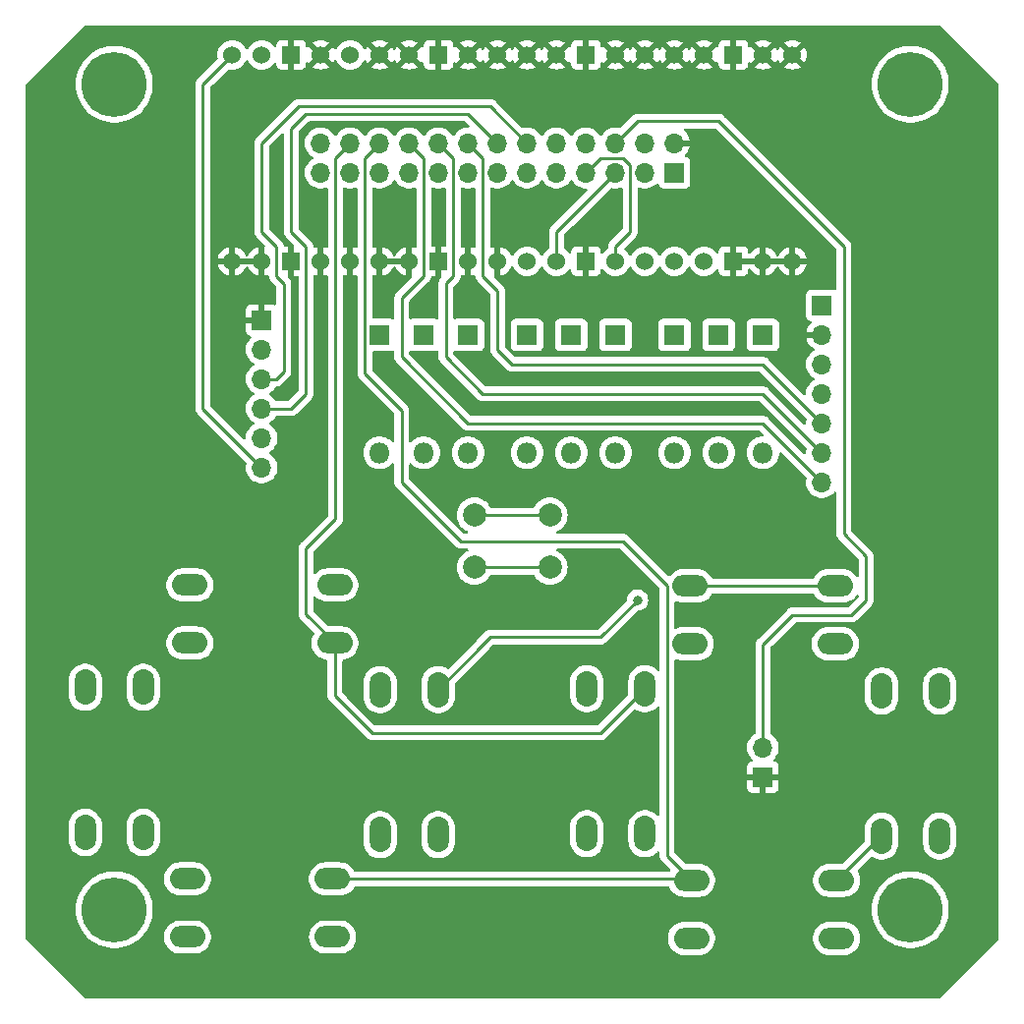
<source format=gbr>
%TF.GenerationSoftware,KiCad,Pcbnew,7.0.8*%
%TF.CreationDate,2023-10-15T22:57:13-07:00*%
%TF.ProjectId,HandheldInterface,48616e64-6865-46c6-9449-6e7465726661,rev?*%
%TF.SameCoordinates,Original*%
%TF.FileFunction,Copper,L2,Bot*%
%TF.FilePolarity,Positive*%
%FSLAX46Y46*%
G04 Gerber Fmt 4.6, Leading zero omitted, Abs format (unit mm)*
G04 Created by KiCad (PCBNEW 7.0.8) date 2023-10-15 22:57:13*
%MOMM*%
%LPD*%
G01*
G04 APERTURE LIST*
%TA.AperFunction,ComponentPad*%
%ADD10C,5.600000*%
%TD*%
%TA.AperFunction,ComponentPad*%
%ADD11R,1.700000X1.700000*%
%TD*%
%TA.AperFunction,ComponentPad*%
%ADD12O,1.700000X1.700000*%
%TD*%
%TA.AperFunction,ComponentPad*%
%ADD13C,1.524000*%
%TD*%
%TA.AperFunction,ComponentPad*%
%ADD14R,1.524000X1.524000*%
%TD*%
%TA.AperFunction,ComponentPad*%
%ADD15O,1.850000X3.048000*%
%TD*%
%TA.AperFunction,ComponentPad*%
%ADD16O,3.048000X1.850000*%
%TD*%
%TA.AperFunction,ComponentPad*%
%ADD17C,2.000000*%
%TD*%
%TA.AperFunction,ComponentPad*%
%ADD18R,1.800000X1.800000*%
%TD*%
%TA.AperFunction,ComponentPad*%
%ADD19O,1.800000X1.800000*%
%TD*%
%TA.AperFunction,ViaPad*%
%ADD20C,0.800000*%
%TD*%
%TA.AperFunction,Conductor*%
%ADD21C,0.250000*%
%TD*%
G04 APERTURE END LIST*
D10*
%TO.P,REF\u002A\u002A,1*%
%TO.N,N/C*%
X93980000Y-91440000D03*
%TD*%
%TO.P,REF\u002A\u002A,1*%
%TO.N,N/C*%
X25400000Y-91440000D03*
%TD*%
%TO.P,REF\u002A\u002A,1*%
%TO.N,N/C*%
X25400000Y-20320000D03*
%TD*%
%TO.P,REF\u002A\u002A,1*%
%TO.N,N/C*%
X93980000Y-20320000D03*
%TD*%
D11*
%TO.P,U3,1,Pin_1*%
%TO.N,+3V3*%
X86360000Y-39370000D03*
D12*
%TO.P,U3,2,Pin_2*%
%TO.N,GND*%
X86360000Y-41910000D03*
%TO.P,U3,3,Pin_3*%
%TO.N,/I2S_SD*%
X86360000Y-44450000D03*
%TO.P,U3,4,Pin_4*%
%TO.N,/I2S_Gain*%
X86360000Y-46990000D03*
%TO.P,U3,5,Pin_5*%
%TO.N,/I2S_DIN*%
X86360000Y-49530000D03*
%TO.P,U3,6,Pin_6*%
%TO.N,/I2S_CLK*%
X86360000Y-52070000D03*
%TO.P,U3,7,Pin_7*%
%TO.N,/I2S_LRC*%
X86360000Y-54610000D03*
%TD*%
%TO.P,U2,6,Pin_6*%
%TO.N,+3V3*%
X38100000Y-53340000D03*
%TO.P,U2,5,Pin_5*%
%TO.N,/SD CS*%
X38100000Y-50800000D03*
%TO.P,U2,4,Pin_4*%
%TO.N,/SD MOSI*%
X38100000Y-48260000D03*
%TO.P,U2,3,Pin_3*%
%TO.N,/SD CLK*%
X38100000Y-45720000D03*
%TO.P,U2,2,Pin_2*%
%TO.N,/SD MISO*%
X38100000Y-43180000D03*
D11*
%TO.P,U2,1,Pin_1*%
%TO.N,GND*%
X38100000Y-40640000D03*
%TD*%
D13*
%TO.P,U1,40,VBUS*%
%TO.N,+3V3*%
X35560000Y-17780000D03*
%TO.P,U1,39,VSYS*%
X38100000Y-17780000D03*
D14*
%TO.P,U1,38,GND*%
%TO.N,GND*%
X40640000Y-17780000D03*
D13*
%TO.P,U1,37*%
X43180000Y-17780000D03*
%TO.P,U1,36*%
%TO.N,+3V3*%
X45720000Y-17780000D03*
%TO.P,U1,35*%
%TO.N,GND*%
X48260000Y-17780000D03*
%TO.P,U1,34*%
X50800000Y-17780000D03*
D14*
%TO.P,U1,33,GND*%
X53340000Y-17780000D03*
D13*
%TO.P,U1,32*%
X55880000Y-17780000D03*
%TO.P,U1,31*%
X58420000Y-17780000D03*
%TO.P,U1,30*%
X60960000Y-17780000D03*
%TO.P,U1,29*%
X63500000Y-17780000D03*
D14*
%TO.P,U1,28,GND*%
X66040000Y-17780000D03*
D13*
%TO.P,U1,27*%
X68580000Y-17780000D03*
%TO.P,U1,26*%
X71120000Y-17780000D03*
%TO.P,U1,25*%
X73660000Y-17780000D03*
%TO.P,U1,24*%
X76200000Y-17780000D03*
D14*
%TO.P,U1,23,GND*%
X78740000Y-17780000D03*
D13*
%TO.P,U1,22*%
X81280000Y-17780000D03*
%TO.P,U1,21*%
X83820000Y-17780000D03*
%TO.P,U1,20*%
X83820000Y-35560000D03*
%TO.P,U1,19*%
X81280000Y-35560000D03*
D14*
%TO.P,U1,18,GND*%
X78740000Y-35560000D03*
D13*
%TO.P,U1,17,Backlight*%
%TO.N,/LCD Backlight*%
X76200000Y-35560000D03*
%TO.P,U1,16,Reset*%
%TO.N,/LCD Reset*%
X73660000Y-35560000D03*
%TO.P,U1,15,DIN*%
%TO.N,/LCD DIN*%
X71120000Y-35560000D03*
%TO.P,U1,14,CLK*%
%TO.N,/LCD CLK*%
X68580000Y-35560000D03*
D14*
%TO.P,U1,13,GND*%
%TO.N,GND*%
X66040000Y-35560000D03*
D13*
%TO.P,U1,12,CS*%
%TO.N,/LCD CS*%
X63500000Y-35560000D03*
%TO.P,U1,11,DC*%
%TO.N,/LCD DC*%
X60960000Y-35560000D03*
%TO.P,U1,10*%
%TO.N,GND*%
X58420000Y-35560000D03*
%TO.P,U1,9*%
X55880000Y-35560000D03*
D14*
%TO.P,U1,8,GND*%
X53340000Y-35560000D03*
D13*
%TO.P,U1,7*%
X48260000Y-35560000D03*
%TO.P,U1,6*%
X50800000Y-35560000D03*
%TO.P,U1,5*%
X45720000Y-35560000D03*
%TO.P,U1,4*%
X43180000Y-35560000D03*
D14*
%TO.P,U1,3,GND*%
X40640000Y-35560000D03*
D13*
%TO.P,U1,2*%
X38100000Y-35560000D03*
%TO.P,U1,1*%
X35560000Y-35560000D03*
%TD*%
D15*
%TO.P,SW9,1,1*%
%TO.N,/Input Cathode 3*%
X27900000Y-72280000D03*
X27900000Y-84780000D03*
%TO.P,SW9,2,2*%
%TO.N,Net-(D9-A)*%
X22900000Y-72280000D03*
X22900000Y-84780000D03*
%TD*%
D16*
%TO.P,SW8,1,1*%
%TO.N,/Input Cathode 2*%
X44410000Y-68470000D03*
X31910000Y-68470000D03*
%TO.P,SW8,2,2*%
%TO.N,Net-(D8-A)*%
X44410000Y-63470000D03*
X31910000Y-63470000D03*
%TD*%
%TO.P,SW7,1,1*%
%TO.N,/Input Cathode 1*%
X31710000Y-88790000D03*
X44210000Y-88790000D03*
%TO.P,SW7,2,2*%
%TO.N,Net-(D7-A)*%
X31710000Y-93790000D03*
X44210000Y-93790000D03*
%TD*%
D15*
%TO.P,SW6,1,1*%
%TO.N,/Input Cathode 3*%
X48300000Y-84980000D03*
X48300000Y-72480000D03*
%TO.P,SW6,2,2*%
%TO.N,Net-(D6-A)*%
X53300000Y-84980000D03*
X53300000Y-72480000D03*
%TD*%
D16*
%TO.P,SW5,1,1*%
%TO.N,/Input Cathode 2*%
X87520000Y-68540000D03*
X75020000Y-68540000D03*
%TO.P,SW5,2,2*%
%TO.N,Net-(D5-A)*%
X87520000Y-63540000D03*
X75020000Y-63540000D03*
%TD*%
D15*
%TO.P,SW4,1,1*%
%TO.N,/Input Cathode 1*%
X91520000Y-85090000D03*
X91520000Y-72590000D03*
%TO.P,SW4,2,2*%
%TO.N,Net-(D4-A)*%
X96520000Y-85090000D03*
X96520000Y-72590000D03*
%TD*%
D17*
%TO.P,SW3,1,1*%
%TO.N,/Input Cathode 3*%
X62940000Y-57440000D03*
X56440000Y-57440000D03*
%TO.P,SW3,2,2*%
%TO.N,Net-(D3-A)*%
X62940000Y-61940000D03*
X56440000Y-61940000D03*
%TD*%
D15*
%TO.P,SW2,1,1*%
%TO.N,/Input Cathode 2*%
X71120000Y-72390000D03*
X71120000Y-84890000D03*
%TO.P,SW2,2,2*%
%TO.N,Net-(D2-A)*%
X66120000Y-72390000D03*
X66120000Y-84890000D03*
%TD*%
D16*
%TO.P,SW1,1,1*%
%TO.N,/Input Cathode 1*%
X75130000Y-88900000D03*
X87630000Y-88900000D03*
%TO.P,SW1,2,2*%
%TO.N,Net-(D1-A)*%
X75130000Y-93900000D03*
X87630000Y-93900000D03*
%TD*%
D12*
%TO.P,J1,26,Pin_26*%
%TO.N,/Input Cathode 3*%
X43180000Y-25400000D03*
%TO.P,J1,25,Pin_25*%
%TO.N,/Input Anode 3*%
X43180000Y-27940000D03*
%TO.P,J1,24,Pin_24*%
%TO.N,/Input Cathode 2*%
X45720000Y-25400000D03*
%TO.P,J1,23,Pin_23*%
%TO.N,/Input Anode 2*%
X45720000Y-27940000D03*
%TO.P,J1,22,Pin_22*%
%TO.N,/Input Cathode 1*%
X48260000Y-25400000D03*
%TO.P,J1,21,Pin_21*%
%TO.N,/Input Anode 1*%
X48260000Y-27940000D03*
%TO.P,J1,20,Pin_20*%
%TO.N,/I2S_LRC*%
X50800000Y-25400000D03*
%TO.P,J1,19,Pin_19*%
%TO.N,unconnected-(J1-Pin_19-Pad19)*%
X50800000Y-27940000D03*
%TO.P,J1,18,Pin_18*%
%TO.N,/I2S_CLK*%
X53340000Y-25400000D03*
%TO.P,J1,17,Pin_17*%
%TO.N,unconnected-(J1-Pin_17-Pad17)*%
X53340000Y-27940000D03*
%TO.P,J1,16,Pin_16*%
%TO.N,/I2S_DIN*%
X55880000Y-25400000D03*
%TO.P,J1,15,Pin_15*%
%TO.N,unconnected-(J1-Pin_15-Pad15)*%
X55880000Y-27940000D03*
%TO.P,J1,14,Pin_14*%
%TO.N,/SD MOSI*%
X58420000Y-25400000D03*
%TO.P,J1,13,Pin_13*%
%TO.N,/LCD Backlight*%
X58420000Y-27940000D03*
%TO.P,J1,12,Pin_12*%
%TO.N,/SD CLK*%
X60960000Y-25400000D03*
%TO.P,J1,11,Pin_11*%
%TO.N,/LCD Reset*%
X60960000Y-27940000D03*
%TO.P,J1,10,Pin_10*%
%TO.N,/SD CS*%
X63500000Y-25400000D03*
%TO.P,J1,9,Pin_9*%
%TO.N,/LCD DIN*%
X63500000Y-27940000D03*
%TO.P,J1,8,Pin_8*%
%TO.N,/SD MISO*%
X66040000Y-25400000D03*
%TO.P,J1,7,Pin_7*%
%TO.N,/LCD CLK*%
X66040000Y-27940000D03*
%TO.P,J1,6,Pin_6*%
%TO.N,/Motor*%
X68580000Y-25400000D03*
%TO.P,J1,5,Pin_5*%
%TO.N,/LCD CS*%
X68580000Y-27940000D03*
%TO.P,J1,4,Pin_4*%
%TO.N,unconnected-(J1-Pin_4-Pad4)*%
X71120000Y-25400000D03*
%TO.P,J1,3,Pin_3*%
%TO.N,/LCD DC*%
X71120000Y-27940000D03*
%TO.P,J1,2,Pin_2*%
%TO.N,GND*%
X73660000Y-25400000D03*
D11*
%TO.P,J1,1,Pin_1*%
%TO.N,+3V3*%
X73660000Y-27940000D03*
%TD*%
D12*
%TO.P,J2,2,Pin_2*%
%TO.N,/Motor*%
X81280000Y-77470000D03*
D11*
%TO.P,J2,1,Pin_1*%
%TO.N,GND*%
X81280000Y-80010000D03*
%TD*%
D18*
%TO.P,D9,1,K*%
%TO.N,/Input Anode 3*%
X48260000Y-41910000D03*
D19*
%TO.P,D9,2,A*%
%TO.N,Net-(D9-A)*%
X48260000Y-52070000D03*
%TD*%
%TO.P,D8,2,A*%
%TO.N,Net-(D8-A)*%
X52070000Y-52070000D03*
D18*
%TO.P,D8,1,K*%
%TO.N,/Input Anode 3*%
X52070000Y-41910000D03*
%TD*%
%TO.P,D7,1,K*%
%TO.N,/Input Anode 3*%
X55880000Y-41910000D03*
D19*
%TO.P,D7,2,A*%
%TO.N,Net-(D7-A)*%
X55880000Y-52070000D03*
%TD*%
D18*
%TO.P,D6,1,K*%
%TO.N,/Input Anode 2*%
X73660000Y-41910000D03*
D19*
%TO.P,D6,2,A*%
%TO.N,Net-(D6-A)*%
X73660000Y-52070000D03*
%TD*%
D18*
%TO.P,D5,1,K*%
%TO.N,/Input Anode 2*%
X77470000Y-41910000D03*
D19*
%TO.P,D5,2,A*%
%TO.N,Net-(D5-A)*%
X77470000Y-52070000D03*
%TD*%
D18*
%TO.P,D4,1,K*%
%TO.N,/Input Anode 2*%
X81280000Y-41910000D03*
D19*
%TO.P,D4,2,A*%
%TO.N,Net-(D4-A)*%
X81280000Y-52070000D03*
%TD*%
D18*
%TO.P,D3,1,K*%
%TO.N,/Input Anode 1*%
X60960000Y-41910000D03*
D19*
%TO.P,D3,2,A*%
%TO.N,Net-(D3-A)*%
X60960000Y-52070000D03*
%TD*%
D18*
%TO.P,D2,1,K*%
%TO.N,/Input Anode 1*%
X64770000Y-41910000D03*
D19*
%TO.P,D2,2,A*%
%TO.N,Net-(D2-A)*%
X64770000Y-52070000D03*
%TD*%
D18*
%TO.P,D1,1,K*%
%TO.N,/Input Anode 1*%
X68580000Y-41910000D03*
D19*
%TO.P,D1,2,A*%
%TO.N,Net-(D1-A)*%
X68580000Y-52070000D03*
%TD*%
D20*
%TO.N,GND*%
X85090000Y-58420000D03*
X58420000Y-52070000D03*
X45720000Y-31750000D03*
X72390000Y-38100000D03*
X71120000Y-33020000D03*
X73660000Y-33020000D03*
X67945000Y-30480000D03*
X58420000Y-48260000D03*
%TO.N,Net-(D6-A)*%
X70485000Y-64770000D03*
%TD*%
D21*
%TO.N,/SD CLK*%
X57785000Y-22225000D02*
X60960000Y-25400000D01*
X41275000Y-22225000D02*
X57785000Y-22225000D01*
X39370000Y-34290000D02*
X38100000Y-33020000D01*
X39370000Y-36869310D02*
X39370000Y-34290000D01*
X40005000Y-37504310D02*
X39370000Y-36869310D01*
X39370000Y-45720000D02*
X40005000Y-45085000D01*
X40005000Y-45085000D02*
X40005000Y-37504310D01*
X38100000Y-33020000D02*
X38100000Y-25400000D01*
X38100000Y-45720000D02*
X39370000Y-45720000D01*
X38100000Y-25400000D02*
X41275000Y-22225000D01*
%TO.N,/SD MOSI*%
X41910000Y-34290000D02*
X40640000Y-33020000D01*
X40640000Y-33020000D02*
X40640000Y-24130000D01*
X41910000Y-22860000D02*
X55880000Y-22860000D01*
X41910000Y-46990000D02*
X41910000Y-34290000D01*
X40640000Y-48260000D02*
X41910000Y-46990000D01*
X55880000Y-22860000D02*
X58420000Y-25400000D01*
X38100000Y-48260000D02*
X40640000Y-48260000D01*
X40640000Y-24130000D02*
X41910000Y-22860000D01*
%TO.N,Net-(D3-A)*%
X62940000Y-61940000D02*
X56440000Y-61940000D01*
%TO.N,/Input Cathode 3*%
X56440000Y-57440000D02*
X62940000Y-57440000D01*
%TO.N,Net-(D5-A)*%
X87520000Y-63540000D02*
X75020000Y-63540000D01*
%TO.N,/Motor*%
X81280000Y-68580000D02*
X81280000Y-77470000D01*
X83820000Y-66040000D02*
X81280000Y-68580000D01*
X88265000Y-59055000D02*
X90170000Y-60960000D01*
X90170000Y-60960000D02*
X90170000Y-64770000D01*
X90170000Y-64770000D02*
X88900000Y-66040000D01*
X88265000Y-34290000D02*
X88265000Y-59055000D01*
X88900000Y-66040000D02*
X83820000Y-66040000D01*
X77470000Y-23495000D02*
X88265000Y-34290000D01*
X68580000Y-25400000D02*
X70485000Y-23495000D01*
X70485000Y-23495000D02*
X77470000Y-23495000D01*
%TO.N,/LCD CLK*%
X69850000Y-27305000D02*
X69850000Y-33020000D01*
X69215000Y-26670000D02*
X69850000Y-27305000D01*
X67310000Y-26670000D02*
X69215000Y-26670000D01*
X66040000Y-27940000D02*
X67310000Y-26670000D01*
%TO.N,/LCD CS*%
X63500000Y-33020000D02*
X63500000Y-35560000D01*
X68580000Y-27940000D02*
X63500000Y-33020000D01*
%TO.N,+3V3*%
X35560000Y-17780000D02*
X33020000Y-20320000D01*
X33020000Y-48260000D02*
X33020000Y-20320000D01*
X38100000Y-53340000D02*
X33020000Y-48260000D01*
%TO.N,/I2S_CLK*%
X54610000Y-26670000D02*
X53340000Y-25400000D01*
X53975000Y-37465000D02*
X54610000Y-36830000D01*
X57150000Y-46990000D02*
X53975000Y-43815000D01*
X81280000Y-46990000D02*
X57150000Y-46990000D01*
X53975000Y-43815000D02*
X53975000Y-37465000D01*
X54610000Y-36830000D02*
X54610000Y-26670000D01*
X86360000Y-52070000D02*
X81280000Y-46990000D01*
%TO.N,/I2S_LRC*%
X52070000Y-36830000D02*
X52070000Y-26670000D01*
X50165000Y-43815000D02*
X50165000Y-38735000D01*
X50165000Y-38735000D02*
X52070000Y-36830000D01*
X55880000Y-49530000D02*
X50165000Y-43815000D01*
X52070000Y-26670000D02*
X50800000Y-25400000D01*
X81280000Y-49530000D02*
X55880000Y-49530000D01*
X86360000Y-54610000D02*
X81280000Y-49530000D01*
%TO.N,/Input Cathode 1*%
X73025000Y-86795000D02*
X75130000Y-88900000D01*
X73025000Y-63500000D02*
X73025000Y-86795000D01*
X50165000Y-54610000D02*
X55245000Y-59690000D01*
X46990000Y-45259332D02*
X50165000Y-48434332D01*
X55245000Y-59690000D02*
X69215000Y-59690000D01*
X48260000Y-25400000D02*
X46990000Y-26670000D01*
X46990000Y-26670000D02*
X46990000Y-45259332D01*
X50165000Y-48434332D02*
X50165000Y-54610000D01*
X69215000Y-59690000D02*
X73025000Y-63500000D01*
%TO.N,Net-(D6-A)*%
X57150000Y-68580000D02*
X57150000Y-68630000D01*
X57785000Y-67945000D02*
X57150000Y-68580000D01*
X70485000Y-64770000D02*
X67310000Y-67945000D01*
X67310000Y-67945000D02*
X57785000Y-67945000D01*
X57150000Y-68630000D02*
X53300000Y-72480000D01*
%TO.N,/Input Cathode 2*%
X67310000Y-76200000D02*
X71120000Y-72390000D01*
X47625000Y-76200000D02*
X67310000Y-76200000D01*
X44410000Y-68470000D02*
X44410000Y-72985000D01*
X44410000Y-72985000D02*
X47625000Y-76200000D01*
%TO.N,/Input Cathode 1*%
X75020000Y-88790000D02*
X75130000Y-88900000D01*
X44210000Y-88790000D02*
X75020000Y-88790000D01*
X91440000Y-85090000D02*
X91520000Y-85090000D01*
X87630000Y-88900000D02*
X91440000Y-85090000D01*
%TO.N,/Input Cathode 2*%
X41910000Y-65970000D02*
X44410000Y-68470000D01*
X41910000Y-60325000D02*
X41910000Y-65970000D01*
X44450000Y-57785000D02*
X41910000Y-60325000D01*
X44450000Y-26670000D02*
X44450000Y-57785000D01*
X45720000Y-25400000D02*
X44450000Y-26670000D01*
%TO.N,/I2S_DIN*%
X57150000Y-36830000D02*
X57150000Y-26670000D01*
X57150000Y-26670000D02*
X55880000Y-25400000D01*
X58420000Y-38100000D02*
X57150000Y-36830000D01*
X58420000Y-43180000D02*
X58420000Y-38100000D01*
X81280000Y-44450000D02*
X59690000Y-44450000D01*
X86360000Y-49530000D02*
X81280000Y-44450000D01*
X59690000Y-44450000D02*
X58420000Y-43180000D01*
%TO.N,/LCD CLK*%
X69850000Y-33020000D02*
X68580000Y-34290000D01*
X68580000Y-34290000D02*
X68580000Y-35560000D01*
%TD*%
%TA.AperFunction,Conductor*%
%TO.N,GND*%
G36*
X45536157Y-35899713D02*
G01*
X45656422Y-35941000D01*
X45751569Y-35941000D01*
X45845421Y-35925339D01*
X45957251Y-35864820D01*
X45970000Y-35850970D01*
X45970000Y-36799531D01*
X46153270Y-36750424D01*
X46153279Y-36750421D01*
X46180093Y-36737917D01*
X46249170Y-36727424D01*
X46312955Y-36755942D01*
X46351195Y-36814418D01*
X46356500Y-36850298D01*
X46356500Y-45175698D01*
X46354761Y-45191445D01*
X46355032Y-45191471D01*
X46354298Y-45199237D01*
X46354298Y-45199240D01*
X46354298Y-45199241D01*
X46356307Y-45263144D01*
X46356500Y-45269289D01*
X46356500Y-45299191D01*
X46357384Y-45306188D01*
X46357842Y-45312011D01*
X46359326Y-45359221D01*
X46359327Y-45359223D01*
X46365022Y-45378827D01*
X46368967Y-45397874D01*
X46371526Y-45418129D01*
X46371527Y-45418132D01*
X46371528Y-45418135D01*
X46388914Y-45462048D01*
X46390806Y-45467576D01*
X46403981Y-45512924D01*
X46414372Y-45530494D01*
X46422932Y-45547967D01*
X46430447Y-45566949D01*
X46458209Y-45605159D01*
X46461416Y-45610042D01*
X46485458Y-45650694D01*
X46485462Y-45650698D01*
X46499889Y-45665125D01*
X46512526Y-45679920D01*
X46524528Y-45696439D01*
X46560931Y-45726554D01*
X46565231Y-45730467D01*
X48030597Y-47195833D01*
X49495181Y-48660417D01*
X49528666Y-48721740D01*
X49531500Y-48748098D01*
X49531500Y-51053795D01*
X49511815Y-51120834D01*
X49459011Y-51166589D01*
X49389853Y-51176533D01*
X49326297Y-51147508D01*
X49316271Y-51137779D01*
X49217218Y-51030180D01*
X49061597Y-50909055D01*
X49033017Y-50886810D01*
X49033015Y-50886809D01*
X49033014Y-50886808D01*
X49033011Y-50886806D01*
X48827733Y-50775716D01*
X48827730Y-50775715D01*
X48827727Y-50775713D01*
X48827721Y-50775711D01*
X48827719Y-50775710D01*
X48606954Y-50699920D01*
X48434271Y-50671105D01*
X48376712Y-50661500D01*
X48143288Y-50661500D01*
X48097240Y-50669184D01*
X47913045Y-50699920D01*
X47692280Y-50775710D01*
X47692266Y-50775716D01*
X47486988Y-50886806D01*
X47486985Y-50886808D01*
X47302781Y-51030181D01*
X47302776Y-51030185D01*
X47144686Y-51201915D01*
X47017015Y-51397331D01*
X46923251Y-51611092D01*
X46865948Y-51837377D01*
X46846673Y-52069994D01*
X46846673Y-52070005D01*
X46865948Y-52302622D01*
X46923251Y-52528907D01*
X47017015Y-52742668D01*
X47144686Y-52938084D01*
X47302776Y-53109814D01*
X47302780Y-53109818D01*
X47486983Y-53253190D01*
X47486985Y-53253191D01*
X47486988Y-53253193D01*
X47510772Y-53266064D01*
X47692273Y-53364287D01*
X47795823Y-53399836D01*
X47913045Y-53440079D01*
X47913047Y-53440079D01*
X47913049Y-53440080D01*
X48143288Y-53478500D01*
X48143289Y-53478500D01*
X48376711Y-53478500D01*
X48376712Y-53478500D01*
X48606951Y-53440080D01*
X48827727Y-53364287D01*
X49033017Y-53253190D01*
X49217220Y-53109818D01*
X49275095Y-53046949D01*
X49316271Y-53002221D01*
X49376158Y-52966230D01*
X49445996Y-52968331D01*
X49503612Y-53007855D01*
X49530713Y-53072255D01*
X49531500Y-53086204D01*
X49531500Y-54526366D01*
X49529761Y-54542113D01*
X49530032Y-54542139D01*
X49529298Y-54549905D01*
X49531500Y-54619957D01*
X49531500Y-54649859D01*
X49532384Y-54656856D01*
X49532842Y-54662679D01*
X49534326Y-54709889D01*
X49534327Y-54709891D01*
X49540022Y-54729495D01*
X49543967Y-54748542D01*
X49546526Y-54768797D01*
X49546527Y-54768800D01*
X49546528Y-54768803D01*
X49563914Y-54812716D01*
X49565806Y-54818244D01*
X49578981Y-54863592D01*
X49589372Y-54881162D01*
X49597932Y-54898635D01*
X49605447Y-54917617D01*
X49633209Y-54955827D01*
X49636416Y-54960710D01*
X49660458Y-55001362D01*
X49660462Y-55001366D01*
X49674889Y-55015793D01*
X49687526Y-55030588D01*
X49699528Y-55047107D01*
X49735931Y-55077222D01*
X49740231Y-55081135D01*
X53510392Y-58851297D01*
X54737912Y-60078817D01*
X54747816Y-60091178D01*
X54748026Y-60091005D01*
X54753001Y-60097019D01*
X54804078Y-60144984D01*
X54825224Y-60166130D01*
X54830813Y-60170466D01*
X54835245Y-60174252D01*
X54867159Y-60204220D01*
X54869680Y-60206587D01*
X54887562Y-60216417D01*
X54903829Y-60227102D01*
X54919960Y-60239615D01*
X54941838Y-60249081D01*
X54963307Y-60258371D01*
X54968533Y-60260931D01*
X55009940Y-60283695D01*
X55029716Y-60288772D01*
X55048124Y-60295075D01*
X55066850Y-60303179D01*
X55066852Y-60303180D01*
X55066853Y-60303180D01*
X55066855Y-60303181D01*
X55107784Y-60309663D01*
X55113503Y-60310569D01*
X55119212Y-60311751D01*
X55164970Y-60323500D01*
X55185384Y-60323500D01*
X55204783Y-60325027D01*
X55224943Y-60328220D01*
X55271966Y-60323775D01*
X55277804Y-60323500D01*
X55777283Y-60323500D01*
X55844322Y-60343185D01*
X55890077Y-60395989D01*
X55900021Y-60465147D01*
X55870996Y-60528703D01*
X55824736Y-60562061D01*
X55753036Y-60591759D01*
X55550589Y-60715820D01*
X55550586Y-60715821D01*
X55370031Y-60870031D01*
X55215821Y-61050586D01*
X55215820Y-61050589D01*
X55091759Y-61253037D01*
X55091757Y-61253040D01*
X55000895Y-61472402D01*
X55000895Y-61472404D01*
X54945465Y-61703285D01*
X54926835Y-61940000D01*
X54945465Y-62176714D01*
X55000895Y-62407595D01*
X55000895Y-62407597D01*
X55091757Y-62626959D01*
X55091759Y-62626962D01*
X55215820Y-62829410D01*
X55215821Y-62829413D01*
X55215824Y-62829416D01*
X55370031Y-63009969D01*
X55495216Y-63116887D01*
X55550586Y-63164178D01*
X55550589Y-63164179D01*
X55753037Y-63288240D01*
X55753040Y-63288242D01*
X55972403Y-63379104D01*
X55972404Y-63379104D01*
X55972406Y-63379105D01*
X56203289Y-63434535D01*
X56440000Y-63453165D01*
X56676711Y-63434535D01*
X56907594Y-63379105D01*
X56907596Y-63379104D01*
X56907597Y-63379104D01*
X57126959Y-63288242D01*
X57126960Y-63288241D01*
X57126963Y-63288240D01*
X57329416Y-63164176D01*
X57509969Y-63009969D01*
X57664176Y-62829416D01*
X57739042Y-62707247D01*
X57784719Y-62632710D01*
X57836531Y-62585835D01*
X57890446Y-62573500D01*
X61489554Y-62573500D01*
X61556593Y-62593185D01*
X61595281Y-62632710D01*
X61715820Y-62829410D01*
X61715821Y-62829413D01*
X61715824Y-62829416D01*
X61870031Y-63009969D01*
X61995216Y-63116887D01*
X62050586Y-63164178D01*
X62050589Y-63164179D01*
X62253037Y-63288240D01*
X62253040Y-63288242D01*
X62472403Y-63379104D01*
X62472404Y-63379104D01*
X62472406Y-63379105D01*
X62703289Y-63434535D01*
X62940000Y-63453165D01*
X63176711Y-63434535D01*
X63407594Y-63379105D01*
X63407596Y-63379104D01*
X63407597Y-63379104D01*
X63626959Y-63288242D01*
X63626960Y-63288241D01*
X63626963Y-63288240D01*
X63829416Y-63164176D01*
X64009969Y-63009969D01*
X64164176Y-62829416D01*
X64288240Y-62626963D01*
X64302232Y-62593185D01*
X64379104Y-62407597D01*
X64379104Y-62407596D01*
X64379105Y-62407594D01*
X64434535Y-62176711D01*
X64453165Y-61940000D01*
X64434535Y-61703289D01*
X64379105Y-61472406D01*
X64379104Y-61472403D01*
X64379104Y-61472402D01*
X64288242Y-61253040D01*
X64288240Y-61253037D01*
X64164179Y-61050589D01*
X64164178Y-61050586D01*
X64052772Y-60920147D01*
X64009969Y-60870031D01*
X63890596Y-60768076D01*
X63829413Y-60715821D01*
X63829410Y-60715820D01*
X63626963Y-60591759D01*
X63555264Y-60562061D01*
X63500861Y-60518220D01*
X63478796Y-60451926D01*
X63496075Y-60384227D01*
X63547212Y-60336616D01*
X63602717Y-60323500D01*
X68901234Y-60323500D01*
X68968273Y-60343185D01*
X68988915Y-60359819D01*
X72355181Y-63726085D01*
X72388666Y-63787408D01*
X72391500Y-63813766D01*
X72391500Y-70737882D01*
X72371815Y-70804921D01*
X72319011Y-70850676D01*
X72249853Y-70860620D01*
X72186297Y-70831595D01*
X72176271Y-70821865D01*
X72094220Y-70732734D01*
X72094214Y-70732728D01*
X72094211Y-70732725D01*
X72094207Y-70732722D01*
X72094203Y-70732718D01*
X71906745Y-70586814D01*
X71906739Y-70586810D01*
X71697805Y-70473740D01*
X71697796Y-70473737D01*
X71473112Y-70396602D01*
X71238783Y-70357500D01*
X71001217Y-70357500D01*
X70766887Y-70396602D01*
X70542203Y-70473737D01*
X70542194Y-70473740D01*
X70333260Y-70586810D01*
X70333254Y-70586814D01*
X70145796Y-70732718D01*
X70145786Y-70732728D01*
X69984887Y-70907510D01*
X69854953Y-71106391D01*
X69759524Y-71323947D01*
X69701204Y-71554248D01*
X69686500Y-71731711D01*
X69686500Y-72876233D01*
X69666815Y-72943272D01*
X69650181Y-72963914D01*
X67083914Y-75530181D01*
X67022591Y-75563666D01*
X66996233Y-75566500D01*
X47938766Y-75566500D01*
X47871727Y-75546815D01*
X47851085Y-75530181D01*
X45459194Y-73138289D01*
X46866500Y-73138289D01*
X46881204Y-73315751D01*
X46939524Y-73546052D01*
X47034953Y-73763608D01*
X47164887Y-73962489D01*
X47206539Y-74007734D01*
X47325789Y-74137275D01*
X47325793Y-74137278D01*
X47325796Y-74137281D01*
X47513254Y-74283185D01*
X47513260Y-74283189D01*
X47513263Y-74283191D01*
X47722196Y-74396260D01*
X47946890Y-74473398D01*
X48181217Y-74512500D01*
X48418783Y-74512500D01*
X48653110Y-74473398D01*
X48877804Y-74396260D01*
X49086737Y-74283191D01*
X49099321Y-74273397D01*
X49215777Y-74182756D01*
X49274211Y-74137275D01*
X49435110Y-73962492D01*
X49565046Y-73763609D01*
X49660476Y-73546052D01*
X49718795Y-73315755D01*
X49733500Y-73138291D01*
X49733500Y-73138289D01*
X51866500Y-73138289D01*
X51881204Y-73315751D01*
X51939524Y-73546052D01*
X52034953Y-73763608D01*
X52164887Y-73962489D01*
X52206539Y-74007734D01*
X52325789Y-74137275D01*
X52325793Y-74137278D01*
X52325796Y-74137281D01*
X52513254Y-74283185D01*
X52513260Y-74283189D01*
X52513263Y-74283191D01*
X52722196Y-74396260D01*
X52946890Y-74473398D01*
X53181217Y-74512500D01*
X53418783Y-74512500D01*
X53653110Y-74473398D01*
X53877804Y-74396260D01*
X54086737Y-74283191D01*
X54099321Y-74273397D01*
X54215777Y-74182756D01*
X54274211Y-74137275D01*
X54435110Y-73962492D01*
X54565046Y-73763609D01*
X54660476Y-73546052D01*
X54718795Y-73315755D01*
X54733500Y-73138291D01*
X54733500Y-73048289D01*
X64686500Y-73048289D01*
X64701204Y-73225751D01*
X64701204Y-73225754D01*
X64701205Y-73225755D01*
X64713330Y-73273635D01*
X64759524Y-73456052D01*
X64854953Y-73673608D01*
X64984887Y-73872489D01*
X64984890Y-73872492D01*
X65145789Y-74047275D01*
X65145793Y-74047278D01*
X65145796Y-74047281D01*
X65333254Y-74193185D01*
X65333260Y-74193189D01*
X65333263Y-74193191D01*
X65481471Y-74273397D01*
X65542188Y-74306256D01*
X65542196Y-74306260D01*
X65766890Y-74383398D01*
X66001217Y-74422500D01*
X66238783Y-74422500D01*
X66473110Y-74383398D01*
X66697804Y-74306260D01*
X66906737Y-74193191D01*
X66913741Y-74187740D01*
X67048068Y-74083189D01*
X67094211Y-74047275D01*
X67255110Y-73872492D01*
X67385046Y-73673609D01*
X67480476Y-73456052D01*
X67538795Y-73225755D01*
X67553500Y-73048291D01*
X67553500Y-71731709D01*
X67538795Y-71554245D01*
X67480476Y-71323948D01*
X67385046Y-71106391D01*
X67313180Y-70996391D01*
X67255112Y-70907510D01*
X67227344Y-70877346D01*
X67094211Y-70732725D01*
X67094206Y-70732721D01*
X67094203Y-70732718D01*
X66906745Y-70586814D01*
X66906739Y-70586810D01*
X66697805Y-70473740D01*
X66697796Y-70473737D01*
X66473112Y-70396602D01*
X66238783Y-70357500D01*
X66001217Y-70357500D01*
X65766887Y-70396602D01*
X65542203Y-70473737D01*
X65542194Y-70473740D01*
X65333260Y-70586810D01*
X65333254Y-70586814D01*
X65145796Y-70732718D01*
X65145786Y-70732728D01*
X64984887Y-70907510D01*
X64854953Y-71106391D01*
X64759524Y-71323947D01*
X64701204Y-71554248D01*
X64686500Y-71731711D01*
X64686500Y-73048289D01*
X54733500Y-73048289D01*
X54733500Y-71993765D01*
X54753185Y-71926726D01*
X54769814Y-71906089D01*
X57538815Y-69137087D01*
X57551180Y-69127183D01*
X57551006Y-69126973D01*
X57557012Y-69122003D01*
X57557018Y-69122000D01*
X57604999Y-69070904D01*
X57626134Y-69049770D01*
X57630463Y-69044187D01*
X57634242Y-69039763D01*
X57666586Y-69005321D01*
X57676423Y-68987424D01*
X57687097Y-68971174D01*
X57699613Y-68955041D01*
X57712150Y-68926067D01*
X57738266Y-68887636D01*
X58011086Y-68614816D01*
X58072408Y-68581334D01*
X58098766Y-68578500D01*
X67226366Y-68578500D01*
X67242113Y-68580238D01*
X67242139Y-68579968D01*
X67249905Y-68580701D01*
X67249909Y-68580702D01*
X67319958Y-68578500D01*
X67349856Y-68578500D01*
X67349857Y-68578500D01*
X67351222Y-68578327D01*
X67356862Y-68577614D01*
X67362685Y-68577156D01*
X67388708Y-68576338D01*
X67409890Y-68575673D01*
X67419681Y-68572827D01*
X67429481Y-68569980D01*
X67448538Y-68566032D01*
X67468797Y-68563474D01*
X67512721Y-68546082D01*
X67518221Y-68544199D01*
X67563593Y-68531018D01*
X67581165Y-68520625D01*
X67598632Y-68512068D01*
X67617617Y-68504552D01*
X67655826Y-68476790D01*
X67660704Y-68473585D01*
X67701362Y-68449542D01*
X67715802Y-68435100D01*
X67730592Y-68422470D01*
X67747107Y-68410472D01*
X67777222Y-68374067D01*
X67781126Y-68369776D01*
X70436086Y-65714819D01*
X70497409Y-65681334D01*
X70523767Y-65678500D01*
X70580487Y-65678500D01*
X70767288Y-65638794D01*
X70941752Y-65561118D01*
X71096253Y-65448866D01*
X71224040Y-65306944D01*
X71319527Y-65141556D01*
X71378542Y-64959928D01*
X71398504Y-64770000D01*
X71378542Y-64580072D01*
X71319527Y-64398444D01*
X71224040Y-64233056D01*
X71096253Y-64091134D01*
X70941752Y-63978882D01*
X70767288Y-63901206D01*
X70767286Y-63901205D01*
X70580487Y-63861500D01*
X70389513Y-63861500D01*
X70202714Y-63901205D01*
X70028246Y-63978883D01*
X69873745Y-64091135D01*
X69745959Y-64233057D01*
X69650473Y-64398443D01*
X69650470Y-64398450D01*
X69591459Y-64580068D01*
X69591458Y-64580072D01*
X69581469Y-64675110D01*
X69574019Y-64745995D01*
X69547434Y-64810609D01*
X69538379Y-64820714D01*
X67083914Y-67275181D01*
X67022591Y-67308666D01*
X66996233Y-67311500D01*
X57868632Y-67311500D01*
X57852880Y-67309760D01*
X57852855Y-67310032D01*
X57845093Y-67309298D01*
X57845092Y-67309298D01*
X57775029Y-67311500D01*
X57745144Y-67311500D01*
X57745141Y-67311500D01*
X57745129Y-67311501D01*
X57738137Y-67312384D01*
X57732320Y-67312841D01*
X57685111Y-67314325D01*
X57685109Y-67314326D01*
X57665496Y-67320023D01*
X57646459Y-67323965D01*
X57626208Y-67326524D01*
X57626202Y-67326526D01*
X57582299Y-67343907D01*
X57576775Y-67345798D01*
X57531406Y-67358981D01*
X57531401Y-67358983D01*
X57513827Y-67369376D01*
X57496362Y-67377932D01*
X57477387Y-67385445D01*
X57477385Y-67385446D01*
X57439176Y-67413206D01*
X57434294Y-67416412D01*
X57393635Y-67440458D01*
X57379200Y-67454894D01*
X57364412Y-67467525D01*
X57347894Y-67479526D01*
X57347888Y-67479532D01*
X57317780Y-67515925D01*
X57313849Y-67520246D01*
X56761180Y-68072913D01*
X56748821Y-68082816D01*
X56748994Y-68083025D01*
X56742985Y-68087996D01*
X56695015Y-68139079D01*
X56673872Y-68160222D01*
X56673857Y-68160239D01*
X56669531Y-68165814D01*
X56665747Y-68170244D01*
X56633419Y-68204671D01*
X56633412Y-68204681D01*
X56623579Y-68222567D01*
X56612903Y-68238820D01*
X56600386Y-68254957D01*
X56587846Y-68283935D01*
X56561727Y-68322366D01*
X54230336Y-70653757D01*
X54169013Y-70687242D01*
X54099321Y-70682258D01*
X54083638Y-70675131D01*
X53877810Y-70563743D01*
X53877807Y-70563742D01*
X53877804Y-70563740D01*
X53877798Y-70563738D01*
X53877796Y-70563737D01*
X53653112Y-70486602D01*
X53418783Y-70447500D01*
X53181217Y-70447500D01*
X52946887Y-70486602D01*
X52722203Y-70563737D01*
X52722194Y-70563740D01*
X52513260Y-70676810D01*
X52513254Y-70676814D01*
X52325796Y-70822718D01*
X52325786Y-70822728D01*
X52164887Y-70997510D01*
X52034953Y-71196391D01*
X51939524Y-71413947D01*
X51881204Y-71644248D01*
X51866500Y-71821711D01*
X51866500Y-73138289D01*
X49733500Y-73138289D01*
X49733500Y-71821709D01*
X49718795Y-71644245D01*
X49660476Y-71413948D01*
X49565046Y-71196391D01*
X49515859Y-71121104D01*
X49435112Y-70997510D01*
X49375473Y-70932725D01*
X49274211Y-70822725D01*
X49274206Y-70822721D01*
X49274203Y-70822718D01*
X49086745Y-70676814D01*
X49086739Y-70676810D01*
X48877805Y-70563740D01*
X48877796Y-70563737D01*
X48653112Y-70486602D01*
X48418783Y-70447500D01*
X48181217Y-70447500D01*
X47946887Y-70486602D01*
X47722203Y-70563737D01*
X47722194Y-70563740D01*
X47513260Y-70676810D01*
X47513254Y-70676814D01*
X47325796Y-70822718D01*
X47325786Y-70822728D01*
X47164887Y-70997510D01*
X47034953Y-71196391D01*
X46939524Y-71413947D01*
X46881204Y-71644248D01*
X46866500Y-71821711D01*
X46866500Y-73138289D01*
X45459194Y-73138289D01*
X45079819Y-72758914D01*
X45046334Y-72697591D01*
X45043500Y-72671233D01*
X45043500Y-70019704D01*
X45063185Y-69952665D01*
X45115989Y-69906910D01*
X45157256Y-69896128D01*
X45245755Y-69888795D01*
X45476052Y-69830476D01*
X45693609Y-69735046D01*
X45892492Y-69605110D01*
X46067275Y-69444211D01*
X46213191Y-69256737D01*
X46326260Y-69047804D01*
X46403398Y-68823110D01*
X46442500Y-68588783D01*
X46442500Y-68351217D01*
X46403398Y-68116890D01*
X46326260Y-67892196D01*
X46213191Y-67683263D01*
X46213189Y-67683260D01*
X46213185Y-67683254D01*
X46067281Y-67495796D01*
X46067278Y-67495793D01*
X46067275Y-67495789D01*
X45892492Y-67334890D01*
X45892489Y-67334887D01*
X45693608Y-67204953D01*
X45476052Y-67109524D01*
X45245751Y-67051204D01*
X45103540Y-67039420D01*
X45068291Y-67036500D01*
X45068289Y-67036500D01*
X43923766Y-67036500D01*
X43856727Y-67016815D01*
X43836085Y-67000181D01*
X42579819Y-65743914D01*
X42546334Y-65682591D01*
X42543500Y-65656233D01*
X42543500Y-64534296D01*
X42563185Y-64467257D01*
X42615989Y-64421502D01*
X42685147Y-64411558D01*
X42748703Y-64440583D01*
X42751483Y-64443067D01*
X42752723Y-64444208D01*
X42752725Y-64444211D01*
X42927507Y-64605109D01*
X42927506Y-64605109D01*
X43126391Y-64735046D01*
X43343948Y-64830476D01*
X43574245Y-64888795D01*
X43751709Y-64903500D01*
X43751711Y-64903500D01*
X45068289Y-64903500D01*
X45068291Y-64903500D01*
X45245755Y-64888795D01*
X45476052Y-64830476D01*
X45693609Y-64735046D01*
X45892492Y-64605110D01*
X46067275Y-64444211D01*
X46213191Y-64256737D01*
X46326260Y-64047804D01*
X46403398Y-63823110D01*
X46442500Y-63588783D01*
X46442500Y-63351217D01*
X46403398Y-63116890D01*
X46326260Y-62892196D01*
X46213191Y-62683263D01*
X46213189Y-62683260D01*
X46213185Y-62683254D01*
X46067281Y-62495796D01*
X46067278Y-62495793D01*
X46067275Y-62495789D01*
X45892492Y-62334890D01*
X45892489Y-62334887D01*
X45693608Y-62204953D01*
X45476052Y-62109524D01*
X45245751Y-62051204D01*
X45103540Y-62039420D01*
X45068291Y-62036500D01*
X43751709Y-62036500D01*
X43719644Y-62039156D01*
X43574248Y-62051204D01*
X43343947Y-62109524D01*
X43126391Y-62204953D01*
X42927510Y-62334887D01*
X42848530Y-62407594D01*
X42752725Y-62495789D01*
X42752723Y-62495791D01*
X42751483Y-62496933D01*
X42688828Y-62527855D01*
X42619402Y-62519995D01*
X42565247Y-62475848D01*
X42543556Y-62409430D01*
X42543500Y-62405703D01*
X42543500Y-60638765D01*
X42563185Y-60571726D01*
X42579814Y-60551089D01*
X44838815Y-58292087D01*
X44851180Y-58282183D01*
X44851006Y-58281973D01*
X44857012Y-58277003D01*
X44857018Y-58277000D01*
X44904999Y-58225904D01*
X44926134Y-58204770D01*
X44930463Y-58199187D01*
X44934242Y-58194763D01*
X44966586Y-58160321D01*
X44976423Y-58142424D01*
X44987097Y-58126174D01*
X44999613Y-58110041D01*
X45018372Y-58066689D01*
X45020933Y-58061462D01*
X45043695Y-58020060D01*
X45048774Y-58000274D01*
X45055072Y-57981882D01*
X45063181Y-57963145D01*
X45070568Y-57916501D01*
X45071748Y-57910794D01*
X45083500Y-57865030D01*
X45083500Y-57844609D01*
X45085027Y-57825209D01*
X45088219Y-57805057D01*
X45083775Y-57758040D01*
X45083500Y-57752203D01*
X45083500Y-36850298D01*
X45103185Y-36783259D01*
X45155989Y-36737504D01*
X45225147Y-36727560D01*
X45259907Y-36737917D01*
X45286720Y-36750421D01*
X45286729Y-36750424D01*
X45469999Y-36799531D01*
X45470000Y-36799530D01*
X45470000Y-35848220D01*
X45536157Y-35899713D01*
G37*
%TD.AperFunction*%
%TA.AperFunction,Conductor*%
G36*
X49495180Y-43305066D02*
G01*
X49528666Y-43366389D01*
X49531500Y-43392749D01*
X49531500Y-43731366D01*
X49529761Y-43747113D01*
X49530032Y-43747139D01*
X49529298Y-43754905D01*
X49529298Y-43754908D01*
X49529298Y-43754909D01*
X49531086Y-43811780D01*
X49531500Y-43824957D01*
X49531500Y-43854859D01*
X49532384Y-43861856D01*
X49532842Y-43867679D01*
X49534326Y-43914889D01*
X49534327Y-43914891D01*
X49540022Y-43934495D01*
X49543967Y-43953542D01*
X49546526Y-43973797D01*
X49546527Y-43973800D01*
X49546528Y-43973803D01*
X49563914Y-44017716D01*
X49565806Y-44023244D01*
X49578981Y-44068592D01*
X49589372Y-44086162D01*
X49597932Y-44103635D01*
X49605447Y-44122617D01*
X49633209Y-44160827D01*
X49636416Y-44165710D01*
X49660458Y-44206362D01*
X49660462Y-44206366D01*
X49674889Y-44220793D01*
X49687526Y-44235588D01*
X49699528Y-44252107D01*
X49735931Y-44282222D01*
X49740231Y-44286135D01*
X52569868Y-47115772D01*
X55372910Y-49918814D01*
X55382816Y-49931178D01*
X55383026Y-49931005D01*
X55388001Y-49937019D01*
X55439095Y-49985000D01*
X55460224Y-50006129D01*
X55460228Y-50006132D01*
X55460231Y-50006135D01*
X55465805Y-50010458D01*
X55470247Y-50014252D01*
X55504679Y-50046586D01*
X55504683Y-50046589D01*
X55522563Y-50056418D01*
X55538827Y-50067101D01*
X55554960Y-50079614D01*
X55598301Y-50098369D01*
X55603550Y-50100941D01*
X55623627Y-50111978D01*
X55644940Y-50123695D01*
X55664718Y-50128773D01*
X55683119Y-50135073D01*
X55701855Y-50143181D01*
X55746362Y-50150229D01*
X55748503Y-50150569D01*
X55754212Y-50151751D01*
X55799970Y-50163500D01*
X55820384Y-50163500D01*
X55839783Y-50165027D01*
X55859943Y-50168220D01*
X55906966Y-50163775D01*
X55912804Y-50163500D01*
X80966234Y-50163500D01*
X81033273Y-50183185D01*
X81053915Y-50199819D01*
X81303915Y-50449819D01*
X81337400Y-50511142D01*
X81332416Y-50580834D01*
X81290544Y-50636767D01*
X81225080Y-50661184D01*
X81216234Y-50661500D01*
X81163288Y-50661500D01*
X81117240Y-50669184D01*
X80933045Y-50699920D01*
X80712280Y-50775710D01*
X80712266Y-50775716D01*
X80506988Y-50886806D01*
X80506985Y-50886808D01*
X80322781Y-51030181D01*
X80322776Y-51030185D01*
X80164686Y-51201915D01*
X80037015Y-51397331D01*
X79943251Y-51611092D01*
X79885948Y-51837377D01*
X79866673Y-52069994D01*
X79866673Y-52070005D01*
X79885948Y-52302622D01*
X79943251Y-52528907D01*
X80037015Y-52742668D01*
X80164686Y-52938084D01*
X80322776Y-53109814D01*
X80322780Y-53109818D01*
X80506983Y-53253190D01*
X80506985Y-53253191D01*
X80506988Y-53253193D01*
X80530772Y-53266064D01*
X80712273Y-53364287D01*
X80815823Y-53399836D01*
X80933045Y-53440079D01*
X80933047Y-53440079D01*
X80933049Y-53440080D01*
X81163288Y-53478500D01*
X81163289Y-53478500D01*
X81396711Y-53478500D01*
X81396712Y-53478500D01*
X81626951Y-53440080D01*
X81847727Y-53364287D01*
X82053017Y-53253190D01*
X82237220Y-53109818D01*
X82395314Y-52938083D01*
X82522984Y-52742669D01*
X82616749Y-52528907D01*
X82674051Y-52302626D01*
X82688894Y-52123493D01*
X82714047Y-52058312D01*
X82770449Y-52017073D01*
X82840192Y-52012875D01*
X82900150Y-52046054D01*
X83963909Y-53109814D01*
X85010936Y-54156841D01*
X85044421Y-54218164D01*
X85043461Y-54274962D01*
X85015435Y-54385635D01*
X84996844Y-54609994D01*
X84996844Y-54610005D01*
X85015434Y-54834359D01*
X85015436Y-54834371D01*
X85070703Y-55052614D01*
X85161140Y-55258792D01*
X85284276Y-55447265D01*
X85284284Y-55447276D01*
X85381041Y-55552380D01*
X85436760Y-55612906D01*
X85614424Y-55751189D01*
X85614425Y-55751189D01*
X85614427Y-55751191D01*
X85741135Y-55819761D01*
X85812426Y-55858342D01*
X86025365Y-55931444D01*
X86247431Y-55968500D01*
X86472569Y-55968500D01*
X86694635Y-55931444D01*
X86907574Y-55858342D01*
X87105576Y-55751189D01*
X87283240Y-55612906D01*
X87416272Y-55468395D01*
X87476158Y-55432406D01*
X87545996Y-55434507D01*
X87603612Y-55474031D01*
X87630713Y-55538431D01*
X87631500Y-55552380D01*
X87631500Y-58971366D01*
X87629761Y-58987113D01*
X87630032Y-58987139D01*
X87629298Y-58994905D01*
X87629298Y-58994908D01*
X87629298Y-58994909D01*
X87630615Y-59036815D01*
X87631500Y-59064957D01*
X87631500Y-59094859D01*
X87632384Y-59101856D01*
X87632842Y-59107679D01*
X87634326Y-59154889D01*
X87634327Y-59154891D01*
X87640022Y-59174495D01*
X87643967Y-59193542D01*
X87646526Y-59213797D01*
X87646527Y-59213800D01*
X87646528Y-59213803D01*
X87663914Y-59257716D01*
X87665806Y-59263244D01*
X87678981Y-59308592D01*
X87689372Y-59326162D01*
X87697932Y-59343635D01*
X87705447Y-59362617D01*
X87733209Y-59400827D01*
X87736416Y-59405710D01*
X87760458Y-59446362D01*
X87760462Y-59446366D01*
X87774889Y-59460793D01*
X87787526Y-59475588D01*
X87799528Y-59492107D01*
X87835931Y-59522222D01*
X87840231Y-59526135D01*
X88671900Y-60357804D01*
X89500181Y-61186085D01*
X89533666Y-61247408D01*
X89536500Y-61273766D01*
X89536500Y-62666122D01*
X89516815Y-62733161D01*
X89464011Y-62778916D01*
X89394853Y-62788860D01*
X89331297Y-62759835D01*
X89314647Y-62742285D01*
X89264574Y-62677952D01*
X89177275Y-62565789D01*
X89005433Y-62407597D01*
X89002489Y-62404887D01*
X88803608Y-62274953D01*
X88586052Y-62179524D01*
X88355751Y-62121204D01*
X88213540Y-62109420D01*
X88178291Y-62106500D01*
X86861709Y-62106500D01*
X86829644Y-62109156D01*
X86684248Y-62121204D01*
X86453947Y-62179524D01*
X86236391Y-62274953D01*
X86037510Y-62404887D01*
X85862728Y-62565786D01*
X85862718Y-62565796D01*
X85716814Y-62753254D01*
X85716810Y-62753260D01*
X85669048Y-62841518D01*
X85619828Y-62891108D01*
X85559993Y-62906500D01*
X76980007Y-62906500D01*
X76912968Y-62886815D01*
X76870952Y-62841518D01*
X76864399Y-62829410D01*
X76823191Y-62753263D01*
X76823189Y-62753260D01*
X76823185Y-62753254D01*
X76677281Y-62565796D01*
X76677278Y-62565793D01*
X76677275Y-62565789D01*
X76505433Y-62407597D01*
X76502489Y-62404887D01*
X76303608Y-62274953D01*
X76086052Y-62179524D01*
X75855751Y-62121204D01*
X75713540Y-62109420D01*
X75678291Y-62106500D01*
X74361709Y-62106500D01*
X74329644Y-62109156D01*
X74184248Y-62121204D01*
X73953947Y-62179524D01*
X73736391Y-62274953D01*
X73537510Y-62404887D01*
X73362728Y-62565786D01*
X73362723Y-62565791D01*
X73284390Y-62666434D01*
X73227680Y-62707247D01*
X73157907Y-62710920D01*
X73098856Y-62677952D01*
X71450846Y-61029942D01*
X69722088Y-59301183D01*
X69712187Y-59288823D01*
X69711977Y-59288998D01*
X69707002Y-59282986D01*
X69707000Y-59282982D01*
X69680094Y-59257716D01*
X69655922Y-59235016D01*
X69634768Y-59213863D01*
X69632792Y-59212331D01*
X69629183Y-59209531D01*
X69624750Y-59205744D01*
X69590321Y-59173414D01*
X69590319Y-59173412D01*
X69572431Y-59163578D01*
X69556170Y-59152897D01*
X69540039Y-59140384D01*
X69496693Y-59121627D01*
X69491445Y-59119056D01*
X69460157Y-59101856D01*
X69450060Y-59096305D01*
X69444417Y-59094856D01*
X69430287Y-59091228D01*
X69411881Y-59084926D01*
X69393144Y-59076818D01*
X69393146Y-59076818D01*
X69346496Y-59069430D01*
X69340781Y-59068246D01*
X69320612Y-59063068D01*
X69295032Y-59056500D01*
X69295030Y-59056500D01*
X69274616Y-59056500D01*
X69255217Y-59054973D01*
X69235058Y-59051780D01*
X69235057Y-59051780D01*
X69188034Y-59056225D01*
X69182196Y-59056500D01*
X63602717Y-59056500D01*
X63535678Y-59036815D01*
X63489923Y-58984011D01*
X63479979Y-58914853D01*
X63509004Y-58851297D01*
X63555264Y-58817939D01*
X63626963Y-58788240D01*
X63703671Y-58741233D01*
X63829416Y-58664176D01*
X64009969Y-58509969D01*
X64164176Y-58329416D01*
X64288240Y-58126963D01*
X64295250Y-58110041D01*
X64379104Y-57907597D01*
X64379104Y-57907596D01*
X64379105Y-57907594D01*
X64434535Y-57676711D01*
X64453165Y-57440000D01*
X64434535Y-57203289D01*
X64379105Y-56972406D01*
X64379104Y-56972403D01*
X64379104Y-56972402D01*
X64288242Y-56753040D01*
X64288240Y-56753037D01*
X64164179Y-56550589D01*
X64164178Y-56550586D01*
X64129340Y-56509797D01*
X64009969Y-56370031D01*
X63890596Y-56268076D01*
X63829413Y-56215821D01*
X63829410Y-56215820D01*
X63626962Y-56091759D01*
X63626959Y-56091757D01*
X63407596Y-56000895D01*
X63176714Y-55945465D01*
X62940000Y-55926835D01*
X62703285Y-55945465D01*
X62472404Y-56000895D01*
X62472402Y-56000895D01*
X62253040Y-56091757D01*
X62253037Y-56091759D01*
X62050589Y-56215820D01*
X62050586Y-56215821D01*
X61870031Y-56370031D01*
X61715821Y-56550586D01*
X61715820Y-56550589D01*
X61595281Y-56747290D01*
X61543469Y-56794165D01*
X61489554Y-56806500D01*
X57890446Y-56806500D01*
X57823407Y-56786815D01*
X57784719Y-56747290D01*
X57664179Y-56550589D01*
X57664178Y-56550586D01*
X57629340Y-56509797D01*
X57509969Y-56370031D01*
X57390596Y-56268076D01*
X57329413Y-56215821D01*
X57329410Y-56215820D01*
X57126962Y-56091759D01*
X57126959Y-56091757D01*
X56907596Y-56000895D01*
X56676714Y-55945465D01*
X56440000Y-55926835D01*
X56203285Y-55945465D01*
X55972404Y-56000895D01*
X55972402Y-56000895D01*
X55753040Y-56091757D01*
X55753037Y-56091759D01*
X55550589Y-56215820D01*
X55550586Y-56215821D01*
X55370031Y-56370031D01*
X55215821Y-56550586D01*
X55215820Y-56550589D01*
X55091759Y-56753037D01*
X55091757Y-56753040D01*
X55000895Y-56972402D01*
X55000895Y-56972404D01*
X54945465Y-57203285D01*
X54926835Y-57440000D01*
X54945465Y-57676714D01*
X55000895Y-57907595D01*
X55000895Y-57907597D01*
X55091757Y-58126959D01*
X55091759Y-58126962D01*
X55215820Y-58329410D01*
X55215821Y-58329413D01*
X55215824Y-58329416D01*
X55370031Y-58509969D01*
X55509797Y-58629340D01*
X55550586Y-58664178D01*
X55550589Y-58664179D01*
X55753036Y-58788240D01*
X55824736Y-58817939D01*
X55879139Y-58861780D01*
X55901204Y-58928074D01*
X55883925Y-58995773D01*
X55832788Y-59043384D01*
X55777283Y-59056500D01*
X55558766Y-59056500D01*
X55491727Y-59036815D01*
X55471085Y-59020181D01*
X50834819Y-54383914D01*
X50801334Y-54322591D01*
X50798500Y-54296233D01*
X50798500Y-53086204D01*
X50818185Y-53019165D01*
X50870989Y-52973410D01*
X50940147Y-52963466D01*
X51003703Y-52992491D01*
X51013729Y-53002221D01*
X51112776Y-53109814D01*
X51112780Y-53109818D01*
X51296983Y-53253190D01*
X51296985Y-53253191D01*
X51296988Y-53253193D01*
X51320772Y-53266064D01*
X51502273Y-53364287D01*
X51605823Y-53399836D01*
X51723045Y-53440079D01*
X51723047Y-53440079D01*
X51723049Y-53440080D01*
X51953288Y-53478500D01*
X51953289Y-53478500D01*
X52186711Y-53478500D01*
X52186712Y-53478500D01*
X52416951Y-53440080D01*
X52637727Y-53364287D01*
X52843017Y-53253190D01*
X53027220Y-53109818D01*
X53185314Y-52938083D01*
X53312984Y-52742669D01*
X53406749Y-52528907D01*
X53464051Y-52302626D01*
X53478369Y-52129836D01*
X53483327Y-52070005D01*
X54466673Y-52070005D01*
X54485948Y-52302622D01*
X54543251Y-52528907D01*
X54637015Y-52742668D01*
X54764686Y-52938084D01*
X54922776Y-53109814D01*
X54922780Y-53109818D01*
X55106983Y-53253190D01*
X55106985Y-53253191D01*
X55106988Y-53253193D01*
X55130772Y-53266064D01*
X55312273Y-53364287D01*
X55415823Y-53399836D01*
X55533045Y-53440079D01*
X55533047Y-53440079D01*
X55533049Y-53440080D01*
X55763288Y-53478500D01*
X55763289Y-53478500D01*
X55996711Y-53478500D01*
X55996712Y-53478500D01*
X56226951Y-53440080D01*
X56447727Y-53364287D01*
X56653017Y-53253190D01*
X56837220Y-53109818D01*
X56995314Y-52938083D01*
X57122984Y-52742669D01*
X57216749Y-52528907D01*
X57274051Y-52302626D01*
X57288369Y-52129836D01*
X57293327Y-52070005D01*
X59546673Y-52070005D01*
X59565948Y-52302622D01*
X59623251Y-52528907D01*
X59717015Y-52742668D01*
X59844686Y-52938084D01*
X60002776Y-53109814D01*
X60002780Y-53109818D01*
X60186983Y-53253190D01*
X60186985Y-53253191D01*
X60186988Y-53253193D01*
X60210772Y-53266064D01*
X60392273Y-53364287D01*
X60495823Y-53399836D01*
X60613045Y-53440079D01*
X60613047Y-53440079D01*
X60613049Y-53440080D01*
X60843288Y-53478500D01*
X60843289Y-53478500D01*
X61076711Y-53478500D01*
X61076712Y-53478500D01*
X61306951Y-53440080D01*
X61527727Y-53364287D01*
X61733017Y-53253190D01*
X61917220Y-53109818D01*
X62075314Y-52938083D01*
X62202984Y-52742669D01*
X62296749Y-52528907D01*
X62354051Y-52302626D01*
X62368369Y-52129836D01*
X62373327Y-52070005D01*
X63356673Y-52070005D01*
X63375948Y-52302622D01*
X63433251Y-52528907D01*
X63527015Y-52742668D01*
X63654686Y-52938084D01*
X63812776Y-53109814D01*
X63812780Y-53109818D01*
X63996983Y-53253190D01*
X63996985Y-53253191D01*
X63996988Y-53253193D01*
X64020772Y-53266064D01*
X64202273Y-53364287D01*
X64305823Y-53399836D01*
X64423045Y-53440079D01*
X64423047Y-53440079D01*
X64423049Y-53440080D01*
X64653288Y-53478500D01*
X64653289Y-53478500D01*
X64886711Y-53478500D01*
X64886712Y-53478500D01*
X65116951Y-53440080D01*
X65337727Y-53364287D01*
X65543017Y-53253190D01*
X65727220Y-53109818D01*
X65885314Y-52938083D01*
X66012984Y-52742669D01*
X66106749Y-52528907D01*
X66164051Y-52302626D01*
X66178369Y-52129836D01*
X66183327Y-52070005D01*
X67166673Y-52070005D01*
X67185948Y-52302622D01*
X67243251Y-52528907D01*
X67337015Y-52742668D01*
X67464686Y-52938084D01*
X67622776Y-53109814D01*
X67622780Y-53109818D01*
X67806983Y-53253190D01*
X67806985Y-53253191D01*
X67806988Y-53253193D01*
X67830772Y-53266064D01*
X68012273Y-53364287D01*
X68115823Y-53399836D01*
X68233045Y-53440079D01*
X68233047Y-53440079D01*
X68233049Y-53440080D01*
X68463288Y-53478500D01*
X68463289Y-53478500D01*
X68696711Y-53478500D01*
X68696712Y-53478500D01*
X68926951Y-53440080D01*
X69147727Y-53364287D01*
X69353017Y-53253190D01*
X69537220Y-53109818D01*
X69695314Y-52938083D01*
X69822984Y-52742669D01*
X69916749Y-52528907D01*
X69974051Y-52302626D01*
X69988369Y-52129836D01*
X69993327Y-52070005D01*
X72246673Y-52070005D01*
X72265948Y-52302622D01*
X72323251Y-52528907D01*
X72417015Y-52742668D01*
X72544686Y-52938084D01*
X72702776Y-53109814D01*
X72702780Y-53109818D01*
X72886983Y-53253190D01*
X72886985Y-53253191D01*
X72886988Y-53253193D01*
X72910772Y-53266064D01*
X73092273Y-53364287D01*
X73195823Y-53399836D01*
X73313045Y-53440079D01*
X73313047Y-53440079D01*
X73313049Y-53440080D01*
X73543288Y-53478500D01*
X73543289Y-53478500D01*
X73776711Y-53478500D01*
X73776712Y-53478500D01*
X74006951Y-53440080D01*
X74227727Y-53364287D01*
X74433017Y-53253190D01*
X74617220Y-53109818D01*
X74775314Y-52938083D01*
X74902984Y-52742669D01*
X74996749Y-52528907D01*
X75054051Y-52302626D01*
X75068369Y-52129836D01*
X75073327Y-52070005D01*
X76056673Y-52070005D01*
X76075948Y-52302622D01*
X76133251Y-52528907D01*
X76227015Y-52742668D01*
X76354686Y-52938084D01*
X76512776Y-53109814D01*
X76512780Y-53109818D01*
X76696983Y-53253190D01*
X76696985Y-53253191D01*
X76696988Y-53253193D01*
X76720772Y-53266064D01*
X76902273Y-53364287D01*
X77005823Y-53399836D01*
X77123045Y-53440079D01*
X77123047Y-53440079D01*
X77123049Y-53440080D01*
X77353288Y-53478500D01*
X77353289Y-53478500D01*
X77586711Y-53478500D01*
X77586712Y-53478500D01*
X77816951Y-53440080D01*
X78037727Y-53364287D01*
X78243017Y-53253190D01*
X78427220Y-53109818D01*
X78585314Y-52938083D01*
X78712984Y-52742669D01*
X78806749Y-52528907D01*
X78864051Y-52302626D01*
X78878369Y-52129836D01*
X78883327Y-52070005D01*
X78883327Y-52069994D01*
X78870476Y-51914916D01*
X78864051Y-51837374D01*
X78806749Y-51611093D01*
X78712984Y-51397331D01*
X78585313Y-51201915D01*
X78427223Y-51030185D01*
X78427222Y-51030184D01*
X78427220Y-51030182D01*
X78243017Y-50886810D01*
X78243015Y-50886809D01*
X78243014Y-50886808D01*
X78243011Y-50886806D01*
X78037733Y-50775716D01*
X78037730Y-50775715D01*
X78037727Y-50775713D01*
X78037721Y-50775711D01*
X78037719Y-50775710D01*
X77816954Y-50699920D01*
X77644271Y-50671105D01*
X77586712Y-50661500D01*
X77353288Y-50661500D01*
X77307240Y-50669184D01*
X77123045Y-50699920D01*
X76902280Y-50775710D01*
X76902266Y-50775716D01*
X76696988Y-50886806D01*
X76696985Y-50886808D01*
X76512781Y-51030181D01*
X76512776Y-51030185D01*
X76354686Y-51201915D01*
X76227015Y-51397331D01*
X76133251Y-51611092D01*
X76075948Y-51837377D01*
X76056673Y-52069994D01*
X76056673Y-52070005D01*
X75073327Y-52070005D01*
X75073327Y-52069994D01*
X75060476Y-51914916D01*
X75054051Y-51837374D01*
X74996749Y-51611093D01*
X74902984Y-51397331D01*
X74775313Y-51201915D01*
X74617223Y-51030185D01*
X74617222Y-51030184D01*
X74617220Y-51030182D01*
X74433017Y-50886810D01*
X74433015Y-50886809D01*
X74433014Y-50886808D01*
X74433011Y-50886806D01*
X74227733Y-50775716D01*
X74227730Y-50775715D01*
X74227727Y-50775713D01*
X74227721Y-50775711D01*
X74227719Y-50775710D01*
X74006954Y-50699920D01*
X73834271Y-50671105D01*
X73776712Y-50661500D01*
X73543288Y-50661500D01*
X73497240Y-50669184D01*
X73313045Y-50699920D01*
X73092280Y-50775710D01*
X73092266Y-50775716D01*
X72886988Y-50886806D01*
X72886985Y-50886808D01*
X72702781Y-51030181D01*
X72702776Y-51030185D01*
X72544686Y-51201915D01*
X72417015Y-51397331D01*
X72323251Y-51611092D01*
X72265948Y-51837377D01*
X72246673Y-52069994D01*
X72246673Y-52070005D01*
X69993327Y-52070005D01*
X69993327Y-52069994D01*
X69980476Y-51914916D01*
X69974051Y-51837374D01*
X69916749Y-51611093D01*
X69822984Y-51397331D01*
X69695313Y-51201915D01*
X69537223Y-51030185D01*
X69537222Y-51030184D01*
X69537220Y-51030182D01*
X69353017Y-50886810D01*
X69353015Y-50886809D01*
X69353014Y-50886808D01*
X69353011Y-50886806D01*
X69147733Y-50775716D01*
X69147730Y-50775715D01*
X69147727Y-50775713D01*
X69147721Y-50775711D01*
X69147719Y-50775710D01*
X68926954Y-50699920D01*
X68754271Y-50671105D01*
X68696712Y-50661500D01*
X68463288Y-50661500D01*
X68417240Y-50669184D01*
X68233045Y-50699920D01*
X68012280Y-50775710D01*
X68012266Y-50775716D01*
X67806988Y-50886806D01*
X67806985Y-50886808D01*
X67622781Y-51030181D01*
X67622776Y-51030185D01*
X67464686Y-51201915D01*
X67337015Y-51397331D01*
X67243251Y-51611092D01*
X67185948Y-51837377D01*
X67166673Y-52069994D01*
X67166673Y-52070005D01*
X66183327Y-52070005D01*
X66183327Y-52069994D01*
X66170476Y-51914916D01*
X66164051Y-51837374D01*
X66106749Y-51611093D01*
X66012984Y-51397331D01*
X65885313Y-51201915D01*
X65727223Y-51030185D01*
X65727222Y-51030184D01*
X65727220Y-51030182D01*
X65543017Y-50886810D01*
X65543015Y-50886809D01*
X65543014Y-50886808D01*
X65543011Y-50886806D01*
X65337733Y-50775716D01*
X65337730Y-50775715D01*
X65337727Y-50775713D01*
X65337721Y-50775711D01*
X65337719Y-50775710D01*
X65116954Y-50699920D01*
X64944271Y-50671105D01*
X64886712Y-50661500D01*
X64653288Y-50661500D01*
X64607240Y-50669184D01*
X64423045Y-50699920D01*
X64202280Y-50775710D01*
X64202266Y-50775716D01*
X63996988Y-50886806D01*
X63996985Y-50886808D01*
X63812781Y-51030181D01*
X63812776Y-51030185D01*
X63654686Y-51201915D01*
X63527015Y-51397331D01*
X63433251Y-51611092D01*
X63375948Y-51837377D01*
X63356673Y-52069994D01*
X63356673Y-52070005D01*
X62373327Y-52070005D01*
X62373327Y-52069994D01*
X62360476Y-51914916D01*
X62354051Y-51837374D01*
X62296749Y-51611093D01*
X62202984Y-51397331D01*
X62075313Y-51201915D01*
X61917223Y-51030185D01*
X61917222Y-51030184D01*
X61917220Y-51030182D01*
X61733017Y-50886810D01*
X61733015Y-50886809D01*
X61733014Y-50886808D01*
X61733011Y-50886806D01*
X61527733Y-50775716D01*
X61527730Y-50775715D01*
X61527727Y-50775713D01*
X61527721Y-50775711D01*
X61527719Y-50775710D01*
X61306954Y-50699920D01*
X61134271Y-50671105D01*
X61076712Y-50661500D01*
X60843288Y-50661500D01*
X60797240Y-50669184D01*
X60613045Y-50699920D01*
X60392280Y-50775710D01*
X60392266Y-50775716D01*
X60186988Y-50886806D01*
X60186985Y-50886808D01*
X60002781Y-51030181D01*
X60002776Y-51030185D01*
X59844686Y-51201915D01*
X59717015Y-51397331D01*
X59623251Y-51611092D01*
X59565948Y-51837377D01*
X59546673Y-52069994D01*
X59546673Y-52070005D01*
X57293327Y-52070005D01*
X57293327Y-52069994D01*
X57280476Y-51914916D01*
X57274051Y-51837374D01*
X57216749Y-51611093D01*
X57122984Y-51397331D01*
X56995313Y-51201915D01*
X56837223Y-51030185D01*
X56837222Y-51030184D01*
X56837220Y-51030182D01*
X56653017Y-50886810D01*
X56653015Y-50886809D01*
X56653014Y-50886808D01*
X56653011Y-50886806D01*
X56447733Y-50775716D01*
X56447730Y-50775715D01*
X56447727Y-50775713D01*
X56447721Y-50775711D01*
X56447719Y-50775710D01*
X56226954Y-50699920D01*
X56054271Y-50671105D01*
X55996712Y-50661500D01*
X55763288Y-50661500D01*
X55717240Y-50669184D01*
X55533045Y-50699920D01*
X55312280Y-50775710D01*
X55312266Y-50775716D01*
X55106988Y-50886806D01*
X55106985Y-50886808D01*
X54922781Y-51030181D01*
X54922776Y-51030185D01*
X54764686Y-51201915D01*
X54637015Y-51397331D01*
X54543251Y-51611092D01*
X54485948Y-51837377D01*
X54466673Y-52069994D01*
X54466673Y-52070005D01*
X53483327Y-52070005D01*
X53483327Y-52069994D01*
X53470476Y-51914916D01*
X53464051Y-51837374D01*
X53406749Y-51611093D01*
X53312984Y-51397331D01*
X53185313Y-51201915D01*
X53027223Y-51030185D01*
X53027222Y-51030184D01*
X53027220Y-51030182D01*
X52843017Y-50886810D01*
X52843015Y-50886809D01*
X52843014Y-50886808D01*
X52843011Y-50886806D01*
X52637733Y-50775716D01*
X52637730Y-50775715D01*
X52637727Y-50775713D01*
X52637721Y-50775711D01*
X52637719Y-50775710D01*
X52416954Y-50699920D01*
X52244271Y-50671105D01*
X52186712Y-50661500D01*
X51953288Y-50661500D01*
X51907240Y-50669184D01*
X51723045Y-50699920D01*
X51502280Y-50775710D01*
X51502266Y-50775716D01*
X51296988Y-50886806D01*
X51296985Y-50886808D01*
X51112781Y-51030180D01*
X51013729Y-51137779D01*
X50953842Y-51173769D01*
X50884004Y-51171668D01*
X50826388Y-51132143D01*
X50799287Y-51067744D01*
X50798500Y-51053795D01*
X50798500Y-48517963D01*
X50800238Y-48502213D01*
X50799968Y-48502188D01*
X50800701Y-48494426D01*
X50800702Y-48494423D01*
X50798500Y-48424374D01*
X50798500Y-48394476D01*
X50797614Y-48387468D01*
X50797156Y-48381646D01*
X50795673Y-48334443D01*
X50795672Y-48334441D01*
X50789979Y-48314847D01*
X50786032Y-48295791D01*
X50783474Y-48275535D01*
X50766084Y-48231615D01*
X50764195Y-48226095D01*
X50756586Y-48199905D01*
X50751018Y-48180739D01*
X50740622Y-48163161D01*
X50732066Y-48145694D01*
X50724552Y-48126715D01*
X50696794Y-48088511D01*
X50693587Y-48083628D01*
X50683873Y-48067203D01*
X50669542Y-48042970D01*
X50655108Y-48028536D01*
X50642471Y-48013741D01*
X50630472Y-47997225D01*
X50630470Y-47997222D01*
X50594073Y-47967113D01*
X50589751Y-47963179D01*
X47659819Y-45033246D01*
X47626334Y-44971923D01*
X47623500Y-44945565D01*
X47623500Y-43442500D01*
X47643185Y-43375461D01*
X47695989Y-43329706D01*
X47747500Y-43318500D01*
X49208638Y-43318500D01*
X49208654Y-43318499D01*
X49269201Y-43311989D01*
X49277587Y-43308861D01*
X49364168Y-43276567D01*
X49433856Y-43271582D01*
X49495180Y-43305066D01*
G37*
%TD.AperFunction*%
%TA.AperFunction,Conductor*%
G36*
X50965825Y-43276565D02*
G01*
X51027302Y-43299495D01*
X51060798Y-43311989D01*
X51121345Y-43318499D01*
X51121362Y-43318500D01*
X53018638Y-43318500D01*
X53018654Y-43318499D01*
X53079201Y-43311989D01*
X53087587Y-43308861D01*
X53174168Y-43276567D01*
X53243856Y-43271582D01*
X53305180Y-43305066D01*
X53338666Y-43366389D01*
X53341500Y-43392749D01*
X53341500Y-43731366D01*
X53339761Y-43747113D01*
X53340032Y-43747139D01*
X53339298Y-43754905D01*
X53339298Y-43754908D01*
X53339298Y-43754909D01*
X53341086Y-43811780D01*
X53341500Y-43824957D01*
X53341500Y-43854859D01*
X53342384Y-43861856D01*
X53342842Y-43867679D01*
X53344326Y-43914889D01*
X53344327Y-43914891D01*
X53350022Y-43934495D01*
X53353967Y-43953542D01*
X53356526Y-43973797D01*
X53356527Y-43973800D01*
X53356528Y-43973803D01*
X53373914Y-44017716D01*
X53375806Y-44023244D01*
X53388981Y-44068592D01*
X53399372Y-44086162D01*
X53407932Y-44103635D01*
X53415447Y-44122617D01*
X53443209Y-44160827D01*
X53446416Y-44165710D01*
X53470458Y-44206362D01*
X53470462Y-44206366D01*
X53484889Y-44220793D01*
X53497526Y-44235588D01*
X53509528Y-44252107D01*
X53545931Y-44282222D01*
X53550231Y-44286135D01*
X55940328Y-46676233D01*
X56642912Y-47378817D01*
X56652816Y-47391178D01*
X56653026Y-47391005D01*
X56658001Y-47397019D01*
X56709078Y-47444984D01*
X56730224Y-47466130D01*
X56735813Y-47470466D01*
X56740245Y-47474252D01*
X56754256Y-47487408D01*
X56774680Y-47506587D01*
X56792562Y-47516417D01*
X56808829Y-47527102D01*
X56824960Y-47539615D01*
X56846838Y-47549081D01*
X56868307Y-47558371D01*
X56873533Y-47560931D01*
X56914940Y-47583695D01*
X56934716Y-47588772D01*
X56953124Y-47595075D01*
X56971850Y-47603179D01*
X56971852Y-47603180D01*
X56971853Y-47603180D01*
X56971855Y-47603181D01*
X57012784Y-47609663D01*
X57018503Y-47610569D01*
X57024212Y-47611751D01*
X57069970Y-47623500D01*
X57090384Y-47623500D01*
X57109783Y-47625027D01*
X57129943Y-47628220D01*
X57176966Y-47623775D01*
X57182804Y-47623500D01*
X80966234Y-47623500D01*
X81033273Y-47643185D01*
X81053915Y-47659819D01*
X85010936Y-51616841D01*
X85044421Y-51678164D01*
X85043461Y-51734962D01*
X85015435Y-51845635D01*
X84997437Y-52062835D01*
X84972284Y-52128020D01*
X84915882Y-52169258D01*
X84846138Y-52173456D01*
X84786180Y-52140276D01*
X83371968Y-50726064D01*
X81787088Y-49141183D01*
X81777187Y-49128823D01*
X81776977Y-49128998D01*
X81772002Y-49122986D01*
X81772000Y-49122982D01*
X81744614Y-49097265D01*
X81720922Y-49075016D01*
X81699768Y-49053863D01*
X81697792Y-49052331D01*
X81694183Y-49049531D01*
X81689750Y-49045744D01*
X81655321Y-49013414D01*
X81655319Y-49013412D01*
X81637431Y-49003578D01*
X81621170Y-48992897D01*
X81605039Y-48980384D01*
X81561693Y-48961627D01*
X81556445Y-48959056D01*
X81529251Y-48944106D01*
X81515060Y-48936305D01*
X81511660Y-48935432D01*
X81495287Y-48931228D01*
X81476881Y-48924926D01*
X81458144Y-48916818D01*
X81458146Y-48916818D01*
X81411496Y-48909430D01*
X81405781Y-48908246D01*
X81385612Y-48903068D01*
X81360032Y-48896500D01*
X81360030Y-48896500D01*
X81339616Y-48896500D01*
X81320217Y-48894973D01*
X81300058Y-48891780D01*
X81300057Y-48891780D01*
X81253034Y-48896225D01*
X81247196Y-48896500D01*
X56193766Y-48896500D01*
X56126727Y-48876815D01*
X56106085Y-48860181D01*
X50834819Y-43588914D01*
X50801334Y-43527591D01*
X50798500Y-43501233D01*
X50798500Y-43392749D01*
X50818185Y-43325710D01*
X50870989Y-43279955D01*
X50940147Y-43270011D01*
X50965825Y-43276565D01*
G37*
%TD.AperFunction*%
%TA.AperFunction,Conductor*%
G36*
X55696157Y-35899713D02*
G01*
X55816422Y-35941000D01*
X55911569Y-35941000D01*
X56005421Y-35925339D01*
X56117251Y-35864820D01*
X56130000Y-35850970D01*
X56130000Y-36799531D01*
X56313270Y-36750424D01*
X56313279Y-36750421D01*
X56340093Y-36737917D01*
X56409170Y-36727424D01*
X56472955Y-36755942D01*
X56511195Y-36814418D01*
X56516500Y-36850298D01*
X56516500Y-36869859D01*
X56517384Y-36876856D01*
X56517842Y-36882679D01*
X56519326Y-36929889D01*
X56519327Y-36929891D01*
X56525022Y-36949495D01*
X56528967Y-36968542D01*
X56531526Y-36988797D01*
X56531527Y-36988800D01*
X56531528Y-36988803D01*
X56548914Y-37032716D01*
X56550806Y-37038244D01*
X56563981Y-37083592D01*
X56574372Y-37101162D01*
X56582932Y-37118635D01*
X56590447Y-37137617D01*
X56618209Y-37175827D01*
X56621418Y-37180712D01*
X56644665Y-37220022D01*
X56645458Y-37221362D01*
X56645462Y-37221366D01*
X56659889Y-37235793D01*
X56672526Y-37250588D01*
X56684528Y-37267107D01*
X56720931Y-37297222D01*
X56725231Y-37301135D01*
X57242172Y-37818076D01*
X57750181Y-38326085D01*
X57783666Y-38387408D01*
X57786500Y-38413766D01*
X57786500Y-43096366D01*
X57784761Y-43112113D01*
X57785032Y-43112139D01*
X57784298Y-43119905D01*
X57784298Y-43119908D01*
X57784298Y-43119909D01*
X57785629Y-43162255D01*
X57786500Y-43189957D01*
X57786500Y-43219859D01*
X57787384Y-43226856D01*
X57787842Y-43232679D01*
X57789326Y-43279889D01*
X57789327Y-43279891D01*
X57795022Y-43299495D01*
X57798967Y-43318542D01*
X57801526Y-43338797D01*
X57801527Y-43338800D01*
X57801528Y-43338803D01*
X57818914Y-43382716D01*
X57820806Y-43388244D01*
X57833981Y-43433592D01*
X57844372Y-43451162D01*
X57852932Y-43468635D01*
X57860447Y-43487617D01*
X57888209Y-43525827D01*
X57891416Y-43530710D01*
X57915458Y-43571362D01*
X57915462Y-43571366D01*
X57929889Y-43585793D01*
X57942526Y-43600588D01*
X57954528Y-43617107D01*
X57990931Y-43647222D01*
X57995231Y-43651135D01*
X58596203Y-44252107D01*
X59182910Y-44838814D01*
X59192816Y-44851178D01*
X59193026Y-44851005D01*
X59198001Y-44857019D01*
X59249094Y-44904999D01*
X59270225Y-44926129D01*
X59270230Y-44926134D01*
X59275802Y-44930456D01*
X59280242Y-44934249D01*
X59314678Y-44966586D01*
X59332567Y-44976420D01*
X59348833Y-44987104D01*
X59364959Y-44999613D01*
X59408298Y-45018367D01*
X59413545Y-45020937D01*
X59454940Y-45043695D01*
X59474718Y-45048773D01*
X59493119Y-45055073D01*
X59511855Y-45063181D01*
X59556362Y-45070229D01*
X59558503Y-45070569D01*
X59564212Y-45071751D01*
X59609970Y-45083500D01*
X59630384Y-45083500D01*
X59649783Y-45085027D01*
X59669943Y-45088220D01*
X59716966Y-45083775D01*
X59722804Y-45083500D01*
X80966234Y-45083500D01*
X81033273Y-45103185D01*
X81053915Y-45119819D01*
X85010936Y-49076841D01*
X85044421Y-49138164D01*
X85043461Y-49194962D01*
X85015435Y-49305635D01*
X84997437Y-49522835D01*
X84972284Y-49588020D01*
X84915882Y-49629258D01*
X84846138Y-49633456D01*
X84786180Y-49600276D01*
X83385813Y-48199909D01*
X81787088Y-46601183D01*
X81777187Y-46588823D01*
X81776977Y-46588998D01*
X81772002Y-46582986D01*
X81772000Y-46582982D01*
X81734092Y-46547384D01*
X81720922Y-46535016D01*
X81699768Y-46513863D01*
X81697792Y-46512331D01*
X81694183Y-46509531D01*
X81689750Y-46505744D01*
X81655321Y-46473414D01*
X81655319Y-46473412D01*
X81637431Y-46463578D01*
X81621170Y-46452897D01*
X81605039Y-46440384D01*
X81561693Y-46421627D01*
X81556445Y-46419056D01*
X81529251Y-46404106D01*
X81515060Y-46396305D01*
X81511660Y-46395432D01*
X81495287Y-46391228D01*
X81476881Y-46384926D01*
X81458144Y-46376818D01*
X81458146Y-46376818D01*
X81411496Y-46369430D01*
X81405781Y-46368246D01*
X81385612Y-46363068D01*
X81360032Y-46356500D01*
X81360030Y-46356500D01*
X81339616Y-46356500D01*
X81320217Y-46354973D01*
X81300058Y-46351780D01*
X81300057Y-46351780D01*
X81253034Y-46356225D01*
X81247196Y-46356500D01*
X57463766Y-46356500D01*
X57396727Y-46336815D01*
X57376085Y-46320181D01*
X54644819Y-43588914D01*
X54611334Y-43527591D01*
X54608500Y-43501233D01*
X54608500Y-43392749D01*
X54628185Y-43325710D01*
X54680989Y-43279955D01*
X54750147Y-43270011D01*
X54775825Y-43276565D01*
X54837302Y-43299495D01*
X54870798Y-43311989D01*
X54931345Y-43318499D01*
X54931362Y-43318500D01*
X56828638Y-43318500D01*
X56828654Y-43318499D01*
X56855692Y-43315591D01*
X56889201Y-43311989D01*
X56897588Y-43308861D01*
X56922698Y-43299495D01*
X57026204Y-43260889D01*
X57143261Y-43173261D01*
X57230889Y-43056204D01*
X57281989Y-42919201D01*
X57285591Y-42885692D01*
X57288499Y-42858654D01*
X57288500Y-42858637D01*
X57288500Y-40961362D01*
X57288499Y-40961345D01*
X57284385Y-40923084D01*
X57281989Y-40900799D01*
X57277961Y-40890000D01*
X57238462Y-40784100D01*
X57230889Y-40763796D01*
X57143261Y-40646739D01*
X57026204Y-40559111D01*
X56984165Y-40543431D01*
X56889203Y-40508011D01*
X56828654Y-40501500D01*
X56828638Y-40501500D01*
X54931362Y-40501500D01*
X54931345Y-40501500D01*
X54870797Y-40508011D01*
X54870795Y-40508011D01*
X54775835Y-40543431D01*
X54706143Y-40548416D01*
X54644820Y-40514932D01*
X54611334Y-40453609D01*
X54608500Y-40427250D01*
X54608500Y-37778765D01*
X54628185Y-37711726D01*
X54644815Y-37691088D01*
X54998815Y-37337087D01*
X55011180Y-37327183D01*
X55011006Y-37326973D01*
X55017012Y-37322003D01*
X55017018Y-37322000D01*
X55064999Y-37270904D01*
X55086135Y-37249769D01*
X55090459Y-37244194D01*
X55094257Y-37239747D01*
X55126585Y-37205322D01*
X55136420Y-37187432D01*
X55147098Y-37171174D01*
X55159614Y-37155040D01*
X55178374Y-37111686D01*
X55180935Y-37106458D01*
X55203695Y-37065060D01*
X55208774Y-37045274D01*
X55215072Y-37026882D01*
X55223181Y-37008145D01*
X55229453Y-36968542D01*
X55230569Y-36961497D01*
X55231754Y-36955773D01*
X55243500Y-36910030D01*
X55243500Y-36889615D01*
X55245027Y-36870214D01*
X55248220Y-36850057D01*
X55248219Y-36850049D01*
X55248265Y-36848610D01*
X55248621Y-36847523D01*
X55249441Y-36842349D01*
X55250275Y-36842481D01*
X55270039Y-36782219D01*
X55324249Y-36738140D01*
X55393685Y-36730367D01*
X55424610Y-36740110D01*
X55446725Y-36750422D01*
X55446729Y-36750424D01*
X55629999Y-36799531D01*
X55630000Y-36799530D01*
X55630000Y-35848220D01*
X55696157Y-35899713D01*
G37*
%TD.AperFunction*%
%TA.AperFunction,Conductor*%
G36*
X40456157Y-35899713D02*
G01*
X40576422Y-35941000D01*
X40671569Y-35941000D01*
X40765421Y-35925339D01*
X40877251Y-35864820D01*
X40890000Y-35850970D01*
X40890000Y-36822000D01*
X41152500Y-36822000D01*
X41219539Y-36841685D01*
X41265294Y-36894489D01*
X41276500Y-36946000D01*
X41276500Y-46676233D01*
X41256815Y-46743272D01*
X41240181Y-46763914D01*
X40413914Y-47590181D01*
X40352591Y-47623666D01*
X40326233Y-47626500D01*
X39375956Y-47626500D01*
X39308917Y-47606815D01*
X39272148Y-47570322D01*
X39175723Y-47422734D01*
X39175715Y-47422723D01*
X39023243Y-47257097D01*
X39023238Y-47257092D01*
X38845577Y-47118812D01*
X38845578Y-47118812D01*
X38845576Y-47118811D01*
X38809070Y-47099055D01*
X38759479Y-47049836D01*
X38744371Y-46981619D01*
X38768541Y-46916064D01*
X38809070Y-46880945D01*
X38809084Y-46880936D01*
X38845576Y-46861189D01*
X39023240Y-46722906D01*
X39146673Y-46588823D01*
X39175715Y-46557276D01*
X39175715Y-46557274D01*
X39175722Y-46557268D01*
X39272024Y-46409866D01*
X39325167Y-46364512D01*
X39371950Y-46353751D01*
X39377233Y-46353585D01*
X39379968Y-46353500D01*
X39409857Y-46353500D01*
X39411222Y-46353327D01*
X39416862Y-46352614D01*
X39422685Y-46352156D01*
X39448708Y-46351338D01*
X39469890Y-46350673D01*
X39479681Y-46347827D01*
X39489481Y-46344980D01*
X39508538Y-46341032D01*
X39528797Y-46338474D01*
X39572721Y-46321082D01*
X39578221Y-46319199D01*
X39623593Y-46306018D01*
X39641165Y-46295625D01*
X39658632Y-46287068D01*
X39677617Y-46279552D01*
X39715826Y-46251790D01*
X39720704Y-46248585D01*
X39761362Y-46224542D01*
X39775802Y-46210100D01*
X39790592Y-46197470D01*
X39807107Y-46185472D01*
X39837222Y-46149067D01*
X39841126Y-46144776D01*
X40393815Y-45592087D01*
X40406180Y-45582183D01*
X40406006Y-45581973D01*
X40412012Y-45577003D01*
X40412018Y-45577000D01*
X40459999Y-45525904D01*
X40481135Y-45504769D01*
X40485458Y-45499195D01*
X40489257Y-45494747D01*
X40521585Y-45460322D01*
X40525662Y-45452907D01*
X40531420Y-45442430D01*
X40542098Y-45426174D01*
X40554614Y-45410040D01*
X40573374Y-45366686D01*
X40575935Y-45361458D01*
X40598695Y-45320060D01*
X40603774Y-45300274D01*
X40610072Y-45281882D01*
X40618181Y-45263145D01*
X40625569Y-45216497D01*
X40626751Y-45210786D01*
X40638500Y-45165030D01*
X40638500Y-45144615D01*
X40640027Y-45125214D01*
X40643220Y-45105057D01*
X40638775Y-45058033D01*
X40638500Y-45052195D01*
X40638500Y-37587942D01*
X40640239Y-37572190D01*
X40639968Y-37572165D01*
X40640700Y-37564409D01*
X40640702Y-37564402D01*
X40638500Y-37494338D01*
X40638500Y-37464454D01*
X40637614Y-37457451D01*
X40637157Y-37451632D01*
X40635674Y-37404423D01*
X40635674Y-37404421D01*
X40629974Y-37384802D01*
X40626031Y-37365756D01*
X40623474Y-37345514D01*
X40623474Y-37345513D01*
X40606081Y-37301584D01*
X40604204Y-37296102D01*
X40591019Y-37250717D01*
X40580620Y-37233134D01*
X40572066Y-37215673D01*
X40564552Y-37196693D01*
X40557823Y-37187432D01*
X40536795Y-37158489D01*
X40533586Y-37153604D01*
X40509544Y-37112951D01*
X40509543Y-37112950D01*
X40509542Y-37112948D01*
X40495108Y-37098514D01*
X40482471Y-37083719D01*
X40470472Y-37067203D01*
X40470470Y-37067200D01*
X40434073Y-37037091D01*
X40429751Y-37033157D01*
X40391978Y-36995384D01*
X40358493Y-36934061D01*
X40363477Y-36864369D01*
X40390000Y-36823099D01*
X40390000Y-35848220D01*
X40456157Y-35899713D01*
G37*
%TD.AperFunction*%
%TA.AperFunction,Conductor*%
G36*
X77223273Y-24148185D02*
G01*
X77243915Y-24164819D01*
X87595181Y-34516085D01*
X87628666Y-34577408D01*
X87631500Y-34603766D01*
X87631500Y-37955899D01*
X87611815Y-38022938D01*
X87559011Y-38068693D01*
X87489853Y-38078637D01*
X87464166Y-38072081D01*
X87456204Y-38069111D01*
X87430957Y-38059694D01*
X87319201Y-38018010D01*
X87258654Y-38011500D01*
X87258638Y-38011500D01*
X85461362Y-38011500D01*
X85461345Y-38011500D01*
X85400797Y-38018011D01*
X85400795Y-38018011D01*
X85263795Y-38069111D01*
X85146739Y-38156739D01*
X85059111Y-38273795D01*
X85008011Y-38410795D01*
X85008011Y-38410797D01*
X85001500Y-38471345D01*
X85001500Y-40268654D01*
X85008011Y-40329202D01*
X85008011Y-40329204D01*
X85054413Y-40453609D01*
X85059111Y-40466204D01*
X85146739Y-40583261D01*
X85263796Y-40670889D01*
X85393382Y-40719222D01*
X85449313Y-40761093D01*
X85473730Y-40826557D01*
X85458878Y-40894830D01*
X85437728Y-40923084D01*
X85321886Y-41038926D01*
X85186400Y-41232420D01*
X85186399Y-41232422D01*
X85086570Y-41446507D01*
X85086567Y-41446513D01*
X85029364Y-41659999D01*
X85029364Y-41660000D01*
X85926314Y-41660000D01*
X85900507Y-41700156D01*
X85860000Y-41838111D01*
X85860000Y-41981889D01*
X85900507Y-42119844D01*
X85926314Y-42160000D01*
X85029364Y-42160000D01*
X85086567Y-42373486D01*
X85086570Y-42373492D01*
X85186399Y-42587578D01*
X85321894Y-42781082D01*
X85488917Y-42948105D01*
X85669802Y-43074763D01*
X85713427Y-43129340D01*
X85720619Y-43198839D01*
X85689097Y-43261193D01*
X85657697Y-43285392D01*
X85614427Y-43308809D01*
X85614422Y-43308812D01*
X85436761Y-43447092D01*
X85436756Y-43447097D01*
X85284284Y-43612723D01*
X85284276Y-43612734D01*
X85161140Y-43801207D01*
X85070703Y-44007385D01*
X85015436Y-44225628D01*
X85015434Y-44225640D01*
X84996844Y-44449994D01*
X84996844Y-44450005D01*
X85015434Y-44674359D01*
X85015436Y-44674371D01*
X85070703Y-44892614D01*
X85161140Y-45098792D01*
X85284276Y-45287265D01*
X85284284Y-45287276D01*
X85436756Y-45452902D01*
X85436761Y-45452907D01*
X85451992Y-45464762D01*
X85614424Y-45591189D01*
X85614429Y-45591191D01*
X85614431Y-45591193D01*
X85650930Y-45610946D01*
X85700520Y-45660165D01*
X85715628Y-45728382D01*
X85691457Y-45793937D01*
X85650930Y-45829054D01*
X85614431Y-45848806D01*
X85614422Y-45848812D01*
X85436761Y-45987092D01*
X85436756Y-45987097D01*
X85284284Y-46152723D01*
X85284276Y-46152734D01*
X85161140Y-46341207D01*
X85070703Y-46547385D01*
X85015436Y-46765628D01*
X85015434Y-46765640D01*
X84997437Y-46982835D01*
X84972284Y-47048020D01*
X84915882Y-47089258D01*
X84846138Y-47093456D01*
X84786180Y-47060276D01*
X83405825Y-45679921D01*
X81787088Y-44061183D01*
X81777187Y-44048823D01*
X81776977Y-44048998D01*
X81772002Y-44042986D01*
X81772000Y-44042982D01*
X81734092Y-44007384D01*
X81720922Y-43995016D01*
X81699768Y-43973863D01*
X81697792Y-43972331D01*
X81694183Y-43969531D01*
X81689750Y-43965744D01*
X81655321Y-43933414D01*
X81655319Y-43933412D01*
X81637431Y-43923578D01*
X81621170Y-43912897D01*
X81605039Y-43900384D01*
X81561693Y-43881627D01*
X81556445Y-43879056D01*
X81525157Y-43861856D01*
X81515060Y-43856305D01*
X81509417Y-43854856D01*
X81495287Y-43851228D01*
X81476881Y-43844926D01*
X81458144Y-43836818D01*
X81458146Y-43836818D01*
X81411496Y-43829430D01*
X81405781Y-43828246D01*
X81385612Y-43823068D01*
X81360032Y-43816500D01*
X81360030Y-43816500D01*
X81339616Y-43816500D01*
X81320217Y-43814973D01*
X81300058Y-43811780D01*
X81300057Y-43811780D01*
X81253034Y-43816225D01*
X81247196Y-43816500D01*
X60003767Y-43816500D01*
X59936728Y-43796815D01*
X59916086Y-43780181D01*
X59089819Y-42953914D01*
X59056334Y-42892591D01*
X59053500Y-42866233D01*
X59053500Y-42858654D01*
X59551500Y-42858654D01*
X59558011Y-42919202D01*
X59558011Y-42919204D01*
X59609111Y-43056204D01*
X59696739Y-43173261D01*
X59813796Y-43260889D01*
X59917302Y-43299495D01*
X59942412Y-43308861D01*
X59950799Y-43311989D01*
X59978050Y-43314918D01*
X60011345Y-43318499D01*
X60011362Y-43318500D01*
X61908638Y-43318500D01*
X61908654Y-43318499D01*
X61935692Y-43315591D01*
X61969201Y-43311989D01*
X61977588Y-43308861D01*
X62002698Y-43299495D01*
X62106204Y-43260889D01*
X62223261Y-43173261D01*
X62310889Y-43056204D01*
X62361989Y-42919201D01*
X62365591Y-42885692D01*
X62368499Y-42858654D01*
X63361500Y-42858654D01*
X63368011Y-42919202D01*
X63368011Y-42919204D01*
X63419111Y-43056204D01*
X63506739Y-43173261D01*
X63623796Y-43260889D01*
X63727302Y-43299495D01*
X63752412Y-43308861D01*
X63760799Y-43311989D01*
X63788050Y-43314918D01*
X63821345Y-43318499D01*
X63821362Y-43318500D01*
X65718638Y-43318500D01*
X65718654Y-43318499D01*
X65745692Y-43315591D01*
X65779201Y-43311989D01*
X65787588Y-43308861D01*
X65812698Y-43299495D01*
X65916204Y-43260889D01*
X66033261Y-43173261D01*
X66120889Y-43056204D01*
X66171989Y-42919201D01*
X66175591Y-42885692D01*
X66178499Y-42858654D01*
X67171500Y-42858654D01*
X67178011Y-42919202D01*
X67178011Y-42919204D01*
X67229111Y-43056204D01*
X67316739Y-43173261D01*
X67433796Y-43260889D01*
X67537302Y-43299495D01*
X67562412Y-43308861D01*
X67570799Y-43311989D01*
X67598050Y-43314918D01*
X67631345Y-43318499D01*
X67631362Y-43318500D01*
X69528638Y-43318500D01*
X69528654Y-43318499D01*
X69555692Y-43315591D01*
X69589201Y-43311989D01*
X69597588Y-43308861D01*
X69622698Y-43299495D01*
X69726204Y-43260889D01*
X69843261Y-43173261D01*
X69930889Y-43056204D01*
X69981989Y-42919201D01*
X69985591Y-42885692D01*
X69988499Y-42858654D01*
X72251500Y-42858654D01*
X72258011Y-42919202D01*
X72258011Y-42919204D01*
X72309111Y-43056204D01*
X72396739Y-43173261D01*
X72513796Y-43260889D01*
X72617302Y-43299495D01*
X72642412Y-43308861D01*
X72650799Y-43311989D01*
X72678050Y-43314918D01*
X72711345Y-43318499D01*
X72711362Y-43318500D01*
X74608638Y-43318500D01*
X74608654Y-43318499D01*
X74635692Y-43315591D01*
X74669201Y-43311989D01*
X74677588Y-43308861D01*
X74702698Y-43299495D01*
X74806204Y-43260889D01*
X74923261Y-43173261D01*
X75010889Y-43056204D01*
X75061989Y-42919201D01*
X75065591Y-42885692D01*
X75068499Y-42858654D01*
X76061500Y-42858654D01*
X76068011Y-42919202D01*
X76068011Y-42919204D01*
X76119111Y-43056204D01*
X76206739Y-43173261D01*
X76323796Y-43260889D01*
X76427302Y-43299495D01*
X76452412Y-43308861D01*
X76460799Y-43311989D01*
X76488050Y-43314918D01*
X76521345Y-43318499D01*
X76521362Y-43318500D01*
X78418638Y-43318500D01*
X78418654Y-43318499D01*
X78445692Y-43315591D01*
X78479201Y-43311989D01*
X78487588Y-43308861D01*
X78512698Y-43299495D01*
X78616204Y-43260889D01*
X78733261Y-43173261D01*
X78820889Y-43056204D01*
X78871989Y-42919201D01*
X78875591Y-42885692D01*
X78878499Y-42858654D01*
X79871500Y-42858654D01*
X79878011Y-42919202D01*
X79878011Y-42919204D01*
X79929111Y-43056204D01*
X80016739Y-43173261D01*
X80133796Y-43260889D01*
X80237302Y-43299495D01*
X80262412Y-43308861D01*
X80270799Y-43311989D01*
X80298050Y-43314918D01*
X80331345Y-43318499D01*
X80331362Y-43318500D01*
X82228638Y-43318500D01*
X82228654Y-43318499D01*
X82255692Y-43315591D01*
X82289201Y-43311989D01*
X82297588Y-43308861D01*
X82322698Y-43299495D01*
X82426204Y-43260889D01*
X82543261Y-43173261D01*
X82630889Y-43056204D01*
X82681989Y-42919201D01*
X82685591Y-42885692D01*
X82688499Y-42858654D01*
X82688500Y-42858637D01*
X82688500Y-40961362D01*
X82688499Y-40961345D01*
X82684385Y-40923084D01*
X82681989Y-40900799D01*
X82677961Y-40890000D01*
X82638462Y-40784100D01*
X82630889Y-40763796D01*
X82543261Y-40646739D01*
X82426204Y-40559111D01*
X82384165Y-40543431D01*
X82289203Y-40508011D01*
X82228654Y-40501500D01*
X82228638Y-40501500D01*
X80331362Y-40501500D01*
X80331345Y-40501500D01*
X80270797Y-40508011D01*
X80270795Y-40508011D01*
X80133795Y-40559111D01*
X80016739Y-40646739D01*
X79929111Y-40763795D01*
X79878011Y-40900795D01*
X79878011Y-40900797D01*
X79871500Y-40961345D01*
X79871500Y-42858654D01*
X78878499Y-42858654D01*
X78878500Y-42858637D01*
X78878500Y-40961362D01*
X78878499Y-40961345D01*
X78874385Y-40923084D01*
X78871989Y-40900799D01*
X78867961Y-40890000D01*
X78828462Y-40784100D01*
X78820889Y-40763796D01*
X78733261Y-40646739D01*
X78616204Y-40559111D01*
X78574165Y-40543431D01*
X78479203Y-40508011D01*
X78418654Y-40501500D01*
X78418638Y-40501500D01*
X76521362Y-40501500D01*
X76521345Y-40501500D01*
X76460797Y-40508011D01*
X76460795Y-40508011D01*
X76323795Y-40559111D01*
X76206739Y-40646739D01*
X76119111Y-40763795D01*
X76068011Y-40900795D01*
X76068011Y-40900797D01*
X76061500Y-40961345D01*
X76061500Y-42858654D01*
X75068499Y-42858654D01*
X75068500Y-42858637D01*
X75068500Y-40961362D01*
X75068499Y-40961345D01*
X75064385Y-40923084D01*
X75061989Y-40900799D01*
X75057961Y-40890000D01*
X75018462Y-40784100D01*
X75010889Y-40763796D01*
X74923261Y-40646739D01*
X74806204Y-40559111D01*
X74764165Y-40543431D01*
X74669203Y-40508011D01*
X74608654Y-40501500D01*
X74608638Y-40501500D01*
X72711362Y-40501500D01*
X72711345Y-40501500D01*
X72650797Y-40508011D01*
X72650795Y-40508011D01*
X72513795Y-40559111D01*
X72396739Y-40646739D01*
X72309111Y-40763795D01*
X72258011Y-40900795D01*
X72258011Y-40900797D01*
X72251500Y-40961345D01*
X72251500Y-42858654D01*
X69988499Y-42858654D01*
X69988500Y-42858637D01*
X69988500Y-40961362D01*
X69988499Y-40961345D01*
X69984385Y-40923084D01*
X69981989Y-40900799D01*
X69977961Y-40890000D01*
X69938462Y-40784100D01*
X69930889Y-40763796D01*
X69843261Y-40646739D01*
X69726204Y-40559111D01*
X69684165Y-40543431D01*
X69589203Y-40508011D01*
X69528654Y-40501500D01*
X69528638Y-40501500D01*
X67631362Y-40501500D01*
X67631345Y-40501500D01*
X67570797Y-40508011D01*
X67570795Y-40508011D01*
X67433795Y-40559111D01*
X67316739Y-40646739D01*
X67229111Y-40763795D01*
X67178011Y-40900795D01*
X67178011Y-40900797D01*
X67171500Y-40961345D01*
X67171500Y-42858654D01*
X66178499Y-42858654D01*
X66178500Y-42858637D01*
X66178500Y-40961362D01*
X66178499Y-40961345D01*
X66174385Y-40923084D01*
X66171989Y-40900799D01*
X66167961Y-40890000D01*
X66128462Y-40784100D01*
X66120889Y-40763796D01*
X66033261Y-40646739D01*
X65916204Y-40559111D01*
X65874165Y-40543431D01*
X65779203Y-40508011D01*
X65718654Y-40501500D01*
X65718638Y-40501500D01*
X63821362Y-40501500D01*
X63821345Y-40501500D01*
X63760797Y-40508011D01*
X63760795Y-40508011D01*
X63623795Y-40559111D01*
X63506739Y-40646739D01*
X63419111Y-40763795D01*
X63368011Y-40900795D01*
X63368011Y-40900797D01*
X63361500Y-40961345D01*
X63361500Y-42858654D01*
X62368499Y-42858654D01*
X62368500Y-42858637D01*
X62368500Y-40961362D01*
X62368499Y-40961345D01*
X62364385Y-40923084D01*
X62361989Y-40900799D01*
X62357961Y-40890000D01*
X62318462Y-40784100D01*
X62310889Y-40763796D01*
X62223261Y-40646739D01*
X62106204Y-40559111D01*
X62064165Y-40543431D01*
X61969203Y-40508011D01*
X61908654Y-40501500D01*
X61908638Y-40501500D01*
X60011362Y-40501500D01*
X60011345Y-40501500D01*
X59950797Y-40508011D01*
X59950795Y-40508011D01*
X59813795Y-40559111D01*
X59696739Y-40646739D01*
X59609111Y-40763795D01*
X59558011Y-40900795D01*
X59558011Y-40900797D01*
X59551500Y-40961345D01*
X59551500Y-42858654D01*
X59053500Y-42858654D01*
X59053500Y-38183631D01*
X59055238Y-38167881D01*
X59054968Y-38167856D01*
X59055701Y-38160094D01*
X59055702Y-38160091D01*
X59053500Y-38090041D01*
X59053500Y-38060144D01*
X59052614Y-38053136D01*
X59052156Y-38047314D01*
X59050673Y-38000110D01*
X59050672Y-38000108D01*
X59044979Y-37980514D01*
X59041032Y-37961457D01*
X59038474Y-37941203D01*
X59021084Y-37897284D01*
X59019193Y-37891757D01*
X59006018Y-37846408D01*
X59006018Y-37846407D01*
X58995624Y-37828832D01*
X58987064Y-37811356D01*
X58979554Y-37792388D01*
X58979554Y-37792387D01*
X58979553Y-37792385D01*
X58979552Y-37792383D01*
X58951789Y-37754171D01*
X58948587Y-37749297D01*
X58924542Y-37708637D01*
X58910106Y-37694201D01*
X58897469Y-37679406D01*
X58885471Y-37662892D01*
X58849084Y-37632790D01*
X58844762Y-37628857D01*
X58182524Y-36966619D01*
X58149039Y-36905296D01*
X58154023Y-36835604D01*
X58170000Y-36813995D01*
X58170000Y-35848220D01*
X58236157Y-35899713D01*
X58356422Y-35941000D01*
X58451569Y-35941000D01*
X58545421Y-35925339D01*
X58657251Y-35864820D01*
X58670000Y-35850970D01*
X58670000Y-36799531D01*
X58853270Y-36750424D01*
X58853284Y-36750419D01*
X59053407Y-36657100D01*
X59053409Y-36657099D01*
X59234301Y-36530436D01*
X59390436Y-36374301D01*
X59517097Y-36193412D01*
X59572927Y-36073683D01*
X59619099Y-36021244D01*
X59686293Y-36002091D01*
X59753174Y-36022306D01*
X59797692Y-36073682D01*
X59855511Y-36197676D01*
X59855512Y-36197677D01*
X59983023Y-36379781D01*
X60140219Y-36536977D01*
X60322323Y-36664488D01*
X60523804Y-36758440D01*
X60738537Y-36815978D01*
X60896724Y-36829817D01*
X60959998Y-36835353D01*
X60960000Y-36835353D01*
X60960002Y-36835353D01*
X61015365Y-36830509D01*
X61181463Y-36815978D01*
X61396196Y-36758440D01*
X61597677Y-36664488D01*
X61779781Y-36536977D01*
X61936977Y-36379781D01*
X62064488Y-36197677D01*
X62117618Y-36083738D01*
X62163790Y-36031299D01*
X62230983Y-36012147D01*
X62297865Y-36032363D01*
X62342381Y-36083738D01*
X62395512Y-36197677D01*
X62523023Y-36379781D01*
X62680219Y-36536977D01*
X62862323Y-36664488D01*
X63063804Y-36758440D01*
X63278537Y-36815978D01*
X63436724Y-36829817D01*
X63499998Y-36835353D01*
X63500000Y-36835353D01*
X63500002Y-36835353D01*
X63555365Y-36830509D01*
X63721463Y-36815978D01*
X63936196Y-36758440D01*
X64137677Y-36664488D01*
X64319781Y-36536977D01*
X64476977Y-36379781D01*
X64552427Y-36272027D01*
X64607002Y-36228404D01*
X64676501Y-36221212D01*
X64738855Y-36252734D01*
X64774269Y-36312964D01*
X64778000Y-36343153D01*
X64778000Y-36369844D01*
X64784401Y-36429372D01*
X64784403Y-36429379D01*
X64834645Y-36564086D01*
X64834649Y-36564093D01*
X64920809Y-36679187D01*
X64920812Y-36679190D01*
X65035906Y-36765350D01*
X65035913Y-36765354D01*
X65170620Y-36815596D01*
X65170627Y-36815598D01*
X65230155Y-36821999D01*
X65230172Y-36822000D01*
X65790000Y-36822000D01*
X65790000Y-35848220D01*
X65856157Y-35899713D01*
X65976422Y-35941000D01*
X66071569Y-35941000D01*
X66165421Y-35925339D01*
X66277251Y-35864820D01*
X66290000Y-35850970D01*
X66290000Y-36822000D01*
X66849828Y-36822000D01*
X66849844Y-36821999D01*
X66909372Y-36815598D01*
X66909379Y-36815596D01*
X67044086Y-36765354D01*
X67044093Y-36765350D01*
X67159187Y-36679190D01*
X67159190Y-36679187D01*
X67245350Y-36564093D01*
X67245354Y-36564086D01*
X67295596Y-36429379D01*
X67295598Y-36429372D01*
X67301999Y-36369844D01*
X67302000Y-36369827D01*
X67302000Y-36343153D01*
X67321685Y-36276114D01*
X67374489Y-36230359D01*
X67443647Y-36220415D01*
X67507203Y-36249440D01*
X67527570Y-36272024D01*
X67603023Y-36379781D01*
X67760219Y-36536977D01*
X67942323Y-36664488D01*
X68143804Y-36758440D01*
X68358537Y-36815978D01*
X68516724Y-36829817D01*
X68579998Y-36835353D01*
X68580000Y-36835353D01*
X68580002Y-36835353D01*
X68635365Y-36830509D01*
X68801463Y-36815978D01*
X69016196Y-36758440D01*
X69217677Y-36664488D01*
X69399781Y-36536977D01*
X69556977Y-36379781D01*
X69684488Y-36197677D01*
X69737618Y-36083738D01*
X69783790Y-36031299D01*
X69850983Y-36012147D01*
X69917865Y-36032363D01*
X69962381Y-36083738D01*
X70015512Y-36197677D01*
X70143023Y-36379781D01*
X70300219Y-36536977D01*
X70482323Y-36664488D01*
X70683804Y-36758440D01*
X70898537Y-36815978D01*
X71056724Y-36829817D01*
X71119998Y-36835353D01*
X71120000Y-36835353D01*
X71120002Y-36835353D01*
X71175365Y-36830509D01*
X71341463Y-36815978D01*
X71556196Y-36758440D01*
X71757677Y-36664488D01*
X71939781Y-36536977D01*
X72096977Y-36379781D01*
X72224488Y-36197677D01*
X72277618Y-36083738D01*
X72323790Y-36031299D01*
X72390983Y-36012147D01*
X72457865Y-36032363D01*
X72502381Y-36083738D01*
X72555512Y-36197677D01*
X72683023Y-36379781D01*
X72840219Y-36536977D01*
X73022323Y-36664488D01*
X73223804Y-36758440D01*
X73438537Y-36815978D01*
X73596724Y-36829817D01*
X73659998Y-36835353D01*
X73660000Y-36835353D01*
X73660002Y-36835353D01*
X73715365Y-36830509D01*
X73881463Y-36815978D01*
X74096196Y-36758440D01*
X74297677Y-36664488D01*
X74479781Y-36536977D01*
X74636977Y-36379781D01*
X74764488Y-36197677D01*
X74817618Y-36083738D01*
X74863790Y-36031299D01*
X74930983Y-36012147D01*
X74997865Y-36032363D01*
X75042381Y-36083738D01*
X75095512Y-36197677D01*
X75223023Y-36379781D01*
X75380219Y-36536977D01*
X75562323Y-36664488D01*
X75763804Y-36758440D01*
X75978537Y-36815978D01*
X76136724Y-36829817D01*
X76199998Y-36835353D01*
X76200000Y-36835353D01*
X76200002Y-36835353D01*
X76255365Y-36830509D01*
X76421463Y-36815978D01*
X76636196Y-36758440D01*
X76837677Y-36664488D01*
X77019781Y-36536977D01*
X77176977Y-36379781D01*
X77252427Y-36272027D01*
X77307002Y-36228404D01*
X77376501Y-36221212D01*
X77438855Y-36252734D01*
X77474269Y-36312964D01*
X77478000Y-36343153D01*
X77478000Y-36369844D01*
X77484401Y-36429372D01*
X77484403Y-36429379D01*
X77534645Y-36564086D01*
X77534649Y-36564093D01*
X77620809Y-36679187D01*
X77620812Y-36679190D01*
X77735906Y-36765350D01*
X77735913Y-36765354D01*
X77870620Y-36815596D01*
X77870627Y-36815598D01*
X77930155Y-36821999D01*
X77930172Y-36822000D01*
X78490000Y-36822000D01*
X78490000Y-35848220D01*
X78556157Y-35899713D01*
X78676422Y-35941000D01*
X78771569Y-35941000D01*
X78865421Y-35925339D01*
X78977251Y-35864820D01*
X78990000Y-35850970D01*
X78990000Y-36822000D01*
X79549828Y-36822000D01*
X79549844Y-36821999D01*
X79609372Y-36815598D01*
X79609379Y-36815596D01*
X79744086Y-36765354D01*
X79744093Y-36765350D01*
X79859187Y-36679190D01*
X79859190Y-36679187D01*
X79945350Y-36564093D01*
X79945354Y-36564086D01*
X79995596Y-36429379D01*
X79995598Y-36429372D01*
X80001999Y-36369844D01*
X80002000Y-36369827D01*
X80002000Y-36328334D01*
X80021685Y-36261295D01*
X80074489Y-36215540D01*
X80143647Y-36205596D01*
X80207203Y-36234621D01*
X80227575Y-36257210D01*
X80309563Y-36374301D01*
X80465698Y-36530436D01*
X80646590Y-36657099D01*
X80646592Y-36657100D01*
X80846715Y-36750419D01*
X80846729Y-36750424D01*
X81029999Y-36799531D01*
X81030000Y-36799530D01*
X81030000Y-35848220D01*
X81096157Y-35899713D01*
X81216422Y-35941000D01*
X81311569Y-35941000D01*
X81405421Y-35925339D01*
X81517251Y-35864820D01*
X81530000Y-35850970D01*
X81530000Y-36799531D01*
X81713270Y-36750424D01*
X81713284Y-36750419D01*
X81913407Y-36657100D01*
X81913409Y-36657099D01*
X82094301Y-36530436D01*
X82250436Y-36374301D01*
X82377099Y-36193409D01*
X82377100Y-36193407D01*
X82437618Y-36063627D01*
X82483790Y-36011187D01*
X82550983Y-35992035D01*
X82617865Y-36012251D01*
X82662382Y-36063627D01*
X82722899Y-36193407D01*
X82722900Y-36193409D01*
X82849563Y-36374301D01*
X83005698Y-36530436D01*
X83186590Y-36657099D01*
X83186592Y-36657100D01*
X83386715Y-36750419D01*
X83386729Y-36750424D01*
X83569999Y-36799531D01*
X83570000Y-36799530D01*
X83570000Y-35848220D01*
X83636157Y-35899713D01*
X83756422Y-35941000D01*
X83851569Y-35941000D01*
X83945421Y-35925339D01*
X84057251Y-35864820D01*
X84070000Y-35850970D01*
X84070000Y-36799531D01*
X84253270Y-36750424D01*
X84253284Y-36750419D01*
X84453407Y-36657100D01*
X84453409Y-36657099D01*
X84634301Y-36530436D01*
X84790436Y-36374301D01*
X84917099Y-36193409D01*
X84917100Y-36193407D01*
X85010419Y-35993284D01*
X85010424Y-35993270D01*
X85059531Y-35810000D01*
X84107717Y-35810000D01*
X84143371Y-35771269D01*
X84194448Y-35654823D01*
X84204949Y-35528102D01*
X84173734Y-35404838D01*
X84111773Y-35310000D01*
X85059531Y-35310000D01*
X85059531Y-35309999D01*
X85010424Y-35126729D01*
X85010420Y-35126720D01*
X84917099Y-34926591D01*
X84917098Y-34926589D01*
X84790442Y-34745704D01*
X84634297Y-34589560D01*
X84453409Y-34462900D01*
X84453407Y-34462899D01*
X84253283Y-34369580D01*
X84070000Y-34320468D01*
X84070000Y-35271779D01*
X84003843Y-35220287D01*
X83883578Y-35179000D01*
X83788431Y-35179000D01*
X83694579Y-35194661D01*
X83582749Y-35255180D01*
X83570000Y-35269029D01*
X83570000Y-34320468D01*
X83386718Y-34369579D01*
X83186591Y-34462900D01*
X83186589Y-34462901D01*
X83005700Y-34589560D01*
X82849560Y-34745700D01*
X82722901Y-34926589D01*
X82722900Y-34926591D01*
X82662382Y-35056373D01*
X82616209Y-35108812D01*
X82549016Y-35127964D01*
X82482135Y-35107748D01*
X82437618Y-35056373D01*
X82377099Y-34926591D01*
X82377098Y-34926589D01*
X82250442Y-34745704D01*
X82094297Y-34589560D01*
X81913409Y-34462900D01*
X81913407Y-34462899D01*
X81713283Y-34369580D01*
X81530000Y-34320468D01*
X81530000Y-35271779D01*
X81463843Y-35220287D01*
X81343578Y-35179000D01*
X81248431Y-35179000D01*
X81154579Y-35194661D01*
X81042749Y-35255180D01*
X81030000Y-35269029D01*
X81030000Y-34320468D01*
X80846718Y-34369579D01*
X80646591Y-34462900D01*
X80646589Y-34462901D01*
X80465700Y-34589560D01*
X80309559Y-34745701D01*
X80227575Y-34862788D01*
X80172998Y-34906413D01*
X80103500Y-34913607D01*
X80041145Y-34882084D01*
X80005731Y-34821854D01*
X80002000Y-34791665D01*
X80002000Y-34750172D01*
X80001999Y-34750155D01*
X79995598Y-34690627D01*
X79995596Y-34690620D01*
X79945354Y-34555913D01*
X79945350Y-34555906D01*
X79859190Y-34440812D01*
X79859187Y-34440809D01*
X79744093Y-34354649D01*
X79744086Y-34354645D01*
X79609379Y-34304403D01*
X79609372Y-34304401D01*
X79549844Y-34298000D01*
X78990000Y-34298000D01*
X78990000Y-35271779D01*
X78923843Y-35220287D01*
X78803578Y-35179000D01*
X78708431Y-35179000D01*
X78614579Y-35194661D01*
X78502749Y-35255180D01*
X78490000Y-35269029D01*
X78490000Y-34298000D01*
X77930155Y-34298000D01*
X77870627Y-34304401D01*
X77870620Y-34304403D01*
X77735913Y-34354645D01*
X77735906Y-34354649D01*
X77620812Y-34440809D01*
X77620809Y-34440812D01*
X77534649Y-34555906D01*
X77534645Y-34555913D01*
X77484403Y-34690620D01*
X77484401Y-34690627D01*
X77478000Y-34750155D01*
X77478000Y-34776846D01*
X77458315Y-34843885D01*
X77405511Y-34889640D01*
X77336353Y-34899584D01*
X77272797Y-34870559D01*
X77252425Y-34847970D01*
X77183934Y-34750155D01*
X77176977Y-34740219D01*
X77019781Y-34583023D01*
X76837677Y-34455512D01*
X76837678Y-34455512D01*
X76837676Y-34455511D01*
X76681091Y-34382495D01*
X76636196Y-34361560D01*
X76636193Y-34361559D01*
X76636191Y-34361558D01*
X76421465Y-34304022D01*
X76421457Y-34304021D01*
X76200002Y-34284647D01*
X76199998Y-34284647D01*
X75978542Y-34304021D01*
X75978535Y-34304022D01*
X75763800Y-34361561D01*
X75562323Y-34455512D01*
X75562319Y-34455514D01*
X75380217Y-34583023D01*
X75223023Y-34740217D01*
X75095514Y-34922319D01*
X75095512Y-34922323D01*
X75042382Y-35036261D01*
X74996209Y-35088700D01*
X74929016Y-35107852D01*
X74862135Y-35087636D01*
X74817618Y-35036261D01*
X74808130Y-35015914D01*
X74764488Y-34922324D01*
X74764485Y-34922320D01*
X74764485Y-34922319D01*
X74636977Y-34740219D01*
X74587378Y-34690620D01*
X74479781Y-34583023D01*
X74297677Y-34455512D01*
X74297678Y-34455512D01*
X74297676Y-34455511D01*
X74141091Y-34382495D01*
X74096196Y-34361560D01*
X74096193Y-34361559D01*
X74096191Y-34361558D01*
X73881465Y-34304022D01*
X73881457Y-34304021D01*
X73660002Y-34284647D01*
X73659998Y-34284647D01*
X73438542Y-34304021D01*
X73438535Y-34304022D01*
X73223800Y-34361561D01*
X73022323Y-34455512D01*
X73022319Y-34455514D01*
X72840217Y-34583023D01*
X72683023Y-34740217D01*
X72555514Y-34922319D01*
X72555512Y-34922323D01*
X72502382Y-35036261D01*
X72456209Y-35088700D01*
X72389016Y-35107852D01*
X72322135Y-35087636D01*
X72277618Y-35036261D01*
X72268130Y-35015914D01*
X72224488Y-34922324D01*
X72224485Y-34922320D01*
X72224485Y-34922319D01*
X72096977Y-34740219D01*
X72047378Y-34690620D01*
X71939781Y-34583023D01*
X71757677Y-34455512D01*
X71757678Y-34455512D01*
X71757676Y-34455511D01*
X71601091Y-34382495D01*
X71556196Y-34361560D01*
X71556193Y-34361559D01*
X71556191Y-34361558D01*
X71341465Y-34304022D01*
X71341457Y-34304021D01*
X71120002Y-34284647D01*
X71119998Y-34284647D01*
X70898542Y-34304021D01*
X70898535Y-34304022D01*
X70683800Y-34361561D01*
X70482323Y-34455512D01*
X70482319Y-34455514D01*
X70300217Y-34583023D01*
X70143023Y-34740217D01*
X70015514Y-34922319D01*
X70015512Y-34922323D01*
X69962382Y-35036261D01*
X69916209Y-35088700D01*
X69849016Y-35107852D01*
X69782135Y-35087636D01*
X69737618Y-35036261D01*
X69728130Y-35015914D01*
X69684488Y-34922324D01*
X69684485Y-34922320D01*
X69684485Y-34922319D01*
X69556977Y-34740219D01*
X69507378Y-34690620D01*
X69399781Y-34583023D01*
X69393258Y-34578455D01*
X69349634Y-34523881D01*
X69342440Y-34454383D01*
X69373962Y-34392028D01*
X69376669Y-34389233D01*
X70238815Y-33527087D01*
X70251180Y-33517183D01*
X70251006Y-33516973D01*
X70257012Y-33512003D01*
X70257018Y-33512000D01*
X70304999Y-33460904D01*
X70326134Y-33439770D01*
X70330463Y-33434187D01*
X70334242Y-33429763D01*
X70366586Y-33395321D01*
X70376423Y-33377424D01*
X70387097Y-33361174D01*
X70399613Y-33345041D01*
X70418372Y-33301689D01*
X70420933Y-33296462D01*
X70443695Y-33255060D01*
X70448774Y-33235274D01*
X70455072Y-33216882D01*
X70463181Y-33198145D01*
X70470569Y-33151497D01*
X70471751Y-33145786D01*
X70483500Y-33100030D01*
X70483500Y-33079615D01*
X70485027Y-33060214D01*
X70488220Y-33040057D01*
X70483775Y-32993033D01*
X70483500Y-32987195D01*
X70483500Y-29331486D01*
X70503185Y-29264447D01*
X70555989Y-29218692D01*
X70625147Y-29208748D01*
X70647760Y-29214204D01*
X70785365Y-29261444D01*
X71007431Y-29298500D01*
X71232569Y-29298500D01*
X71454635Y-29261444D01*
X71667574Y-29188342D01*
X71865576Y-29081189D01*
X72043240Y-28942906D01*
X72106452Y-28874239D01*
X72166337Y-28838250D01*
X72236175Y-28840349D01*
X72293791Y-28879873D01*
X72313861Y-28914888D01*
X72359111Y-29036204D01*
X72446739Y-29153261D01*
X72563796Y-29240889D01*
X72700799Y-29291989D01*
X72728050Y-29294918D01*
X72761345Y-29298499D01*
X72761362Y-29298500D01*
X74558638Y-29298500D01*
X74558654Y-29298499D01*
X74585692Y-29295591D01*
X74619201Y-29291989D01*
X74756204Y-29240889D01*
X74873261Y-29153261D01*
X74960889Y-29036204D01*
X75011989Y-28899201D01*
X75015591Y-28865692D01*
X75018499Y-28838654D01*
X75018500Y-28838637D01*
X75018500Y-27041362D01*
X75018499Y-27041345D01*
X75014672Y-27005759D01*
X75011989Y-26980799D01*
X74960889Y-26843796D01*
X74873261Y-26726739D01*
X74756204Y-26639111D01*
X74756202Y-26639110D01*
X74756204Y-26639110D01*
X74626619Y-26590777D01*
X74570685Y-26548906D01*
X74546269Y-26483441D01*
X74561121Y-26415168D01*
X74582272Y-26386914D01*
X74698108Y-26271078D01*
X74833600Y-26077578D01*
X74933429Y-25863492D01*
X74933432Y-25863486D01*
X74990636Y-25650000D01*
X74093686Y-25650000D01*
X74119493Y-25609844D01*
X74160000Y-25471889D01*
X74160000Y-25328111D01*
X74119493Y-25190156D01*
X74093686Y-25150000D01*
X74990636Y-25150000D01*
X74990635Y-25149999D01*
X74933432Y-24936513D01*
X74933429Y-24936507D01*
X74833600Y-24722422D01*
X74833599Y-24722420D01*
X74698113Y-24528926D01*
X74698108Y-24528920D01*
X74531080Y-24361892D01*
X74519916Y-24354075D01*
X74476291Y-24299499D01*
X74469097Y-24230000D01*
X74500619Y-24167645D01*
X74560849Y-24132231D01*
X74591039Y-24128500D01*
X77156234Y-24128500D01*
X77223273Y-24148185D01*
G37*
%TD.AperFunction*%
%TA.AperFunction,Conductor*%
G36*
X50616157Y-35899713D02*
G01*
X50736422Y-35941000D01*
X50831569Y-35941000D01*
X50925421Y-35925339D01*
X51037251Y-35864820D01*
X51050000Y-35850970D01*
X51050000Y-36814417D01*
X51066482Y-36836990D01*
X51070637Y-36906736D01*
X51037474Y-36966619D01*
X49776179Y-38227914D01*
X49763820Y-38237818D01*
X49763993Y-38238027D01*
X49757983Y-38242999D01*
X49710015Y-38294079D01*
X49688872Y-38315222D01*
X49688857Y-38315239D01*
X49684531Y-38320814D01*
X49680747Y-38325244D01*
X49648419Y-38359671D01*
X49648412Y-38359681D01*
X49638579Y-38377567D01*
X49627903Y-38393820D01*
X49615386Y-38409957D01*
X49615385Y-38409959D01*
X49596625Y-38453310D01*
X49594055Y-38458556D01*
X49571303Y-38499941D01*
X49571303Y-38499942D01*
X49566225Y-38519720D01*
X49559925Y-38538122D01*
X49551818Y-38556857D01*
X49544431Y-38603495D01*
X49543246Y-38609216D01*
X49531500Y-38654965D01*
X49531500Y-38675384D01*
X49529973Y-38694783D01*
X49526780Y-38714941D01*
X49526780Y-38714942D01*
X49531225Y-38761966D01*
X49531500Y-38767804D01*
X49531500Y-40427250D01*
X49511815Y-40494289D01*
X49459011Y-40540044D01*
X49389853Y-40549988D01*
X49364165Y-40543431D01*
X49269203Y-40508011D01*
X49208654Y-40501500D01*
X49208638Y-40501500D01*
X47747500Y-40501500D01*
X47680461Y-40481815D01*
X47634706Y-40429011D01*
X47623500Y-40377500D01*
X47623500Y-36850298D01*
X47643185Y-36783259D01*
X47695989Y-36737504D01*
X47765147Y-36727560D01*
X47799907Y-36737917D01*
X47826720Y-36750421D01*
X47826729Y-36750424D01*
X48009999Y-36799531D01*
X48010000Y-36799530D01*
X48010000Y-35848220D01*
X48076157Y-35899713D01*
X48196422Y-35941000D01*
X48291569Y-35941000D01*
X48385421Y-35925339D01*
X48497251Y-35864820D01*
X48510000Y-35850970D01*
X48510000Y-36799531D01*
X48693270Y-36750424D01*
X48693284Y-36750419D01*
X48893407Y-36657100D01*
X48893409Y-36657099D01*
X49074301Y-36530436D01*
X49230436Y-36374301D01*
X49357099Y-36193409D01*
X49357100Y-36193407D01*
X49417618Y-36063627D01*
X49463790Y-36011187D01*
X49530983Y-35992035D01*
X49597865Y-36012251D01*
X49642382Y-36063627D01*
X49702899Y-36193407D01*
X49702900Y-36193409D01*
X49829563Y-36374301D01*
X49985698Y-36530436D01*
X50166590Y-36657099D01*
X50166592Y-36657100D01*
X50366715Y-36750419D01*
X50366729Y-36750424D01*
X50549999Y-36799531D01*
X50550000Y-36799530D01*
X50550000Y-35848220D01*
X50616157Y-35899713D01*
G37*
%TD.AperFunction*%
%TA.AperFunction,Conductor*%
G36*
X53156157Y-35899713D02*
G01*
X53276422Y-35941000D01*
X53371569Y-35941000D01*
X53465421Y-35925339D01*
X53577251Y-35864820D01*
X53590000Y-35850970D01*
X53590000Y-36841284D01*
X53600288Y-36860126D01*
X53595304Y-36929818D01*
X53569514Y-36971367D01*
X53539743Y-37003070D01*
X53520015Y-37024079D01*
X53509441Y-37034652D01*
X53498871Y-37045223D01*
X53498857Y-37045239D01*
X53494531Y-37050814D01*
X53490747Y-37055244D01*
X53458419Y-37089671D01*
X53458412Y-37089681D01*
X53448579Y-37107567D01*
X53437903Y-37123820D01*
X53425386Y-37139957D01*
X53425385Y-37139959D01*
X53406625Y-37183310D01*
X53404055Y-37188556D01*
X53381303Y-37229941D01*
X53381303Y-37229942D01*
X53376225Y-37249720D01*
X53369925Y-37268122D01*
X53361818Y-37286857D01*
X53354431Y-37333495D01*
X53353246Y-37339216D01*
X53341500Y-37384965D01*
X53341500Y-37405384D01*
X53339973Y-37424783D01*
X53336780Y-37444941D01*
X53336780Y-37444942D01*
X53341225Y-37491966D01*
X53341500Y-37497804D01*
X53341500Y-40427250D01*
X53321815Y-40494289D01*
X53269011Y-40540044D01*
X53199853Y-40549988D01*
X53174165Y-40543431D01*
X53079203Y-40508011D01*
X53018654Y-40501500D01*
X53018638Y-40501500D01*
X51121362Y-40501500D01*
X51121345Y-40501500D01*
X51060797Y-40508011D01*
X51060795Y-40508011D01*
X50965835Y-40543431D01*
X50896143Y-40548416D01*
X50834820Y-40514932D01*
X50801334Y-40453609D01*
X50798500Y-40427250D01*
X50798500Y-39048766D01*
X50818185Y-38981727D01*
X50834819Y-38961085D01*
X51639165Y-38156739D01*
X52458817Y-37337086D01*
X52471178Y-37327185D01*
X52471004Y-37326975D01*
X52477013Y-37322002D01*
X52477018Y-37322000D01*
X52524984Y-37270920D01*
X52546135Y-37249770D01*
X52550461Y-37244192D01*
X52554250Y-37239755D01*
X52586586Y-37205321D01*
X52596419Y-37187432D01*
X52607102Y-37171169D01*
X52619614Y-37155041D01*
X52638371Y-37111691D01*
X52640941Y-37106447D01*
X52645303Y-37098514D01*
X52662517Y-37067203D01*
X52663693Y-37065064D01*
X52663693Y-37065063D01*
X52663695Y-37065060D01*
X52668774Y-37045273D01*
X52675070Y-37026885D01*
X52683181Y-37008145D01*
X52689453Y-36968542D01*
X52690569Y-36961498D01*
X52691754Y-36955773D01*
X52702182Y-36915159D01*
X52737921Y-36855123D01*
X52800445Y-36823939D01*
X52822286Y-36822000D01*
X53090000Y-36822000D01*
X53090000Y-35848220D01*
X53156157Y-35899713D01*
G37*
%TD.AperFunction*%
%TA.AperFunction,Conductor*%
G36*
X37776629Y-35348731D02*
G01*
X37725552Y-35465177D01*
X37715051Y-35591898D01*
X37746266Y-35715162D01*
X37808227Y-35810000D01*
X35847717Y-35810000D01*
X35883371Y-35771269D01*
X35934448Y-35654823D01*
X35944949Y-35528102D01*
X35913734Y-35404838D01*
X35851773Y-35310000D01*
X37812283Y-35310000D01*
X37776629Y-35348731D01*
G37*
%TD.AperFunction*%
%TA.AperFunction,Conductor*%
G36*
X38679539Y-35329685D02*
G01*
X38725294Y-35382489D01*
X38736500Y-35434000D01*
X38736500Y-35686000D01*
X38716815Y-35753039D01*
X38664011Y-35798794D01*
X38612500Y-35810000D01*
X38387717Y-35810000D01*
X38423371Y-35771269D01*
X38474448Y-35654823D01*
X38484949Y-35528102D01*
X38453734Y-35404838D01*
X38391773Y-35310000D01*
X38612500Y-35310000D01*
X38679539Y-35329685D01*
G37*
%TD.AperFunction*%
%TA.AperFunction,Conductor*%
G36*
X40316629Y-35348731D02*
G01*
X40265552Y-35465177D01*
X40255051Y-35591898D01*
X40286266Y-35715162D01*
X40348227Y-35810000D01*
X40127500Y-35810000D01*
X40060461Y-35790315D01*
X40014706Y-35737511D01*
X40003500Y-35686000D01*
X40003500Y-35434000D01*
X40023185Y-35366961D01*
X40075989Y-35321206D01*
X40127500Y-35310000D01*
X40352283Y-35310000D01*
X40316629Y-35348731D01*
G37*
%TD.AperFunction*%
%TA.AperFunction,Conductor*%
G36*
X41219539Y-35329685D02*
G01*
X41265294Y-35382489D01*
X41276500Y-35434000D01*
X41276500Y-35686000D01*
X41256815Y-35753039D01*
X41204011Y-35798794D01*
X41152500Y-35810000D01*
X40927717Y-35810000D01*
X40963371Y-35771269D01*
X41014448Y-35654823D01*
X41024949Y-35528102D01*
X40993734Y-35404838D01*
X40931773Y-35310000D01*
X41152500Y-35310000D01*
X41219539Y-35329685D01*
G37*
%TD.AperFunction*%
%TA.AperFunction,Conductor*%
G36*
X42856629Y-35348731D02*
G01*
X42805552Y-35465177D01*
X42795051Y-35591898D01*
X42826266Y-35715162D01*
X42888227Y-35810000D01*
X42667500Y-35810000D01*
X42600461Y-35790315D01*
X42554706Y-35737511D01*
X42543500Y-35686000D01*
X42543500Y-35434000D01*
X42563185Y-35366961D01*
X42615989Y-35321206D01*
X42667500Y-35310000D01*
X42892283Y-35310000D01*
X42856629Y-35348731D01*
G37*
%TD.AperFunction*%
%TA.AperFunction,Conductor*%
G36*
X43759539Y-35329685D02*
G01*
X43805294Y-35382489D01*
X43816500Y-35434000D01*
X43816500Y-35686000D01*
X43796815Y-35753039D01*
X43744011Y-35798794D01*
X43692500Y-35810000D01*
X43467717Y-35810000D01*
X43503371Y-35771269D01*
X43554448Y-35654823D01*
X43564949Y-35528102D01*
X43533734Y-35404838D01*
X43471773Y-35310000D01*
X43692500Y-35310000D01*
X43759539Y-35329685D01*
G37*
%TD.AperFunction*%
%TA.AperFunction,Conductor*%
G36*
X45396629Y-35348731D02*
G01*
X45345552Y-35465177D01*
X45335051Y-35591898D01*
X45366266Y-35715162D01*
X45428227Y-35810000D01*
X45207500Y-35810000D01*
X45140461Y-35790315D01*
X45094706Y-35737511D01*
X45083500Y-35686000D01*
X45083500Y-35434000D01*
X45103185Y-35366961D01*
X45155989Y-35321206D01*
X45207500Y-35310000D01*
X45432283Y-35310000D01*
X45396629Y-35348731D01*
G37*
%TD.AperFunction*%
%TA.AperFunction,Conductor*%
G36*
X46299539Y-35329685D02*
G01*
X46345294Y-35382489D01*
X46356500Y-35434000D01*
X46356500Y-35686000D01*
X46336815Y-35753039D01*
X46284011Y-35798794D01*
X46232500Y-35810000D01*
X46007717Y-35810000D01*
X46043371Y-35771269D01*
X46094448Y-35654823D01*
X46104949Y-35528102D01*
X46073734Y-35404838D01*
X46011773Y-35310000D01*
X46232500Y-35310000D01*
X46299539Y-35329685D01*
G37*
%TD.AperFunction*%
%TA.AperFunction,Conductor*%
G36*
X47936629Y-35348731D02*
G01*
X47885552Y-35465177D01*
X47875051Y-35591898D01*
X47906266Y-35715162D01*
X47968227Y-35810000D01*
X47747500Y-35810000D01*
X47680461Y-35790315D01*
X47634706Y-35737511D01*
X47623500Y-35686000D01*
X47623500Y-35434000D01*
X47643185Y-35366961D01*
X47695989Y-35321206D01*
X47747500Y-35310000D01*
X47972283Y-35310000D01*
X47936629Y-35348731D01*
G37*
%TD.AperFunction*%
%TA.AperFunction,Conductor*%
G36*
X50476629Y-35348731D02*
G01*
X50425552Y-35465177D01*
X50415051Y-35591898D01*
X50446266Y-35715162D01*
X50508227Y-35810000D01*
X48547717Y-35810000D01*
X48583371Y-35771269D01*
X48634448Y-35654823D01*
X48644949Y-35528102D01*
X48613734Y-35404838D01*
X48551773Y-35310000D01*
X50512283Y-35310000D01*
X50476629Y-35348731D01*
G37*
%TD.AperFunction*%
%TA.AperFunction,Conductor*%
G36*
X51379539Y-35329685D02*
G01*
X51425294Y-35382489D01*
X51436500Y-35434000D01*
X51436500Y-35686000D01*
X51416815Y-35753039D01*
X51364011Y-35798794D01*
X51312500Y-35810000D01*
X51087717Y-35810000D01*
X51123371Y-35771269D01*
X51174448Y-35654823D01*
X51184949Y-35528102D01*
X51153734Y-35404838D01*
X51091773Y-35310000D01*
X51312500Y-35310000D01*
X51379539Y-35329685D01*
G37*
%TD.AperFunction*%
%TA.AperFunction,Conductor*%
G36*
X53016629Y-35348731D02*
G01*
X52965552Y-35465177D01*
X52955051Y-35591898D01*
X52986266Y-35715162D01*
X53048227Y-35810000D01*
X52827500Y-35810000D01*
X52760461Y-35790315D01*
X52714706Y-35737511D01*
X52703500Y-35686000D01*
X52703500Y-35434000D01*
X52723185Y-35366961D01*
X52775989Y-35321206D01*
X52827500Y-35310000D01*
X53052283Y-35310000D01*
X53016629Y-35348731D01*
G37*
%TD.AperFunction*%
%TA.AperFunction,Conductor*%
G36*
X53919539Y-35329685D02*
G01*
X53965294Y-35382489D01*
X53976500Y-35434000D01*
X53976500Y-35686000D01*
X53956815Y-35753039D01*
X53904011Y-35798794D01*
X53852500Y-35810000D01*
X53627717Y-35810000D01*
X53663371Y-35771269D01*
X53714448Y-35654823D01*
X53724949Y-35528102D01*
X53693734Y-35404838D01*
X53631773Y-35310000D01*
X53852500Y-35310000D01*
X53919539Y-35329685D01*
G37*
%TD.AperFunction*%
%TA.AperFunction,Conductor*%
G36*
X55556629Y-35348731D02*
G01*
X55505552Y-35465177D01*
X55495051Y-35591898D01*
X55526266Y-35715162D01*
X55588227Y-35810000D01*
X55367500Y-35810000D01*
X55300461Y-35790315D01*
X55254706Y-35737511D01*
X55243500Y-35686000D01*
X55243500Y-35434000D01*
X55263185Y-35366961D01*
X55315989Y-35321206D01*
X55367500Y-35310000D01*
X55592283Y-35310000D01*
X55556629Y-35348731D01*
G37*
%TD.AperFunction*%
%TA.AperFunction,Conductor*%
G36*
X56459539Y-35329685D02*
G01*
X56505294Y-35382489D01*
X56516500Y-35434000D01*
X56516500Y-35686000D01*
X56496815Y-35753039D01*
X56444011Y-35798794D01*
X56392500Y-35810000D01*
X56167717Y-35810000D01*
X56203371Y-35771269D01*
X56254448Y-35654823D01*
X56264949Y-35528102D01*
X56233734Y-35404838D01*
X56171773Y-35310000D01*
X56392500Y-35310000D01*
X56459539Y-35329685D01*
G37*
%TD.AperFunction*%
%TA.AperFunction,Conductor*%
G36*
X58096629Y-35348731D02*
G01*
X58045552Y-35465177D01*
X58035051Y-35591898D01*
X58066266Y-35715162D01*
X58128227Y-35810000D01*
X57907500Y-35810000D01*
X57840461Y-35790315D01*
X57794706Y-35737511D01*
X57783500Y-35686000D01*
X57783500Y-35434000D01*
X57803185Y-35366961D01*
X57855989Y-35321206D01*
X57907500Y-35310000D01*
X58132283Y-35310000D01*
X58096629Y-35348731D01*
G37*
%TD.AperFunction*%
%TA.AperFunction,Conductor*%
G36*
X80956629Y-35348731D02*
G01*
X80905552Y-35465177D01*
X80895051Y-35591898D01*
X80926266Y-35715162D01*
X80988227Y-35810000D01*
X79027717Y-35810000D01*
X79063371Y-35771269D01*
X79114448Y-35654823D01*
X79124949Y-35528102D01*
X79093734Y-35404838D01*
X79031773Y-35310000D01*
X80992283Y-35310000D01*
X80956629Y-35348731D01*
G37*
%TD.AperFunction*%
%TA.AperFunction,Conductor*%
G36*
X83496629Y-35348731D02*
G01*
X83445552Y-35465177D01*
X83435051Y-35591898D01*
X83466266Y-35715162D01*
X83528227Y-35810000D01*
X81567717Y-35810000D01*
X81603371Y-35771269D01*
X81654448Y-35654823D01*
X81664949Y-35528102D01*
X81633734Y-35404838D01*
X81571773Y-35310000D01*
X83532283Y-35310000D01*
X83496629Y-35348731D01*
G37*
%TD.AperFunction*%
%TA.AperFunction,Conductor*%
G36*
X39925834Y-24572584D02*
G01*
X39981767Y-24614456D01*
X40006184Y-24679920D01*
X40006500Y-24688766D01*
X40006500Y-32936366D01*
X40004761Y-32952113D01*
X40005032Y-32952139D01*
X40004298Y-32959905D01*
X40004298Y-32959908D01*
X40004298Y-32959909D01*
X40006500Y-33029957D01*
X40006500Y-33059859D01*
X40007384Y-33066856D01*
X40007842Y-33072679D01*
X40009326Y-33119889D01*
X40009327Y-33119891D01*
X40015022Y-33139495D01*
X40018967Y-33158542D01*
X40021526Y-33178797D01*
X40021527Y-33178800D01*
X40021528Y-33178803D01*
X40038914Y-33222716D01*
X40040806Y-33228244D01*
X40053981Y-33273592D01*
X40064372Y-33291162D01*
X40072932Y-33308635D01*
X40080447Y-33327617D01*
X40108209Y-33365827D01*
X40111416Y-33370710D01*
X40135458Y-33411362D01*
X40135462Y-33411366D01*
X40149889Y-33425793D01*
X40162527Y-33440589D01*
X40174528Y-33457107D01*
X40174530Y-33457109D01*
X40179118Y-33460904D01*
X40210931Y-33487222D01*
X40215231Y-33491135D01*
X40542953Y-33818857D01*
X40868367Y-34144271D01*
X40901852Y-34205594D01*
X40896868Y-34275286D01*
X40890000Y-34285972D01*
X40890000Y-35271779D01*
X40823843Y-35220287D01*
X40703578Y-35179000D01*
X40608431Y-35179000D01*
X40514579Y-35194661D01*
X40402749Y-35255180D01*
X40390000Y-35269029D01*
X40390000Y-34298000D01*
X40123667Y-34298000D01*
X40056628Y-34278315D01*
X40010873Y-34225511D01*
X40001193Y-34193393D01*
X40000673Y-34190110D01*
X39994979Y-34170514D01*
X39991032Y-34151457D01*
X39988474Y-34131203D01*
X39971084Y-34087284D01*
X39969193Y-34081757D01*
X39956018Y-34036408D01*
X39956018Y-34036407D01*
X39945624Y-34018832D01*
X39937064Y-34001356D01*
X39929554Y-33982388D01*
X39929554Y-33982387D01*
X39929553Y-33982385D01*
X39929552Y-33982383D01*
X39901789Y-33944171D01*
X39898585Y-33939293D01*
X39874542Y-33898637D01*
X39860106Y-33884201D01*
X39847469Y-33869406D01*
X39835471Y-33852892D01*
X39799084Y-33822790D01*
X39794762Y-33818857D01*
X38769819Y-32793914D01*
X38736334Y-32732591D01*
X38733500Y-32706233D01*
X38733500Y-25713766D01*
X38753185Y-25646727D01*
X38769819Y-25626085D01*
X39794819Y-24601085D01*
X39856142Y-24567600D01*
X39925834Y-24572584D01*
G37*
%TD.AperFunction*%
%TA.AperFunction,Conductor*%
G36*
X55633273Y-23513185D02*
G01*
X55653915Y-23529819D01*
X55953915Y-23829819D01*
X55987400Y-23891142D01*
X55982416Y-23960834D01*
X55940544Y-24016767D01*
X55875080Y-24041184D01*
X55866234Y-24041500D01*
X55767431Y-24041500D01*
X55545362Y-24078556D01*
X55332430Y-24151656D01*
X55332419Y-24151661D01*
X55134427Y-24258808D01*
X55134422Y-24258812D01*
X54956761Y-24397092D01*
X54956756Y-24397097D01*
X54804284Y-24562723D01*
X54804276Y-24562734D01*
X54713808Y-24701206D01*
X54660662Y-24746562D01*
X54591431Y-24755986D01*
X54528095Y-24726484D01*
X54506192Y-24701206D01*
X54440779Y-24601085D01*
X54415722Y-24562732D01*
X54415719Y-24562729D01*
X54415715Y-24562723D01*
X54263243Y-24397097D01*
X54263238Y-24397092D01*
X54085577Y-24258812D01*
X54085572Y-24258808D01*
X53887580Y-24151661D01*
X53887577Y-24151659D01*
X53887574Y-24151658D01*
X53887571Y-24151657D01*
X53887569Y-24151656D01*
X53674637Y-24078556D01*
X53452569Y-24041500D01*
X53227431Y-24041500D01*
X53005362Y-24078556D01*
X52792430Y-24151656D01*
X52792419Y-24151661D01*
X52594427Y-24258808D01*
X52594422Y-24258812D01*
X52416761Y-24397092D01*
X52416756Y-24397097D01*
X52264284Y-24562723D01*
X52264276Y-24562734D01*
X52173808Y-24701206D01*
X52120662Y-24746562D01*
X52051431Y-24755986D01*
X51988095Y-24726484D01*
X51966192Y-24701206D01*
X51900779Y-24601085D01*
X51875722Y-24562732D01*
X51875719Y-24562729D01*
X51875715Y-24562723D01*
X51723243Y-24397097D01*
X51723238Y-24397092D01*
X51545577Y-24258812D01*
X51545572Y-24258808D01*
X51347580Y-24151661D01*
X51347577Y-24151659D01*
X51347574Y-24151658D01*
X51347571Y-24151657D01*
X51347569Y-24151656D01*
X51134637Y-24078556D01*
X50912569Y-24041500D01*
X50687431Y-24041500D01*
X50465362Y-24078556D01*
X50252430Y-24151656D01*
X50252419Y-24151661D01*
X50054427Y-24258808D01*
X50054422Y-24258812D01*
X49876761Y-24397092D01*
X49876756Y-24397097D01*
X49724284Y-24562723D01*
X49724276Y-24562734D01*
X49633808Y-24701206D01*
X49580662Y-24746562D01*
X49511431Y-24755986D01*
X49448095Y-24726484D01*
X49426192Y-24701206D01*
X49360779Y-24601085D01*
X49335722Y-24562732D01*
X49335719Y-24562729D01*
X49335715Y-24562723D01*
X49183243Y-24397097D01*
X49183238Y-24397092D01*
X49005577Y-24258812D01*
X49005572Y-24258808D01*
X48807580Y-24151661D01*
X48807577Y-24151659D01*
X48807574Y-24151658D01*
X48807571Y-24151657D01*
X48807569Y-24151656D01*
X48594637Y-24078556D01*
X48372569Y-24041500D01*
X48147431Y-24041500D01*
X47925362Y-24078556D01*
X47712430Y-24151656D01*
X47712419Y-24151661D01*
X47514427Y-24258808D01*
X47514422Y-24258812D01*
X47336761Y-24397092D01*
X47336756Y-24397097D01*
X47184284Y-24562723D01*
X47184276Y-24562734D01*
X47093808Y-24701206D01*
X47040662Y-24746562D01*
X46971431Y-24755986D01*
X46908095Y-24726484D01*
X46886192Y-24701206D01*
X46820779Y-24601085D01*
X46795722Y-24562732D01*
X46795719Y-24562729D01*
X46795715Y-24562723D01*
X46643243Y-24397097D01*
X46643238Y-24397092D01*
X46465577Y-24258812D01*
X46465572Y-24258808D01*
X46267580Y-24151661D01*
X46267577Y-24151659D01*
X46267574Y-24151658D01*
X46267571Y-24151657D01*
X46267569Y-24151656D01*
X46054637Y-24078556D01*
X45832569Y-24041500D01*
X45607431Y-24041500D01*
X45385362Y-24078556D01*
X45172430Y-24151656D01*
X45172419Y-24151661D01*
X44974427Y-24258808D01*
X44974422Y-24258812D01*
X44796761Y-24397092D01*
X44796756Y-24397097D01*
X44644284Y-24562723D01*
X44644276Y-24562734D01*
X44553808Y-24701206D01*
X44500662Y-24746562D01*
X44431431Y-24755986D01*
X44368095Y-24726484D01*
X44346192Y-24701206D01*
X44280779Y-24601085D01*
X44255722Y-24562732D01*
X44255719Y-24562729D01*
X44255715Y-24562723D01*
X44103243Y-24397097D01*
X44103238Y-24397092D01*
X43925577Y-24258812D01*
X43925572Y-24258808D01*
X43727580Y-24151661D01*
X43727577Y-24151659D01*
X43727574Y-24151658D01*
X43727571Y-24151657D01*
X43727569Y-24151656D01*
X43514637Y-24078556D01*
X43292569Y-24041500D01*
X43067431Y-24041500D01*
X42845362Y-24078556D01*
X42632430Y-24151656D01*
X42632419Y-24151661D01*
X42434427Y-24258808D01*
X42434422Y-24258812D01*
X42256761Y-24397092D01*
X42256756Y-24397097D01*
X42104284Y-24562723D01*
X42104276Y-24562734D01*
X41981140Y-24751207D01*
X41890703Y-24957385D01*
X41835436Y-25175628D01*
X41835434Y-25175640D01*
X41816844Y-25399994D01*
X41816844Y-25400005D01*
X41835434Y-25624359D01*
X41835436Y-25624371D01*
X41890703Y-25842614D01*
X41981140Y-26048792D01*
X42104276Y-26237265D01*
X42104284Y-26237276D01*
X42242038Y-26386914D01*
X42256760Y-26402906D01*
X42434424Y-26541189D01*
X42434429Y-26541191D01*
X42434431Y-26541193D01*
X42470930Y-26560946D01*
X42520520Y-26610165D01*
X42535628Y-26678382D01*
X42511457Y-26743937D01*
X42470930Y-26779054D01*
X42434431Y-26798806D01*
X42434422Y-26798812D01*
X42256761Y-26937092D01*
X42256756Y-26937097D01*
X42104284Y-27102723D01*
X42104276Y-27102734D01*
X41981140Y-27291207D01*
X41890703Y-27497385D01*
X41835436Y-27715628D01*
X41835434Y-27715640D01*
X41816844Y-27939994D01*
X41816844Y-27940005D01*
X41835434Y-28164359D01*
X41835436Y-28164371D01*
X41890703Y-28382614D01*
X41981140Y-28588792D01*
X42104276Y-28777265D01*
X42104284Y-28777276D01*
X42230967Y-28914888D01*
X42256760Y-28942906D01*
X42434424Y-29081189D01*
X42434425Y-29081189D01*
X42434427Y-29081191D01*
X42561135Y-29149761D01*
X42632426Y-29188342D01*
X42845365Y-29261444D01*
X43067431Y-29298500D01*
X43292569Y-29298500D01*
X43514635Y-29261444D01*
X43652237Y-29214204D01*
X43722035Y-29211055D01*
X43782457Y-29246141D01*
X43814317Y-29308323D01*
X43816500Y-29331486D01*
X43816500Y-34269701D01*
X43796815Y-34336740D01*
X43744011Y-34382495D01*
X43674853Y-34392439D01*
X43640096Y-34382083D01*
X43613283Y-34369580D01*
X43430000Y-34320468D01*
X43430000Y-35271779D01*
X43363843Y-35220287D01*
X43243578Y-35179000D01*
X43148431Y-35179000D01*
X43054579Y-35194661D01*
X42942749Y-35255180D01*
X42930000Y-35269029D01*
X42930000Y-34320468D01*
X42746716Y-34369580D01*
X42719904Y-34382083D01*
X42650827Y-34392575D01*
X42587043Y-34364055D01*
X42548804Y-34305578D01*
X42543500Y-34269701D01*
X42543500Y-34250146D01*
X42542615Y-34243147D01*
X42542614Y-34243140D01*
X42542614Y-34243136D01*
X42542156Y-34237314D01*
X42540673Y-34190110D01*
X42540672Y-34190108D01*
X42534979Y-34170514D01*
X42531032Y-34151457D01*
X42528474Y-34131203D01*
X42511084Y-34087284D01*
X42509193Y-34081757D01*
X42496018Y-34036408D01*
X42496018Y-34036407D01*
X42485624Y-34018832D01*
X42477064Y-34001356D01*
X42469554Y-33982388D01*
X42469554Y-33982387D01*
X42469553Y-33982385D01*
X42469552Y-33982383D01*
X42441789Y-33944171D01*
X42438585Y-33939293D01*
X42414542Y-33898637D01*
X42400106Y-33884201D01*
X42387469Y-33869406D01*
X42375471Y-33852892D01*
X42339084Y-33822790D01*
X42334762Y-33818857D01*
X41309819Y-32793914D01*
X41276334Y-32732591D01*
X41273500Y-32706233D01*
X41273500Y-24443766D01*
X41293185Y-24376727D01*
X41309819Y-24356085D01*
X42136085Y-23529819D01*
X42197408Y-23496334D01*
X42223766Y-23493500D01*
X55566234Y-23493500D01*
X55633273Y-23513185D01*
G37*
%TD.AperFunction*%
%TA.AperFunction,Conductor*%
G36*
X45247760Y-29214204D02*
G01*
X45385365Y-29261444D01*
X45607431Y-29298500D01*
X45832569Y-29298500D01*
X46054635Y-29261444D01*
X46192237Y-29214204D01*
X46262035Y-29211055D01*
X46322457Y-29246141D01*
X46354317Y-29308323D01*
X46356500Y-29331486D01*
X46356500Y-34269701D01*
X46336815Y-34336740D01*
X46284011Y-34382495D01*
X46214853Y-34392439D01*
X46180096Y-34382083D01*
X46153283Y-34369580D01*
X45970000Y-34320468D01*
X45970000Y-35271779D01*
X45903843Y-35220287D01*
X45783578Y-35179000D01*
X45688431Y-35179000D01*
X45594579Y-35194661D01*
X45482749Y-35255180D01*
X45470000Y-35269029D01*
X45470000Y-34320468D01*
X45286716Y-34369580D01*
X45259904Y-34382083D01*
X45190827Y-34392575D01*
X45127043Y-34364055D01*
X45088804Y-34305578D01*
X45083500Y-34269701D01*
X45083500Y-29331486D01*
X45103185Y-29264447D01*
X45155989Y-29218692D01*
X45225147Y-29208748D01*
X45247760Y-29214204D01*
G37*
%TD.AperFunction*%
%TA.AperFunction,Conductor*%
G36*
X49611905Y-28613515D02*
G01*
X49633804Y-28638787D01*
X49724278Y-28777268D01*
X49724283Y-28777273D01*
X49724284Y-28777276D01*
X49850967Y-28914888D01*
X49876760Y-28942906D01*
X50054424Y-29081189D01*
X50054425Y-29081189D01*
X50054427Y-29081191D01*
X50181135Y-29149761D01*
X50252426Y-29188342D01*
X50465365Y-29261444D01*
X50687431Y-29298500D01*
X50912569Y-29298500D01*
X51134635Y-29261444D01*
X51272237Y-29214204D01*
X51342035Y-29211055D01*
X51402457Y-29246141D01*
X51434317Y-29308323D01*
X51436500Y-29331486D01*
X51436500Y-34269701D01*
X51416815Y-34336740D01*
X51364011Y-34382495D01*
X51294853Y-34392439D01*
X51260096Y-34382083D01*
X51233283Y-34369580D01*
X51050000Y-34320468D01*
X51050000Y-35271779D01*
X50983843Y-35220287D01*
X50863578Y-35179000D01*
X50768431Y-35179000D01*
X50674579Y-35194661D01*
X50562749Y-35255180D01*
X50550000Y-35269029D01*
X50550000Y-34320468D01*
X50366718Y-34369579D01*
X50166591Y-34462900D01*
X50166589Y-34462901D01*
X49985700Y-34589560D01*
X49829560Y-34745700D01*
X49702901Y-34926589D01*
X49702900Y-34926591D01*
X49642382Y-35056373D01*
X49596209Y-35108812D01*
X49529016Y-35127964D01*
X49462135Y-35107748D01*
X49417618Y-35056373D01*
X49357099Y-34926591D01*
X49357098Y-34926589D01*
X49230442Y-34745704D01*
X49074297Y-34589560D01*
X48893409Y-34462900D01*
X48893407Y-34462899D01*
X48693283Y-34369580D01*
X48510000Y-34320468D01*
X48510000Y-35271779D01*
X48443843Y-35220287D01*
X48323578Y-35179000D01*
X48228431Y-35179000D01*
X48134579Y-35194661D01*
X48022749Y-35255180D01*
X48010000Y-35269029D01*
X48010000Y-34320468D01*
X47826716Y-34369580D01*
X47799904Y-34382083D01*
X47730827Y-34392575D01*
X47667043Y-34364055D01*
X47628804Y-34305578D01*
X47623500Y-34269701D01*
X47623500Y-29331486D01*
X47643185Y-29264447D01*
X47695989Y-29218692D01*
X47765147Y-29208748D01*
X47787760Y-29214204D01*
X47925365Y-29261444D01*
X48147431Y-29298500D01*
X48372569Y-29298500D01*
X48594635Y-29261444D01*
X48807574Y-29188342D01*
X49005576Y-29081189D01*
X49183240Y-28942906D01*
X49335722Y-28777268D01*
X49426193Y-28638790D01*
X49479338Y-28593437D01*
X49548569Y-28584013D01*
X49611905Y-28613515D01*
G37*
%TD.AperFunction*%
%TA.AperFunction,Conductor*%
G36*
X52867760Y-29214204D02*
G01*
X53005365Y-29261444D01*
X53227431Y-29298500D01*
X53452569Y-29298500D01*
X53674635Y-29261444D01*
X53812237Y-29214204D01*
X53882035Y-29211055D01*
X53942457Y-29246141D01*
X53974317Y-29308323D01*
X53976500Y-29331486D01*
X53976500Y-34174000D01*
X53956815Y-34241039D01*
X53904011Y-34286794D01*
X53852500Y-34298000D01*
X53590000Y-34298000D01*
X53590000Y-35271779D01*
X53523843Y-35220287D01*
X53403578Y-35179000D01*
X53308431Y-35179000D01*
X53214579Y-35194661D01*
X53102749Y-35255180D01*
X53090000Y-35269029D01*
X53090000Y-34298000D01*
X52827500Y-34298000D01*
X52760461Y-34278315D01*
X52714706Y-34225511D01*
X52703500Y-34174000D01*
X52703500Y-29331486D01*
X52723185Y-29264447D01*
X52775989Y-29218692D01*
X52845147Y-29208748D01*
X52867760Y-29214204D01*
G37*
%TD.AperFunction*%
%TA.AperFunction,Conductor*%
G36*
X55407760Y-29214204D02*
G01*
X55545365Y-29261444D01*
X55767431Y-29298500D01*
X55992569Y-29298500D01*
X56214635Y-29261444D01*
X56352237Y-29214204D01*
X56422035Y-29211055D01*
X56482457Y-29246141D01*
X56514317Y-29308323D01*
X56516500Y-29331486D01*
X56516500Y-34269701D01*
X56496815Y-34336740D01*
X56444011Y-34382495D01*
X56374853Y-34392439D01*
X56340096Y-34382083D01*
X56313283Y-34369580D01*
X56130000Y-34320468D01*
X56130000Y-35271779D01*
X56063843Y-35220287D01*
X55943578Y-35179000D01*
X55848431Y-35179000D01*
X55754579Y-35194661D01*
X55642749Y-35255180D01*
X55630000Y-35269029D01*
X55630000Y-34320468D01*
X55446716Y-34369580D01*
X55419904Y-34382083D01*
X55350827Y-34392575D01*
X55287043Y-34364055D01*
X55248804Y-34305578D01*
X55243500Y-34269701D01*
X55243500Y-29331486D01*
X55263185Y-29264447D01*
X55315989Y-29218692D01*
X55385147Y-29208748D01*
X55407760Y-29214204D01*
G37*
%TD.AperFunction*%
%TA.AperFunction,Conductor*%
G36*
X64851905Y-28613515D02*
G01*
X64873804Y-28638787D01*
X64964278Y-28777268D01*
X64964283Y-28777273D01*
X64964284Y-28777276D01*
X65090967Y-28914888D01*
X65116760Y-28942906D01*
X65294424Y-29081189D01*
X65294425Y-29081189D01*
X65294427Y-29081191D01*
X65421135Y-29149761D01*
X65492426Y-29188342D01*
X65705365Y-29261444D01*
X65927431Y-29298500D01*
X66026233Y-29298500D01*
X66093272Y-29318185D01*
X66139027Y-29370989D01*
X66148971Y-29440147D01*
X66119946Y-29503703D01*
X66113914Y-29510181D01*
X63111179Y-32512914D01*
X63098820Y-32522818D01*
X63098993Y-32523027D01*
X63092983Y-32527999D01*
X63045016Y-32579078D01*
X63023872Y-32600222D01*
X63023857Y-32600239D01*
X63019531Y-32605814D01*
X63015747Y-32610244D01*
X62983419Y-32644671D01*
X62983412Y-32644681D01*
X62973579Y-32662567D01*
X62962903Y-32678820D01*
X62950386Y-32694957D01*
X62950385Y-32694959D01*
X62931625Y-32738310D01*
X62929055Y-32743556D01*
X62906303Y-32784941D01*
X62906303Y-32784942D01*
X62901225Y-32804720D01*
X62894925Y-32823122D01*
X62886818Y-32841857D01*
X62879431Y-32888495D01*
X62878246Y-32894216D01*
X62866500Y-32939965D01*
X62866500Y-32960384D01*
X62864973Y-32979783D01*
X62861780Y-32999941D01*
X62861780Y-32999942D01*
X62866225Y-33046966D01*
X62866500Y-33052804D01*
X62866500Y-34388037D01*
X62846815Y-34455076D01*
X62813624Y-34489612D01*
X62680214Y-34583026D01*
X62523023Y-34740217D01*
X62395514Y-34922319D01*
X62395512Y-34922323D01*
X62342382Y-35036261D01*
X62296209Y-35088700D01*
X62229016Y-35107852D01*
X62162135Y-35087636D01*
X62117618Y-35036261D01*
X62108130Y-35015914D01*
X62064488Y-34922324D01*
X62064485Y-34922320D01*
X62064485Y-34922319D01*
X61936977Y-34740219D01*
X61887378Y-34690620D01*
X61779781Y-34583023D01*
X61597677Y-34455512D01*
X61597678Y-34455512D01*
X61597676Y-34455511D01*
X61441091Y-34382495D01*
X61396196Y-34361560D01*
X61396193Y-34361559D01*
X61396191Y-34361558D01*
X61181465Y-34304022D01*
X61181457Y-34304021D01*
X60960002Y-34284647D01*
X60959998Y-34284647D01*
X60738542Y-34304021D01*
X60738535Y-34304022D01*
X60523800Y-34361561D01*
X60322323Y-34455512D01*
X60322319Y-34455514D01*
X60140217Y-34583023D01*
X59983023Y-34740217D01*
X59855514Y-34922319D01*
X59855514Y-34922320D01*
X59855512Y-34922323D01*
X59855512Y-34922324D01*
X59842033Y-34951228D01*
X59797692Y-35046318D01*
X59751519Y-35098757D01*
X59684325Y-35117908D01*
X59617444Y-35097692D01*
X59572928Y-35046316D01*
X59517101Y-34926595D01*
X59517098Y-34926589D01*
X59390442Y-34745704D01*
X59234297Y-34589560D01*
X59053409Y-34462900D01*
X59053407Y-34462899D01*
X58853283Y-34369580D01*
X58670000Y-34320468D01*
X58670000Y-35271779D01*
X58603843Y-35220287D01*
X58483578Y-35179000D01*
X58388431Y-35179000D01*
X58294579Y-35194661D01*
X58182749Y-35255180D01*
X58170000Y-35269029D01*
X58170000Y-34320468D01*
X57986716Y-34369580D01*
X57959904Y-34382083D01*
X57890827Y-34392575D01*
X57827043Y-34364055D01*
X57788804Y-34305578D01*
X57783500Y-34269701D01*
X57783500Y-29331486D01*
X57803185Y-29264447D01*
X57855989Y-29218692D01*
X57925147Y-29208748D01*
X57947760Y-29214204D01*
X58085365Y-29261444D01*
X58307431Y-29298500D01*
X58532569Y-29298500D01*
X58754635Y-29261444D01*
X58967574Y-29188342D01*
X59165576Y-29081189D01*
X59343240Y-28942906D01*
X59495722Y-28777268D01*
X59586193Y-28638790D01*
X59639338Y-28593437D01*
X59708569Y-28584013D01*
X59771905Y-28613515D01*
X59793804Y-28638787D01*
X59884278Y-28777268D01*
X59884283Y-28777273D01*
X59884284Y-28777276D01*
X60010967Y-28914888D01*
X60036760Y-28942906D01*
X60214424Y-29081189D01*
X60214425Y-29081189D01*
X60214427Y-29081191D01*
X60341135Y-29149761D01*
X60412426Y-29188342D01*
X60625365Y-29261444D01*
X60847431Y-29298500D01*
X61072569Y-29298500D01*
X61294635Y-29261444D01*
X61507574Y-29188342D01*
X61705576Y-29081189D01*
X61883240Y-28942906D01*
X62035722Y-28777268D01*
X62126193Y-28638790D01*
X62179338Y-28593437D01*
X62248569Y-28584013D01*
X62311905Y-28613515D01*
X62333804Y-28638787D01*
X62424278Y-28777268D01*
X62424283Y-28777273D01*
X62424284Y-28777276D01*
X62550967Y-28914888D01*
X62576760Y-28942906D01*
X62754424Y-29081189D01*
X62754425Y-29081189D01*
X62754427Y-29081191D01*
X62881135Y-29149761D01*
X62952426Y-29188342D01*
X63165365Y-29261444D01*
X63387431Y-29298500D01*
X63612569Y-29298500D01*
X63834635Y-29261444D01*
X64047574Y-29188342D01*
X64245576Y-29081189D01*
X64423240Y-28942906D01*
X64575722Y-28777268D01*
X64666193Y-28638790D01*
X64719338Y-28593437D01*
X64788569Y-28584013D01*
X64851905Y-28613515D01*
G37*
%TD.AperFunction*%
%TA.AperFunction,Conductor*%
G36*
X69182457Y-29246141D02*
G01*
X69214317Y-29308323D01*
X69216500Y-29331486D01*
X69216500Y-32706232D01*
X69196815Y-32773271D01*
X69180181Y-32793913D01*
X68191179Y-33782914D01*
X68178820Y-33792818D01*
X68178993Y-33793027D01*
X68172983Y-33797999D01*
X68125016Y-33849078D01*
X68103872Y-33870222D01*
X68103857Y-33870239D01*
X68099531Y-33875814D01*
X68095747Y-33880244D01*
X68063419Y-33914671D01*
X68063412Y-33914681D01*
X68053579Y-33932567D01*
X68042903Y-33948820D01*
X68030386Y-33964957D01*
X68030385Y-33964959D01*
X68011625Y-34008310D01*
X68009055Y-34013556D01*
X67986303Y-34054941D01*
X67986303Y-34054942D01*
X67981225Y-34074720D01*
X67974925Y-34093122D01*
X67966818Y-34111857D01*
X67959431Y-34158495D01*
X67958246Y-34164216D01*
X67946500Y-34209965D01*
X67946500Y-34230384D01*
X67944973Y-34249783D01*
X67941780Y-34269941D01*
X67941780Y-34269942D01*
X67946225Y-34316966D01*
X67946500Y-34322804D01*
X67946500Y-34388037D01*
X67926815Y-34455076D01*
X67893624Y-34489612D01*
X67760214Y-34583026D01*
X67603026Y-34740214D01*
X67527575Y-34847970D01*
X67472998Y-34891594D01*
X67403499Y-34898787D01*
X67341145Y-34867265D01*
X67305731Y-34807035D01*
X67302000Y-34776846D01*
X67302000Y-34750172D01*
X67301999Y-34750155D01*
X67295598Y-34690627D01*
X67295596Y-34690620D01*
X67245354Y-34555913D01*
X67245350Y-34555906D01*
X67159190Y-34440812D01*
X67159187Y-34440809D01*
X67044093Y-34354649D01*
X67044086Y-34354645D01*
X66909379Y-34304403D01*
X66909372Y-34304401D01*
X66849844Y-34298000D01*
X66290000Y-34298000D01*
X66290000Y-35271779D01*
X66223843Y-35220287D01*
X66103578Y-35179000D01*
X66008431Y-35179000D01*
X65914579Y-35194661D01*
X65802749Y-35255180D01*
X65790000Y-35269029D01*
X65790000Y-34298000D01*
X65230155Y-34298000D01*
X65170627Y-34304401D01*
X65170620Y-34304403D01*
X65035913Y-34354645D01*
X65035906Y-34354649D01*
X64920812Y-34440809D01*
X64920809Y-34440812D01*
X64834649Y-34555906D01*
X64834645Y-34555913D01*
X64784403Y-34690620D01*
X64784401Y-34690627D01*
X64778000Y-34750155D01*
X64778000Y-34776846D01*
X64758315Y-34843885D01*
X64705511Y-34889640D01*
X64636353Y-34899584D01*
X64572797Y-34870559D01*
X64552425Y-34847970D01*
X64483934Y-34750155D01*
X64476977Y-34740219D01*
X64319781Y-34583023D01*
X64186377Y-34489612D01*
X64186376Y-34489611D01*
X64142751Y-34435034D01*
X64133500Y-34388037D01*
X64133500Y-33333766D01*
X64153185Y-33266727D01*
X64169819Y-33246085D01*
X64902990Y-32512914D01*
X68123009Y-29292894D01*
X68184330Y-29259411D01*
X68241128Y-29260371D01*
X68245359Y-29261442D01*
X68245365Y-29261444D01*
X68467431Y-29298500D01*
X68692569Y-29298500D01*
X68914635Y-29261444D01*
X69052237Y-29214204D01*
X69122035Y-29211055D01*
X69182457Y-29246141D01*
G37*
%TD.AperFunction*%
%TA.AperFunction,Conductor*%
G36*
X96535469Y-15260185D02*
G01*
X96556111Y-15276819D01*
X101563181Y-20283888D01*
X101596666Y-20345211D01*
X101599500Y-20371569D01*
X101599500Y-93928430D01*
X101579815Y-93995469D01*
X101563181Y-94016111D01*
X96556111Y-99023181D01*
X96494788Y-99056666D01*
X96468430Y-99059500D01*
X22911569Y-99059500D01*
X22844530Y-99039815D01*
X22823888Y-99023181D01*
X17816819Y-94016111D01*
X17783334Y-93954788D01*
X17780500Y-93928430D01*
X17780500Y-91440002D01*
X22086641Y-91440002D01*
X22106063Y-91798234D01*
X22164106Y-92152279D01*
X22164107Y-92152282D01*
X22260082Y-92497955D01*
X22260083Y-92497957D01*
X22392872Y-92831233D01*
X22392881Y-92831251D01*
X22560928Y-93148220D01*
X22560929Y-93148223D01*
X22762256Y-93445157D01*
X22762264Y-93445167D01*
X22994508Y-93718586D01*
X22994516Y-93718595D01*
X23254977Y-93965317D01*
X23540586Y-94182431D01*
X23847995Y-94367393D01*
X23847997Y-94367394D01*
X23847999Y-94367395D01*
X23848003Y-94367397D01*
X24086628Y-94477796D01*
X24173599Y-94518033D01*
X24513583Y-94632587D01*
X24863958Y-94709711D01*
X25220618Y-94748500D01*
X25220624Y-94748500D01*
X25579376Y-94748500D01*
X25579382Y-94748500D01*
X25936042Y-94709711D01*
X26286417Y-94632587D01*
X26626401Y-94518033D01*
X26952005Y-94367393D01*
X27259414Y-94182431D01*
X27545023Y-93965317D01*
X27604705Y-93908783D01*
X29677500Y-93908783D01*
X29685177Y-93954788D01*
X29716602Y-94143112D01*
X29793737Y-94367796D01*
X29793740Y-94367805D01*
X29906810Y-94576739D01*
X29906814Y-94576745D01*
X30052718Y-94764203D01*
X30052721Y-94764206D01*
X30052725Y-94764211D01*
X30172208Y-94874203D01*
X30227510Y-94925112D01*
X30426391Y-95055046D01*
X30643948Y-95150476D01*
X30874245Y-95208795D01*
X31051709Y-95223500D01*
X31051711Y-95223500D01*
X32368289Y-95223500D01*
X32368291Y-95223500D01*
X32545755Y-95208795D01*
X32776052Y-95150476D01*
X32993609Y-95055046D01*
X33192492Y-94925110D01*
X33367275Y-94764211D01*
X33440233Y-94670474D01*
X33513185Y-94576745D01*
X33513189Y-94576739D01*
X33513191Y-94576737D01*
X33626260Y-94367804D01*
X33703398Y-94143110D01*
X33742500Y-93908783D01*
X42177500Y-93908783D01*
X42185177Y-93954788D01*
X42216602Y-94143112D01*
X42293737Y-94367796D01*
X42293740Y-94367805D01*
X42406810Y-94576739D01*
X42406814Y-94576745D01*
X42552718Y-94764203D01*
X42552721Y-94764206D01*
X42552725Y-94764211D01*
X42672208Y-94874203D01*
X42727510Y-94925112D01*
X42926391Y-95055046D01*
X43143948Y-95150476D01*
X43374245Y-95208795D01*
X43551709Y-95223500D01*
X43551711Y-95223500D01*
X44868289Y-95223500D01*
X44868291Y-95223500D01*
X45045755Y-95208795D01*
X45276052Y-95150476D01*
X45493609Y-95055046D01*
X45692492Y-94925110D01*
X45867275Y-94764211D01*
X45940233Y-94670474D01*
X46013185Y-94576745D01*
X46013189Y-94576739D01*
X46013191Y-94576737D01*
X46126260Y-94367804D01*
X46203398Y-94143110D01*
X46224145Y-94018782D01*
X73097500Y-94018782D01*
X73136602Y-94253112D01*
X73213737Y-94477796D01*
X73213740Y-94477805D01*
X73326810Y-94686739D01*
X73326814Y-94686745D01*
X73472718Y-94874203D01*
X73472721Y-94874206D01*
X73472725Y-94874211D01*
X73617346Y-95007344D01*
X73647510Y-95035112D01*
X73678022Y-95055046D01*
X73846391Y-95165046D01*
X74063948Y-95260476D01*
X74294245Y-95318795D01*
X74471709Y-95333500D01*
X74471711Y-95333500D01*
X75788289Y-95333500D01*
X75788291Y-95333500D01*
X75965755Y-95318795D01*
X76196052Y-95260476D01*
X76413609Y-95165046D01*
X76612492Y-95035110D01*
X76787275Y-94874211D01*
X76933191Y-94686737D01*
X77046260Y-94477804D01*
X77123398Y-94253110D01*
X77162500Y-94018783D01*
X77162500Y-94018782D01*
X85597500Y-94018782D01*
X85636602Y-94253112D01*
X85713737Y-94477796D01*
X85713740Y-94477805D01*
X85826810Y-94686739D01*
X85826814Y-94686745D01*
X85972718Y-94874203D01*
X85972721Y-94874206D01*
X85972725Y-94874211D01*
X86117346Y-95007344D01*
X86147510Y-95035112D01*
X86178022Y-95055046D01*
X86346391Y-95165046D01*
X86563948Y-95260476D01*
X86794245Y-95318795D01*
X86971709Y-95333500D01*
X86971711Y-95333500D01*
X88288289Y-95333500D01*
X88288291Y-95333500D01*
X88465755Y-95318795D01*
X88696052Y-95260476D01*
X88913609Y-95165046D01*
X89112492Y-95035110D01*
X89287275Y-94874211D01*
X89433191Y-94686737D01*
X89546260Y-94477804D01*
X89623398Y-94253110D01*
X89662500Y-94018783D01*
X89662500Y-93781217D01*
X89623398Y-93546890D01*
X89546260Y-93322196D01*
X89433191Y-93113263D01*
X89433189Y-93113260D01*
X89433185Y-93113254D01*
X89287281Y-92925796D01*
X89287278Y-92925793D01*
X89287275Y-92925789D01*
X89112492Y-92764890D01*
X89112489Y-92764887D01*
X88913608Y-92634953D01*
X88696052Y-92539524D01*
X88465751Y-92481204D01*
X88323540Y-92469420D01*
X88288291Y-92466500D01*
X86971709Y-92466500D01*
X86939644Y-92469156D01*
X86794248Y-92481204D01*
X86563947Y-92539524D01*
X86346391Y-92634953D01*
X86147510Y-92764887D01*
X85972728Y-92925786D01*
X85972718Y-92925796D01*
X85826814Y-93113254D01*
X85826810Y-93113260D01*
X85713740Y-93322194D01*
X85713737Y-93322203D01*
X85636602Y-93546887D01*
X85597500Y-93781217D01*
X85597500Y-94018782D01*
X77162500Y-94018782D01*
X77162500Y-93781217D01*
X77123398Y-93546890D01*
X77046260Y-93322196D01*
X76933191Y-93113263D01*
X76933189Y-93113260D01*
X76933185Y-93113254D01*
X76787281Y-92925796D01*
X76787278Y-92925793D01*
X76787275Y-92925789D01*
X76612492Y-92764890D01*
X76612489Y-92764887D01*
X76413608Y-92634953D01*
X76196052Y-92539524D01*
X75965751Y-92481204D01*
X75823540Y-92469420D01*
X75788291Y-92466500D01*
X74471709Y-92466500D01*
X74439644Y-92469156D01*
X74294248Y-92481204D01*
X74063947Y-92539524D01*
X73846391Y-92634953D01*
X73647510Y-92764887D01*
X73472728Y-92925786D01*
X73472718Y-92925796D01*
X73326814Y-93113254D01*
X73326810Y-93113260D01*
X73213740Y-93322194D01*
X73213737Y-93322203D01*
X73136602Y-93546887D01*
X73097500Y-93781217D01*
X73097500Y-94018782D01*
X46224145Y-94018782D01*
X46242500Y-93908783D01*
X46242500Y-93671217D01*
X46203398Y-93436890D01*
X46126260Y-93212196D01*
X46013191Y-93003263D01*
X46013189Y-93003260D01*
X46013185Y-93003254D01*
X45867281Y-92815796D01*
X45867278Y-92815793D01*
X45867275Y-92815789D01*
X45692492Y-92654890D01*
X45692489Y-92654887D01*
X45493608Y-92524953D01*
X45276052Y-92429524D01*
X45045751Y-92371204D01*
X44903540Y-92359420D01*
X44868291Y-92356500D01*
X43551709Y-92356500D01*
X43519644Y-92359156D01*
X43374248Y-92371204D01*
X43143947Y-92429524D01*
X42926391Y-92524953D01*
X42727510Y-92654887D01*
X42552728Y-92815786D01*
X42552718Y-92815796D01*
X42406814Y-93003254D01*
X42406810Y-93003260D01*
X42293740Y-93212194D01*
X42293737Y-93212203D01*
X42216602Y-93436887D01*
X42198247Y-93546887D01*
X42177500Y-93671217D01*
X42177500Y-93908783D01*
X33742500Y-93908783D01*
X33742500Y-93671217D01*
X33703398Y-93436890D01*
X33626260Y-93212196D01*
X33513191Y-93003263D01*
X33513189Y-93003260D01*
X33513185Y-93003254D01*
X33367281Y-92815796D01*
X33367278Y-92815793D01*
X33367275Y-92815789D01*
X33192492Y-92654890D01*
X33192489Y-92654887D01*
X32993608Y-92524953D01*
X32776052Y-92429524D01*
X32545751Y-92371204D01*
X32403540Y-92359420D01*
X32368291Y-92356500D01*
X31051709Y-92356500D01*
X31019644Y-92359156D01*
X30874248Y-92371204D01*
X30643947Y-92429524D01*
X30426391Y-92524953D01*
X30227510Y-92654887D01*
X30052728Y-92815786D01*
X30052718Y-92815796D01*
X29906814Y-93003254D01*
X29906810Y-93003260D01*
X29793740Y-93212194D01*
X29793737Y-93212203D01*
X29716602Y-93436887D01*
X29698247Y-93546887D01*
X29677500Y-93671217D01*
X29677500Y-93908783D01*
X27604705Y-93908783D01*
X27805484Y-93718595D01*
X28037742Y-93445159D01*
X28239075Y-93148215D01*
X28407123Y-92831243D01*
X28539915Y-92497961D01*
X28544568Y-92481205D01*
X28579192Y-92356500D01*
X28635895Y-92152274D01*
X28693936Y-91798237D01*
X28713359Y-91440002D01*
X90666641Y-91440002D01*
X90686063Y-91798234D01*
X90744106Y-92152279D01*
X90744107Y-92152282D01*
X90840082Y-92497955D01*
X90840083Y-92497957D01*
X90972872Y-92831233D01*
X90972881Y-92831251D01*
X91140928Y-93148220D01*
X91140929Y-93148223D01*
X91342256Y-93445157D01*
X91342264Y-93445167D01*
X91574508Y-93718586D01*
X91574516Y-93718595D01*
X91834977Y-93965317D01*
X92120586Y-94182431D01*
X92427995Y-94367393D01*
X92427997Y-94367394D01*
X92427999Y-94367395D01*
X92428003Y-94367397D01*
X92666628Y-94477796D01*
X92753599Y-94518033D01*
X93093583Y-94632587D01*
X93443958Y-94709711D01*
X93800618Y-94748500D01*
X93800624Y-94748500D01*
X94159376Y-94748500D01*
X94159382Y-94748500D01*
X94516042Y-94709711D01*
X94866417Y-94632587D01*
X95206401Y-94518033D01*
X95532005Y-94367393D01*
X95839414Y-94182431D01*
X96125023Y-93965317D01*
X96385484Y-93718595D01*
X96617742Y-93445159D01*
X96819075Y-93148215D01*
X96987123Y-92831243D01*
X97119915Y-92497961D01*
X97124568Y-92481205D01*
X97159192Y-92356500D01*
X97215895Y-92152274D01*
X97273936Y-91798237D01*
X97293359Y-91440000D01*
X97273936Y-91081763D01*
X97215895Y-90727726D01*
X97172673Y-90572057D01*
X97119917Y-90382044D01*
X97119916Y-90382042D01*
X96987127Y-90048766D01*
X96987118Y-90048748D01*
X96979888Y-90035110D01*
X96819075Y-89731785D01*
X96819071Y-89731779D01*
X96819070Y-89731776D01*
X96617743Y-89434842D01*
X96617735Y-89434832D01*
X96385491Y-89161413D01*
X96385486Y-89161407D01*
X96366170Y-89143110D01*
X96125023Y-88914683D01*
X96125016Y-88914677D01*
X96125013Y-88914675D01*
X96057266Y-88863175D01*
X95839414Y-88697569D01*
X95532005Y-88512607D01*
X95532004Y-88512606D01*
X95532000Y-88512604D01*
X95531996Y-88512602D01*
X95206411Y-88361971D01*
X95206406Y-88361969D01*
X95206401Y-88361967D01*
X95040678Y-88306128D01*
X94866416Y-88247412D01*
X94516040Y-88170288D01*
X94159383Y-88131500D01*
X94159382Y-88131500D01*
X93800618Y-88131500D01*
X93800616Y-88131500D01*
X93443959Y-88170288D01*
X93093583Y-88247412D01*
X92871641Y-88322194D01*
X92753599Y-88361967D01*
X92753596Y-88361968D01*
X92753588Y-88361971D01*
X92428003Y-88512602D01*
X92427999Y-88512604D01*
X92371016Y-88546890D01*
X92120586Y-88697569D01*
X92032060Y-88764864D01*
X91834986Y-88914675D01*
X91834977Y-88914683D01*
X91574513Y-89161407D01*
X91574508Y-89161413D01*
X91342264Y-89434832D01*
X91342256Y-89434842D01*
X91140929Y-89731776D01*
X91140928Y-89731779D01*
X90972881Y-90048748D01*
X90972872Y-90048766D01*
X90840083Y-90382042D01*
X90840082Y-90382044D01*
X90744107Y-90727717D01*
X90744106Y-90727720D01*
X90686063Y-91081765D01*
X90666641Y-91439997D01*
X90666641Y-91440002D01*
X28713359Y-91440002D01*
X28713359Y-91440000D01*
X28693936Y-91081763D01*
X28635895Y-90727726D01*
X28592673Y-90572057D01*
X28539917Y-90382044D01*
X28539916Y-90382042D01*
X28407127Y-90048766D01*
X28407118Y-90048748D01*
X28399888Y-90035110D01*
X28239075Y-89731785D01*
X28239071Y-89731779D01*
X28239070Y-89731776D01*
X28037743Y-89434842D01*
X28037735Y-89434832D01*
X27805491Y-89161413D01*
X27805486Y-89161407D01*
X27786170Y-89143110D01*
X27545023Y-88914683D01*
X27545016Y-88914677D01*
X27545013Y-88914675D01*
X27537261Y-88908782D01*
X29677500Y-88908782D01*
X29716602Y-89143112D01*
X29793737Y-89367796D01*
X29793740Y-89367805D01*
X29906810Y-89576739D01*
X29906814Y-89576745D01*
X30052718Y-89764203D01*
X30052721Y-89764206D01*
X30052725Y-89764211D01*
X30172208Y-89874203D01*
X30227510Y-89925112D01*
X30416751Y-90048748D01*
X30426391Y-90055046D01*
X30643948Y-90150476D01*
X30874245Y-90208795D01*
X31051709Y-90223500D01*
X31051711Y-90223500D01*
X32368289Y-90223500D01*
X32368291Y-90223500D01*
X32545755Y-90208795D01*
X32776052Y-90150476D01*
X32993609Y-90055046D01*
X33192492Y-89925110D01*
X33367275Y-89764211D01*
X33513191Y-89576737D01*
X33626260Y-89367804D01*
X33703398Y-89143110D01*
X33742500Y-88908783D01*
X33742500Y-88671217D01*
X33703398Y-88436890D01*
X33626260Y-88212196D01*
X33513191Y-88003263D01*
X33513189Y-88003260D01*
X33513185Y-88003254D01*
X33367281Y-87815796D01*
X33367278Y-87815793D01*
X33367275Y-87815789D01*
X33192492Y-87654890D01*
X33192489Y-87654887D01*
X32993608Y-87524953D01*
X32776052Y-87429524D01*
X32545751Y-87371204D01*
X32403540Y-87359420D01*
X32368291Y-87356500D01*
X31051709Y-87356500D01*
X31019644Y-87359156D01*
X30874248Y-87371204D01*
X30643947Y-87429524D01*
X30426391Y-87524953D01*
X30227510Y-87654887D01*
X30052728Y-87815786D01*
X30052718Y-87815796D01*
X29906814Y-88003254D01*
X29906810Y-88003260D01*
X29793740Y-88212194D01*
X29793737Y-88212203D01*
X29716602Y-88436887D01*
X29677500Y-88671217D01*
X29677500Y-88908782D01*
X27537261Y-88908782D01*
X27477266Y-88863175D01*
X27259414Y-88697569D01*
X26952005Y-88512607D01*
X26952004Y-88512606D01*
X26952000Y-88512604D01*
X26951996Y-88512602D01*
X26626411Y-88361971D01*
X26626406Y-88361969D01*
X26626401Y-88361967D01*
X26460678Y-88306128D01*
X26286416Y-88247412D01*
X25936040Y-88170288D01*
X25579383Y-88131500D01*
X25579382Y-88131500D01*
X25220618Y-88131500D01*
X25220616Y-88131500D01*
X24863959Y-88170288D01*
X24513583Y-88247412D01*
X24291641Y-88322194D01*
X24173599Y-88361967D01*
X24173596Y-88361968D01*
X24173588Y-88361971D01*
X23848003Y-88512602D01*
X23847999Y-88512604D01*
X23791016Y-88546890D01*
X23540586Y-88697569D01*
X23452060Y-88764864D01*
X23254986Y-88914675D01*
X23254977Y-88914683D01*
X22994513Y-89161407D01*
X22994508Y-89161413D01*
X22762264Y-89434832D01*
X22762256Y-89434842D01*
X22560929Y-89731776D01*
X22560928Y-89731779D01*
X22392881Y-90048748D01*
X22392872Y-90048766D01*
X22260083Y-90382042D01*
X22260082Y-90382044D01*
X22164107Y-90727717D01*
X22164106Y-90727720D01*
X22106063Y-91081765D01*
X22086641Y-91439997D01*
X22086641Y-91440002D01*
X17780500Y-91440002D01*
X17780500Y-85438289D01*
X21466500Y-85438289D01*
X21481204Y-85615751D01*
X21539524Y-85846052D01*
X21634953Y-86063608D01*
X21764887Y-86262489D01*
X21764890Y-86262492D01*
X21925789Y-86437275D01*
X21925793Y-86437278D01*
X21925796Y-86437281D01*
X22113254Y-86583185D01*
X22113260Y-86583189D01*
X22113263Y-86583191D01*
X22322196Y-86696260D01*
X22546890Y-86773398D01*
X22781217Y-86812500D01*
X23018783Y-86812500D01*
X23253110Y-86773398D01*
X23477804Y-86696260D01*
X23686737Y-86583191D01*
X23732875Y-86547281D01*
X23817733Y-86481233D01*
X23874211Y-86437275D01*
X24035110Y-86262492D01*
X24165046Y-86063609D01*
X24260476Y-85846052D01*
X24318795Y-85615755D01*
X24333500Y-85438291D01*
X24333500Y-85438289D01*
X26466500Y-85438289D01*
X26481204Y-85615751D01*
X26539524Y-85846052D01*
X26634953Y-86063608D01*
X26764887Y-86262489D01*
X26764890Y-86262492D01*
X26925789Y-86437275D01*
X26925793Y-86437278D01*
X26925796Y-86437281D01*
X27113254Y-86583185D01*
X27113260Y-86583189D01*
X27113263Y-86583191D01*
X27322196Y-86696260D01*
X27546890Y-86773398D01*
X27781217Y-86812500D01*
X28018783Y-86812500D01*
X28253110Y-86773398D01*
X28477804Y-86696260D01*
X28686737Y-86583191D01*
X28732875Y-86547281D01*
X28817733Y-86481233D01*
X28874211Y-86437275D01*
X29035110Y-86262492D01*
X29165046Y-86063609D01*
X29260476Y-85846052D01*
X29313089Y-85638289D01*
X46866500Y-85638289D01*
X46881204Y-85815751D01*
X46939524Y-86046052D01*
X47034953Y-86263608D01*
X47164887Y-86462489D01*
X47182142Y-86481233D01*
X47325789Y-86637275D01*
X47325793Y-86637278D01*
X47325796Y-86637281D01*
X47513254Y-86783185D01*
X47513260Y-86783189D01*
X47513263Y-86783191D01*
X47644742Y-86854344D01*
X47719662Y-86894889D01*
X47722196Y-86896260D01*
X47946890Y-86973398D01*
X48181217Y-87012500D01*
X48418783Y-87012500D01*
X48653110Y-86973398D01*
X48877804Y-86896260D01*
X49086737Y-86783191D01*
X49099321Y-86773397D01*
X49274203Y-86637281D01*
X49274211Y-86637275D01*
X49435110Y-86462492D01*
X49565046Y-86263609D01*
X49660476Y-86046052D01*
X49718795Y-85815755D01*
X49733500Y-85638291D01*
X49733500Y-85638289D01*
X51866500Y-85638289D01*
X51881204Y-85815751D01*
X51939524Y-86046052D01*
X52034953Y-86263608D01*
X52164887Y-86462489D01*
X52182142Y-86481233D01*
X52325789Y-86637275D01*
X52325793Y-86637278D01*
X52325796Y-86637281D01*
X52513254Y-86783185D01*
X52513260Y-86783189D01*
X52513263Y-86783191D01*
X52644742Y-86854344D01*
X52719662Y-86894889D01*
X52722196Y-86896260D01*
X52946890Y-86973398D01*
X53181217Y-87012500D01*
X53418783Y-87012500D01*
X53653110Y-86973398D01*
X53877804Y-86896260D01*
X54086737Y-86783191D01*
X54099321Y-86773397D01*
X54274203Y-86637281D01*
X54274211Y-86637275D01*
X54435110Y-86462492D01*
X54565046Y-86263609D01*
X54660476Y-86046052D01*
X54718795Y-85815755D01*
X54733500Y-85638291D01*
X54733500Y-85548289D01*
X64686500Y-85548289D01*
X64701204Y-85725751D01*
X64759524Y-85956052D01*
X64854953Y-86173608D01*
X64984887Y-86372489D01*
X64984890Y-86372492D01*
X65145789Y-86547275D01*
X65145793Y-86547278D01*
X65145796Y-86547281D01*
X65333254Y-86693185D01*
X65333260Y-86693189D01*
X65333263Y-86693191D01*
X65481471Y-86773397D01*
X65540634Y-86805415D01*
X65542196Y-86806260D01*
X65766890Y-86883398D01*
X66001217Y-86922500D01*
X66238783Y-86922500D01*
X66473110Y-86883398D01*
X66697804Y-86806260D01*
X66906737Y-86693191D01*
X66978584Y-86637271D01*
X67048068Y-86583189D01*
X67094211Y-86547275D01*
X67255110Y-86372492D01*
X67385046Y-86173609D01*
X67480476Y-85956052D01*
X67538795Y-85725755D01*
X67553500Y-85548291D01*
X67553500Y-84231709D01*
X67538795Y-84054245D01*
X67480476Y-83823948D01*
X67385046Y-83606391D01*
X67313180Y-83496391D01*
X67255112Y-83407510D01*
X67227344Y-83377346D01*
X67094211Y-83232725D01*
X67094206Y-83232721D01*
X67094203Y-83232718D01*
X66906745Y-83086814D01*
X66906739Y-83086810D01*
X66697805Y-82973740D01*
X66697796Y-82973737D01*
X66473112Y-82896602D01*
X66238783Y-82857500D01*
X66001217Y-82857500D01*
X65766887Y-82896602D01*
X65542203Y-82973737D01*
X65542194Y-82973740D01*
X65333260Y-83086810D01*
X65333254Y-83086814D01*
X65145796Y-83232718D01*
X65145786Y-83232728D01*
X64984887Y-83407510D01*
X64854953Y-83606391D01*
X64759524Y-83823947D01*
X64701204Y-84054248D01*
X64686500Y-84231711D01*
X64686500Y-85548289D01*
X54733500Y-85548289D01*
X54733500Y-84321709D01*
X54718795Y-84144245D01*
X54660476Y-83913948D01*
X54565046Y-83696391D01*
X54515859Y-83621104D01*
X54435112Y-83497510D01*
X54375473Y-83432725D01*
X54274211Y-83322725D01*
X54274206Y-83322721D01*
X54274203Y-83322718D01*
X54086745Y-83176814D01*
X54086739Y-83176810D01*
X53877805Y-83063740D01*
X53877796Y-83063737D01*
X53653112Y-82986602D01*
X53418783Y-82947500D01*
X53181217Y-82947500D01*
X52946887Y-82986602D01*
X52722203Y-83063737D01*
X52722194Y-83063740D01*
X52513260Y-83176810D01*
X52513254Y-83176814D01*
X52325796Y-83322718D01*
X52325786Y-83322728D01*
X52164887Y-83497510D01*
X52034953Y-83696391D01*
X51939524Y-83913947D01*
X51881204Y-84144248D01*
X51866500Y-84321711D01*
X51866500Y-85638289D01*
X49733500Y-85638289D01*
X49733500Y-84321709D01*
X49718795Y-84144245D01*
X49660476Y-83913948D01*
X49565046Y-83696391D01*
X49515859Y-83621104D01*
X49435112Y-83497510D01*
X49375473Y-83432725D01*
X49274211Y-83322725D01*
X49274206Y-83322721D01*
X49274203Y-83322718D01*
X49086745Y-83176814D01*
X49086739Y-83176810D01*
X48877805Y-83063740D01*
X48877796Y-83063737D01*
X48653112Y-82986602D01*
X48418783Y-82947500D01*
X48181217Y-82947500D01*
X47946887Y-82986602D01*
X47722203Y-83063737D01*
X47722194Y-83063740D01*
X47513260Y-83176810D01*
X47513254Y-83176814D01*
X47325796Y-83322718D01*
X47325786Y-83322728D01*
X47164887Y-83497510D01*
X47034953Y-83696391D01*
X46939524Y-83913947D01*
X46881204Y-84144248D01*
X46866500Y-84321711D01*
X46866500Y-85638289D01*
X29313089Y-85638289D01*
X29318795Y-85615755D01*
X29333500Y-85438291D01*
X29333500Y-84121709D01*
X29318795Y-83944245D01*
X29260476Y-83713948D01*
X29165046Y-83496391D01*
X29123447Y-83432718D01*
X29035112Y-83297510D01*
X28975473Y-83232725D01*
X28874211Y-83122725D01*
X28874206Y-83122721D01*
X28874203Y-83122718D01*
X28686745Y-82976814D01*
X28686739Y-82976810D01*
X28477805Y-82863740D01*
X28477796Y-82863737D01*
X28253112Y-82786602D01*
X28018783Y-82747500D01*
X27781217Y-82747500D01*
X27546887Y-82786602D01*
X27322203Y-82863737D01*
X27322194Y-82863740D01*
X27113260Y-82976810D01*
X27113254Y-82976814D01*
X26925796Y-83122718D01*
X26925786Y-83122728D01*
X26764887Y-83297510D01*
X26634953Y-83496391D01*
X26539524Y-83713947D01*
X26481204Y-83944248D01*
X26466500Y-84121711D01*
X26466500Y-85438289D01*
X24333500Y-85438289D01*
X24333500Y-84121709D01*
X24318795Y-83944245D01*
X24260476Y-83713948D01*
X24165046Y-83496391D01*
X24123447Y-83432718D01*
X24035112Y-83297510D01*
X23975473Y-83232725D01*
X23874211Y-83122725D01*
X23874206Y-83122721D01*
X23874203Y-83122718D01*
X23686745Y-82976814D01*
X23686739Y-82976810D01*
X23477805Y-82863740D01*
X23477796Y-82863737D01*
X23253112Y-82786602D01*
X23018783Y-82747500D01*
X22781217Y-82747500D01*
X22546887Y-82786602D01*
X22322203Y-82863737D01*
X22322194Y-82863740D01*
X22113260Y-82976810D01*
X22113254Y-82976814D01*
X21925796Y-83122718D01*
X21925786Y-83122728D01*
X21764887Y-83297510D01*
X21634953Y-83496391D01*
X21539524Y-83713947D01*
X21481204Y-83944248D01*
X21466500Y-84121711D01*
X21466500Y-85438289D01*
X17780500Y-85438289D01*
X17780500Y-72938289D01*
X21466500Y-72938289D01*
X21481204Y-73115751D01*
X21539524Y-73346052D01*
X21634953Y-73563608D01*
X21764887Y-73762489D01*
X21764890Y-73762492D01*
X21925789Y-73937275D01*
X21925793Y-73937278D01*
X21925796Y-73937281D01*
X22113254Y-74083185D01*
X22113260Y-74083189D01*
X22113263Y-74083191D01*
X22322196Y-74196260D01*
X22546890Y-74273398D01*
X22781217Y-74312500D01*
X23018783Y-74312500D01*
X23253110Y-74273398D01*
X23477804Y-74196260D01*
X23686737Y-74083191D01*
X23732875Y-74047281D01*
X23780474Y-74010233D01*
X23874211Y-73937275D01*
X24035110Y-73762492D01*
X24165046Y-73563609D01*
X24260476Y-73346052D01*
X24318795Y-73115755D01*
X24333500Y-72938291D01*
X24333500Y-72938289D01*
X26466500Y-72938289D01*
X26481204Y-73115751D01*
X26539524Y-73346052D01*
X26634953Y-73563608D01*
X26764887Y-73762489D01*
X26764890Y-73762492D01*
X26925789Y-73937275D01*
X26925793Y-73937278D01*
X26925796Y-73937281D01*
X27113254Y-74083185D01*
X27113260Y-74083189D01*
X27113263Y-74083191D01*
X27322196Y-74196260D01*
X27546890Y-74273398D01*
X27781217Y-74312500D01*
X28018783Y-74312500D01*
X28253110Y-74273398D01*
X28477804Y-74196260D01*
X28686737Y-74083191D01*
X28732875Y-74047281D01*
X28780474Y-74010233D01*
X28874211Y-73937275D01*
X29035110Y-73762492D01*
X29165046Y-73563609D01*
X29260476Y-73346052D01*
X29318795Y-73115755D01*
X29333500Y-72938291D01*
X29333500Y-71621709D01*
X29318795Y-71444245D01*
X29260476Y-71213948D01*
X29165046Y-70996391D01*
X29123447Y-70932718D01*
X29035112Y-70797510D01*
X28975473Y-70732725D01*
X28874211Y-70622725D01*
X28874206Y-70622721D01*
X28874203Y-70622718D01*
X28686745Y-70476814D01*
X28686739Y-70476810D01*
X28477805Y-70363740D01*
X28477796Y-70363737D01*
X28253112Y-70286602D01*
X28018783Y-70247500D01*
X27781217Y-70247500D01*
X27546887Y-70286602D01*
X27322203Y-70363737D01*
X27322194Y-70363740D01*
X27113260Y-70476810D01*
X27113254Y-70476814D01*
X26925796Y-70622718D01*
X26925786Y-70622728D01*
X26764887Y-70797510D01*
X26634953Y-70996391D01*
X26539524Y-71213947D01*
X26481204Y-71444248D01*
X26466500Y-71621711D01*
X26466500Y-72938289D01*
X24333500Y-72938289D01*
X24333500Y-71621709D01*
X24318795Y-71444245D01*
X24260476Y-71213948D01*
X24165046Y-70996391D01*
X24123447Y-70932718D01*
X24035112Y-70797510D01*
X23975473Y-70732725D01*
X23874211Y-70622725D01*
X23874206Y-70622721D01*
X23874203Y-70622718D01*
X23686745Y-70476814D01*
X23686739Y-70476810D01*
X23477805Y-70363740D01*
X23477796Y-70363737D01*
X23253112Y-70286602D01*
X23018783Y-70247500D01*
X22781217Y-70247500D01*
X22546887Y-70286602D01*
X22322203Y-70363737D01*
X22322194Y-70363740D01*
X22113260Y-70476810D01*
X22113254Y-70476814D01*
X21925796Y-70622718D01*
X21925786Y-70622728D01*
X21764887Y-70797510D01*
X21634953Y-70996391D01*
X21539524Y-71213947D01*
X21481204Y-71444248D01*
X21466500Y-71621711D01*
X21466500Y-72938289D01*
X17780500Y-72938289D01*
X17780500Y-68588783D01*
X29877500Y-68588783D01*
X29889181Y-68658782D01*
X29916602Y-68823112D01*
X29993737Y-69047796D01*
X29993740Y-69047805D01*
X30106810Y-69256739D01*
X30106814Y-69256745D01*
X30252718Y-69444203D01*
X30252721Y-69444206D01*
X30252725Y-69444211D01*
X30397346Y-69577344D01*
X30427510Y-69605112D01*
X30626391Y-69735046D01*
X30843948Y-69830476D01*
X31074245Y-69888795D01*
X31251709Y-69903500D01*
X31251711Y-69903500D01*
X32568289Y-69903500D01*
X32568291Y-69903500D01*
X32745755Y-69888795D01*
X32976052Y-69830476D01*
X33193609Y-69735046D01*
X33392492Y-69605110D01*
X33567275Y-69444211D01*
X33713191Y-69256737D01*
X33826260Y-69047804D01*
X33903398Y-68823110D01*
X33942500Y-68588783D01*
X33942500Y-68351217D01*
X33903398Y-68116890D01*
X33826260Y-67892196D01*
X33713191Y-67683263D01*
X33713189Y-67683260D01*
X33713185Y-67683254D01*
X33567281Y-67495796D01*
X33567278Y-67495793D01*
X33567275Y-67495789D01*
X33392492Y-67334890D01*
X33392489Y-67334887D01*
X33193608Y-67204953D01*
X32976052Y-67109524D01*
X32745751Y-67051204D01*
X32603540Y-67039420D01*
X32568291Y-67036500D01*
X31251709Y-67036500D01*
X31219644Y-67039156D01*
X31074248Y-67051204D01*
X30843947Y-67109524D01*
X30626391Y-67204953D01*
X30427510Y-67334887D01*
X30252728Y-67495786D01*
X30252718Y-67495796D01*
X30106814Y-67683254D01*
X30106810Y-67683260D01*
X29993740Y-67892194D01*
X29993737Y-67892203D01*
X29916602Y-68116887D01*
X29885453Y-68303556D01*
X29877500Y-68351217D01*
X29877500Y-68588783D01*
X17780500Y-68588783D01*
X17780500Y-63588782D01*
X29877500Y-63588782D01*
X29916602Y-63823112D01*
X29993737Y-64047796D01*
X29993740Y-64047805D01*
X30106810Y-64256739D01*
X30106814Y-64256745D01*
X30252718Y-64444203D01*
X30252721Y-64444206D01*
X30252725Y-64444211D01*
X30397346Y-64577344D01*
X30427510Y-64605112D01*
X30626391Y-64735046D01*
X30843948Y-64830476D01*
X31074245Y-64888795D01*
X31251709Y-64903500D01*
X31251711Y-64903500D01*
X32568289Y-64903500D01*
X32568291Y-64903500D01*
X32745755Y-64888795D01*
X32976052Y-64830476D01*
X33193609Y-64735046D01*
X33392492Y-64605110D01*
X33567275Y-64444211D01*
X33713191Y-64256737D01*
X33826260Y-64047804D01*
X33903398Y-63823110D01*
X33942500Y-63588783D01*
X33942500Y-63351217D01*
X33903398Y-63116890D01*
X33826260Y-62892196D01*
X33713191Y-62683263D01*
X33713189Y-62683260D01*
X33713185Y-62683254D01*
X33567281Y-62495796D01*
X33567278Y-62495793D01*
X33567275Y-62495789D01*
X33392492Y-62334890D01*
X33392489Y-62334887D01*
X33193608Y-62204953D01*
X32976052Y-62109524D01*
X32745751Y-62051204D01*
X32603540Y-62039420D01*
X32568291Y-62036500D01*
X31251709Y-62036500D01*
X31219644Y-62039156D01*
X31074248Y-62051204D01*
X30843947Y-62109524D01*
X30626391Y-62204953D01*
X30427510Y-62334887D01*
X30252728Y-62495786D01*
X30252718Y-62495796D01*
X30106814Y-62683254D01*
X30106810Y-62683260D01*
X29993740Y-62892194D01*
X29993737Y-62892203D01*
X29916602Y-63116887D01*
X29877500Y-63351217D01*
X29877500Y-63588782D01*
X17780500Y-63588782D01*
X17780500Y-20371569D01*
X17795642Y-20320002D01*
X22086641Y-20320002D01*
X22106063Y-20678234D01*
X22164106Y-21032279D01*
X22164107Y-21032282D01*
X22260082Y-21377955D01*
X22260083Y-21377957D01*
X22392872Y-21711233D01*
X22392881Y-21711251D01*
X22560928Y-22028220D01*
X22560929Y-22028223D01*
X22762256Y-22325157D01*
X22762264Y-22325167D01*
X22994508Y-22598586D01*
X22994516Y-22598595D01*
X23254977Y-22845317D01*
X23540586Y-23062431D01*
X23847995Y-23247393D01*
X23847997Y-23247394D01*
X23847999Y-23247395D01*
X23848003Y-23247397D01*
X24173588Y-23398028D01*
X24173599Y-23398033D01*
X24513583Y-23512587D01*
X24863958Y-23589711D01*
X25220618Y-23628500D01*
X25220624Y-23628500D01*
X25579376Y-23628500D01*
X25579382Y-23628500D01*
X25936042Y-23589711D01*
X26286417Y-23512587D01*
X26626401Y-23398033D01*
X26952005Y-23247393D01*
X27259414Y-23062431D01*
X27545023Y-22845317D01*
X27805484Y-22598595D01*
X28037742Y-22325159D01*
X28239075Y-22028215D01*
X28407123Y-21711243D01*
X28539915Y-21377961D01*
X28635895Y-21032274D01*
X28693936Y-20678237D01*
X28710563Y-20371569D01*
X28713359Y-20320002D01*
X28713359Y-20319997D01*
X28712272Y-20299942D01*
X32381780Y-20299942D01*
X32386225Y-20346966D01*
X32386500Y-20352804D01*
X32386500Y-48176366D01*
X32384761Y-48192113D01*
X32385032Y-48192139D01*
X32384298Y-48199905D01*
X32386500Y-48269957D01*
X32386500Y-48299859D01*
X32387384Y-48306856D01*
X32387842Y-48312679D01*
X32389326Y-48359889D01*
X32389327Y-48359891D01*
X32395022Y-48379495D01*
X32398967Y-48398542D01*
X32401526Y-48418797D01*
X32401527Y-48418800D01*
X32401528Y-48418803D01*
X32418914Y-48462716D01*
X32420806Y-48468244D01*
X32433981Y-48513592D01*
X32444372Y-48531162D01*
X32452932Y-48548635D01*
X32460447Y-48567617D01*
X32488209Y-48605827D01*
X32491416Y-48610710D01*
X32515458Y-48651362D01*
X32515462Y-48651366D01*
X32529889Y-48665793D01*
X32542526Y-48680588D01*
X32554528Y-48697107D01*
X32590931Y-48727222D01*
X32595231Y-48731135D01*
X35805282Y-51941187D01*
X36750936Y-52886841D01*
X36784421Y-52948164D01*
X36783461Y-53004962D01*
X36755435Y-53115635D01*
X36736844Y-53339994D01*
X36736844Y-53340005D01*
X36755434Y-53564359D01*
X36755436Y-53564371D01*
X36810703Y-53782614D01*
X36901140Y-53988792D01*
X37024276Y-54177265D01*
X37024284Y-54177276D01*
X37176756Y-54342902D01*
X37176760Y-54342906D01*
X37354424Y-54481189D01*
X37354425Y-54481189D01*
X37354427Y-54481191D01*
X37437904Y-54526366D01*
X37552426Y-54588342D01*
X37765365Y-54661444D01*
X37987431Y-54698500D01*
X38212569Y-54698500D01*
X38434635Y-54661444D01*
X38647574Y-54588342D01*
X38845576Y-54481189D01*
X39023240Y-54342906D01*
X39175722Y-54177268D01*
X39298860Y-53988791D01*
X39389296Y-53782616D01*
X39444564Y-53564368D01*
X39444565Y-53564359D01*
X39463156Y-53340005D01*
X39463156Y-53339994D01*
X39444565Y-53115640D01*
X39444563Y-53115628D01*
X39415844Y-53002221D01*
X39389296Y-52897384D01*
X39298860Y-52691209D01*
X39290007Y-52677659D01*
X39175723Y-52502734D01*
X39175715Y-52502723D01*
X39023243Y-52337097D01*
X39023238Y-52337092D01*
X38845577Y-52198812D01*
X38845578Y-52198812D01*
X38845576Y-52198811D01*
X38809070Y-52179055D01*
X38759479Y-52129836D01*
X38744371Y-52061619D01*
X38768541Y-51996064D01*
X38809070Y-51960945D01*
X38809084Y-51960936D01*
X38845576Y-51941189D01*
X39023240Y-51802906D01*
X39175722Y-51637268D01*
X39298860Y-51448791D01*
X39389296Y-51242616D01*
X39444564Y-51024368D01*
X39452482Y-50928812D01*
X39463156Y-50800005D01*
X39463156Y-50799994D01*
X39444565Y-50575640D01*
X39444563Y-50575628D01*
X39418417Y-50472380D01*
X39389296Y-50357384D01*
X39298860Y-50151209D01*
X39298740Y-50151026D01*
X39206900Y-50010454D01*
X39175722Y-49962732D01*
X39175719Y-49962729D01*
X39175715Y-49962723D01*
X39023243Y-49797097D01*
X39023238Y-49797092D01*
X38845577Y-49658812D01*
X38845578Y-49658812D01*
X38845576Y-49658811D01*
X38809070Y-49639055D01*
X38759479Y-49589836D01*
X38744371Y-49521619D01*
X38768541Y-49456064D01*
X38809070Y-49420945D01*
X38809084Y-49420936D01*
X38845576Y-49401189D01*
X39023240Y-49262906D01*
X39148663Y-49126662D01*
X39175715Y-49097276D01*
X39175716Y-49097274D01*
X39175722Y-49097268D01*
X39229123Y-49015531D01*
X39272148Y-48949678D01*
X39325294Y-48904321D01*
X39375956Y-48893500D01*
X40556366Y-48893500D01*
X40572113Y-48895238D01*
X40572139Y-48894968D01*
X40579905Y-48895701D01*
X40579909Y-48895702D01*
X40649958Y-48893500D01*
X40679856Y-48893500D01*
X40679857Y-48893500D01*
X40681222Y-48893327D01*
X40686862Y-48892614D01*
X40692685Y-48892156D01*
X40718708Y-48891338D01*
X40739890Y-48890673D01*
X40749681Y-48887827D01*
X40759481Y-48884980D01*
X40778538Y-48881032D01*
X40798797Y-48878474D01*
X40842721Y-48861082D01*
X40848221Y-48859199D01*
X40893593Y-48846018D01*
X40911165Y-48835625D01*
X40928632Y-48827068D01*
X40947617Y-48819552D01*
X40985826Y-48791790D01*
X40990704Y-48788585D01*
X41031362Y-48764542D01*
X41045802Y-48750100D01*
X41060592Y-48737470D01*
X41077107Y-48725472D01*
X41107222Y-48689067D01*
X41111126Y-48684776D01*
X42298815Y-47497087D01*
X42311180Y-47487183D01*
X42311006Y-47486973D01*
X42317012Y-47482003D01*
X42317018Y-47482000D01*
X42364999Y-47430904D01*
X42386134Y-47409770D01*
X42390463Y-47404187D01*
X42394242Y-47399763D01*
X42426586Y-47365321D01*
X42436423Y-47347424D01*
X42447097Y-47331174D01*
X42459613Y-47315041D01*
X42478372Y-47271689D01*
X42480933Y-47266462D01*
X42503695Y-47225060D01*
X42508774Y-47205274D01*
X42515072Y-47186882D01*
X42523181Y-47168145D01*
X42530569Y-47121497D01*
X42531751Y-47115786D01*
X42543500Y-47070030D01*
X42543500Y-47049615D01*
X42545027Y-47030214D01*
X42548220Y-47010057D01*
X42543775Y-46963033D01*
X42543500Y-46957195D01*
X42543500Y-36850298D01*
X42563185Y-36783259D01*
X42615989Y-36737504D01*
X42685147Y-36727560D01*
X42719907Y-36737917D01*
X42746720Y-36750421D01*
X42746729Y-36750424D01*
X42929999Y-36799531D01*
X42930000Y-36799530D01*
X42930000Y-35848220D01*
X42996157Y-35899713D01*
X43116422Y-35941000D01*
X43211569Y-35941000D01*
X43305421Y-35925339D01*
X43417251Y-35864820D01*
X43430000Y-35850970D01*
X43430000Y-36799531D01*
X43613270Y-36750424D01*
X43613279Y-36750421D01*
X43640093Y-36737917D01*
X43709170Y-36727424D01*
X43772955Y-36755942D01*
X43811195Y-36814418D01*
X43816500Y-36850298D01*
X43816500Y-57471232D01*
X43796815Y-57538271D01*
X43780181Y-57558913D01*
X41521179Y-59817914D01*
X41508820Y-59827818D01*
X41508993Y-59828027D01*
X41502983Y-59832999D01*
X41455016Y-59884078D01*
X41433872Y-59905222D01*
X41433857Y-59905239D01*
X41429531Y-59910814D01*
X41425747Y-59915244D01*
X41393419Y-59949671D01*
X41393412Y-59949681D01*
X41383579Y-59967567D01*
X41372903Y-59983820D01*
X41360386Y-59999957D01*
X41360385Y-59999959D01*
X41341625Y-60043310D01*
X41339055Y-60048556D01*
X41316303Y-60089941D01*
X41316303Y-60089942D01*
X41311225Y-60109720D01*
X41304925Y-60128122D01*
X41296818Y-60146857D01*
X41289431Y-60193495D01*
X41288246Y-60199216D01*
X41276500Y-60244965D01*
X41276500Y-60265384D01*
X41274973Y-60284783D01*
X41271780Y-60304941D01*
X41271780Y-60304942D01*
X41276225Y-60351966D01*
X41276500Y-60357804D01*
X41276500Y-65886366D01*
X41274761Y-65902113D01*
X41275032Y-65902139D01*
X41274298Y-65909905D01*
X41276500Y-65979957D01*
X41276500Y-66009859D01*
X41277384Y-66016856D01*
X41277842Y-66022679D01*
X41279326Y-66069889D01*
X41279327Y-66069891D01*
X41285022Y-66089495D01*
X41288967Y-66108542D01*
X41291526Y-66128797D01*
X41291527Y-66128800D01*
X41291528Y-66128803D01*
X41308914Y-66172716D01*
X41310806Y-66178244D01*
X41323981Y-66223592D01*
X41334372Y-66241162D01*
X41342932Y-66258635D01*
X41350447Y-66277617D01*
X41378209Y-66315827D01*
X41381416Y-66320710D01*
X41405458Y-66361362D01*
X41405462Y-66361366D01*
X41419889Y-66375793D01*
X41432526Y-66390588D01*
X41444528Y-66407107D01*
X41480931Y-66437222D01*
X41485231Y-66441135D01*
X42044277Y-67000181D01*
X42583758Y-67539662D01*
X42617243Y-67600985D01*
X42612259Y-67670677D01*
X42605132Y-67686360D01*
X42493743Y-67892189D01*
X42493737Y-67892203D01*
X42416602Y-68116887D01*
X42385453Y-68303556D01*
X42377500Y-68351217D01*
X42377500Y-68588783D01*
X42389181Y-68658782D01*
X42416602Y-68823112D01*
X42493737Y-69047796D01*
X42493740Y-69047805D01*
X42606810Y-69256739D01*
X42606814Y-69256745D01*
X42752718Y-69444203D01*
X42752721Y-69444206D01*
X42752725Y-69444211D01*
X42897346Y-69577344D01*
X42927510Y-69605112D01*
X43126391Y-69735046D01*
X43343948Y-69830476D01*
X43574245Y-69888795D01*
X43662741Y-69896127D01*
X43727924Y-69921281D01*
X43769163Y-69977682D01*
X43776500Y-70019704D01*
X43776500Y-72901366D01*
X43774761Y-72917113D01*
X43775032Y-72917139D01*
X43774298Y-72924905D01*
X43774298Y-72924908D01*
X43774298Y-72924909D01*
X43774719Y-72938289D01*
X43776500Y-72994957D01*
X43776500Y-73024859D01*
X43777384Y-73031856D01*
X43777842Y-73037679D01*
X43779326Y-73084889D01*
X43779327Y-73084891D01*
X43785022Y-73104495D01*
X43788967Y-73123542D01*
X43791526Y-73143797D01*
X43791527Y-73143800D01*
X43791528Y-73143803D01*
X43808914Y-73187716D01*
X43810806Y-73193244D01*
X43823981Y-73238592D01*
X43834372Y-73256162D01*
X43842932Y-73273635D01*
X43850447Y-73292617D01*
X43878209Y-73330827D01*
X43881416Y-73335710D01*
X43905458Y-73376362D01*
X43905462Y-73376366D01*
X43919889Y-73390793D01*
X43932527Y-73405589D01*
X43944528Y-73422107D01*
X43944530Y-73422109D01*
X43953948Y-73429900D01*
X43980931Y-73452222D01*
X43985231Y-73456135D01*
X46059277Y-75530181D01*
X47117910Y-76588814D01*
X47127816Y-76601178D01*
X47128026Y-76601005D01*
X47133001Y-76607019D01*
X47184095Y-76655000D01*
X47205224Y-76676129D01*
X47205228Y-76676132D01*
X47205231Y-76676135D01*
X47210805Y-76680458D01*
X47215245Y-76684251D01*
X47236856Y-76704544D01*
X47249679Y-76716586D01*
X47249683Y-76716589D01*
X47267563Y-76726418D01*
X47283827Y-76737101D01*
X47299960Y-76749614D01*
X47343301Y-76768369D01*
X47348550Y-76770941D01*
X47357080Y-76775630D01*
X47389940Y-76793695D01*
X47409718Y-76798773D01*
X47428119Y-76805073D01*
X47446855Y-76813181D01*
X47491362Y-76820229D01*
X47493503Y-76820569D01*
X47499212Y-76821751D01*
X47544970Y-76833500D01*
X47565384Y-76833500D01*
X47584783Y-76835027D01*
X47604943Y-76838220D01*
X47651966Y-76833775D01*
X47657804Y-76833500D01*
X67226366Y-76833500D01*
X67242113Y-76835238D01*
X67242139Y-76834968D01*
X67249905Y-76835701D01*
X67249909Y-76835702D01*
X67319958Y-76833500D01*
X67349856Y-76833500D01*
X67349857Y-76833500D01*
X67351222Y-76833327D01*
X67356862Y-76832614D01*
X67362685Y-76832156D01*
X67388708Y-76831338D01*
X67409890Y-76830673D01*
X67419681Y-76827827D01*
X67429481Y-76824980D01*
X67448538Y-76821032D01*
X67468797Y-76818474D01*
X67512721Y-76801082D01*
X67518221Y-76799199D01*
X67563593Y-76786018D01*
X67581165Y-76775625D01*
X67598632Y-76767068D01*
X67617617Y-76759552D01*
X67655826Y-76731790D01*
X67660704Y-76728585D01*
X67701362Y-76704542D01*
X67715802Y-76690100D01*
X67730592Y-76677470D01*
X67747107Y-76665472D01*
X67777222Y-76629067D01*
X67781126Y-76624776D01*
X70189663Y-74216239D01*
X70250984Y-74182756D01*
X70320676Y-74187740D01*
X70336359Y-74194867D01*
X70433194Y-74247271D01*
X70542196Y-74306260D01*
X70766890Y-74383398D01*
X71001217Y-74422500D01*
X71238783Y-74422500D01*
X71473110Y-74383398D01*
X71697804Y-74306260D01*
X71906737Y-74193191D01*
X71913741Y-74187740D01*
X72048068Y-74083189D01*
X72094211Y-74047275D01*
X72176272Y-73958132D01*
X72236157Y-73922144D01*
X72305995Y-73924244D01*
X72363611Y-73963768D01*
X72390713Y-74028167D01*
X72391500Y-74042117D01*
X72391500Y-83237882D01*
X72371815Y-83304921D01*
X72319011Y-83350676D01*
X72249853Y-83360620D01*
X72186297Y-83331595D01*
X72176271Y-83321865D01*
X72094220Y-83232734D01*
X72094214Y-83232728D01*
X72094211Y-83232725D01*
X72094207Y-83232722D01*
X72094203Y-83232718D01*
X71906745Y-83086814D01*
X71906739Y-83086810D01*
X71697805Y-82973740D01*
X71697796Y-82973737D01*
X71473112Y-82896602D01*
X71238783Y-82857500D01*
X71001217Y-82857500D01*
X70766887Y-82896602D01*
X70542203Y-82973737D01*
X70542194Y-82973740D01*
X70333260Y-83086810D01*
X70333254Y-83086814D01*
X70145796Y-83232718D01*
X70145786Y-83232728D01*
X69984887Y-83407510D01*
X69854953Y-83606391D01*
X69759524Y-83823947D01*
X69701204Y-84054248D01*
X69686500Y-84231711D01*
X69686500Y-85548289D01*
X69701204Y-85725751D01*
X69759524Y-85956052D01*
X69854953Y-86173608D01*
X69984887Y-86372489D01*
X69984890Y-86372492D01*
X70145789Y-86547275D01*
X70145793Y-86547278D01*
X70145796Y-86547281D01*
X70333254Y-86693185D01*
X70333260Y-86693189D01*
X70333263Y-86693191D01*
X70481471Y-86773397D01*
X70540634Y-86805415D01*
X70542196Y-86806260D01*
X70766890Y-86883398D01*
X71001217Y-86922500D01*
X71238783Y-86922500D01*
X71473110Y-86883398D01*
X71697804Y-86806260D01*
X71906737Y-86693191D01*
X71978584Y-86637271D01*
X72048068Y-86583189D01*
X72094211Y-86547275D01*
X72176272Y-86458132D01*
X72236157Y-86422144D01*
X72305995Y-86424244D01*
X72363611Y-86463768D01*
X72390713Y-86528167D01*
X72391500Y-86542117D01*
X72391500Y-86711366D01*
X72389761Y-86727113D01*
X72390032Y-86727139D01*
X72389298Y-86734905D01*
X72391500Y-86804957D01*
X72391500Y-86834859D01*
X72392384Y-86841856D01*
X72392842Y-86847679D01*
X72394326Y-86894889D01*
X72394327Y-86894891D01*
X72400022Y-86914495D01*
X72403967Y-86933542D01*
X72406526Y-86953797D01*
X72406527Y-86953800D01*
X72406528Y-86953803D01*
X72423914Y-86997716D01*
X72425806Y-87003244D01*
X72438981Y-87048592D01*
X72449372Y-87066162D01*
X72457932Y-87083635D01*
X72465447Y-87102617D01*
X72493209Y-87140827D01*
X72496416Y-87145710D01*
X72520458Y-87186362D01*
X72520462Y-87186366D01*
X72534889Y-87200793D01*
X72547526Y-87215588D01*
X72559528Y-87232107D01*
X72595931Y-87262222D01*
X72600231Y-87266135D01*
X72969049Y-87634953D01*
X73278915Y-87944819D01*
X73312400Y-88006142D01*
X73307416Y-88075834D01*
X73265544Y-88131767D01*
X73200080Y-88156184D01*
X73191234Y-88156500D01*
X46170007Y-88156500D01*
X46102968Y-88136815D01*
X46060952Y-88091518D01*
X46052464Y-88075834D01*
X46013191Y-88003263D01*
X46013189Y-88003260D01*
X46013185Y-88003254D01*
X45867281Y-87815796D01*
X45867278Y-87815793D01*
X45867275Y-87815789D01*
X45692492Y-87654890D01*
X45692489Y-87654887D01*
X45493608Y-87524953D01*
X45276052Y-87429524D01*
X45045751Y-87371204D01*
X44903540Y-87359420D01*
X44868291Y-87356500D01*
X43551709Y-87356500D01*
X43519644Y-87359156D01*
X43374248Y-87371204D01*
X43143947Y-87429524D01*
X42926391Y-87524953D01*
X42727510Y-87654887D01*
X42552728Y-87815786D01*
X42552718Y-87815796D01*
X42406814Y-88003254D01*
X42406810Y-88003260D01*
X42293740Y-88212194D01*
X42293737Y-88212203D01*
X42216602Y-88436887D01*
X42177500Y-88671217D01*
X42177500Y-88908782D01*
X42216602Y-89143112D01*
X42293737Y-89367796D01*
X42293740Y-89367805D01*
X42406810Y-89576739D01*
X42406814Y-89576745D01*
X42552718Y-89764203D01*
X42552721Y-89764206D01*
X42552725Y-89764211D01*
X42672208Y-89874203D01*
X42727510Y-89925112D01*
X42916751Y-90048748D01*
X42926391Y-90055046D01*
X43143948Y-90150476D01*
X43374245Y-90208795D01*
X43551709Y-90223500D01*
X43551711Y-90223500D01*
X44868289Y-90223500D01*
X44868291Y-90223500D01*
X45045755Y-90208795D01*
X45276052Y-90150476D01*
X45493609Y-90055046D01*
X45692492Y-89925110D01*
X45867275Y-89764211D01*
X46013191Y-89576737D01*
X46060952Y-89488481D01*
X46110172Y-89438892D01*
X46170007Y-89423500D01*
X73110464Y-89423500D01*
X73177503Y-89443185D01*
X73219519Y-89488482D01*
X73326810Y-89686739D01*
X73326814Y-89686745D01*
X73472718Y-89874203D01*
X73472721Y-89874206D01*
X73472725Y-89874211D01*
X73617346Y-90007344D01*
X73647510Y-90035112D01*
X73678022Y-90055046D01*
X73846391Y-90165046D01*
X74063948Y-90260476D01*
X74294245Y-90318795D01*
X74471709Y-90333500D01*
X74471711Y-90333500D01*
X75788289Y-90333500D01*
X75788291Y-90333500D01*
X75965755Y-90318795D01*
X76196052Y-90260476D01*
X76413609Y-90165046D01*
X76612492Y-90035110D01*
X76787275Y-89874211D01*
X76933191Y-89686737D01*
X77046260Y-89477804D01*
X77123398Y-89253110D01*
X77162500Y-89018783D01*
X77162500Y-89018782D01*
X85597500Y-89018782D01*
X85636602Y-89253112D01*
X85713737Y-89477796D01*
X85713740Y-89477805D01*
X85826810Y-89686739D01*
X85826814Y-89686745D01*
X85972718Y-89874203D01*
X85972721Y-89874206D01*
X85972725Y-89874211D01*
X86117346Y-90007344D01*
X86147510Y-90035112D01*
X86178022Y-90055046D01*
X86346391Y-90165046D01*
X86563948Y-90260476D01*
X86794245Y-90318795D01*
X86971709Y-90333500D01*
X86971711Y-90333500D01*
X88288289Y-90333500D01*
X88288291Y-90333500D01*
X88465755Y-90318795D01*
X88696052Y-90260476D01*
X88913609Y-90165046D01*
X89112492Y-90035110D01*
X89287275Y-89874211D01*
X89433191Y-89686737D01*
X89546260Y-89477804D01*
X89623398Y-89253110D01*
X89662500Y-89018783D01*
X89662500Y-88781217D01*
X89623398Y-88546890D01*
X89546260Y-88322196D01*
X89464052Y-88170289D01*
X89434867Y-88116359D01*
X89420272Y-88048031D01*
X89444935Y-87982659D01*
X89456234Y-87969668D01*
X90543059Y-86882843D01*
X90604380Y-86849360D01*
X90674072Y-86854344D01*
X90706900Y-86872672D01*
X90733263Y-86893191D01*
X90942196Y-87006260D01*
X91166890Y-87083398D01*
X91401217Y-87122500D01*
X91638783Y-87122500D01*
X91873110Y-87083398D01*
X92097804Y-87006260D01*
X92306737Y-86893191D01*
X92319321Y-86883397D01*
X92448068Y-86783189D01*
X92494211Y-86747275D01*
X92655110Y-86572492D01*
X92785046Y-86373609D01*
X92880476Y-86156052D01*
X92938795Y-85925755D01*
X92953500Y-85748291D01*
X92953500Y-85748289D01*
X95086500Y-85748289D01*
X95101204Y-85925751D01*
X95159524Y-86156052D01*
X95254953Y-86373608D01*
X95384887Y-86572489D01*
X95394737Y-86583189D01*
X95545789Y-86747275D01*
X95545793Y-86747278D01*
X95545796Y-86747281D01*
X95733254Y-86893185D01*
X95733260Y-86893189D01*
X95733263Y-86893191D01*
X95942196Y-87006260D01*
X96166890Y-87083398D01*
X96401217Y-87122500D01*
X96638783Y-87122500D01*
X96873110Y-87083398D01*
X97097804Y-87006260D01*
X97306737Y-86893191D01*
X97319321Y-86883397D01*
X97448068Y-86783189D01*
X97494211Y-86747275D01*
X97655110Y-86572492D01*
X97785046Y-86373609D01*
X97880476Y-86156052D01*
X97938795Y-85925755D01*
X97953500Y-85748291D01*
X97953500Y-84431709D01*
X97938795Y-84254245D01*
X97880476Y-84023948D01*
X97785046Y-83806391D01*
X97655112Y-83607510D01*
X97627344Y-83577346D01*
X97494211Y-83432725D01*
X97494206Y-83432721D01*
X97494203Y-83432718D01*
X97306745Y-83286814D01*
X97306739Y-83286810D01*
X97097805Y-83173740D01*
X97097796Y-83173737D01*
X96873112Y-83096602D01*
X96638783Y-83057500D01*
X96401217Y-83057500D01*
X96166887Y-83096602D01*
X95942203Y-83173737D01*
X95942194Y-83173740D01*
X95733260Y-83286810D01*
X95733254Y-83286814D01*
X95545796Y-83432718D01*
X95545786Y-83432728D01*
X95384887Y-83607510D01*
X95254953Y-83806391D01*
X95159524Y-84023947D01*
X95101204Y-84254248D01*
X95086500Y-84431711D01*
X95086500Y-85748289D01*
X92953500Y-85748289D01*
X92953500Y-84431709D01*
X92938795Y-84254245D01*
X92880476Y-84023948D01*
X92785046Y-83806391D01*
X92655112Y-83607510D01*
X92627344Y-83577346D01*
X92494211Y-83432725D01*
X92494206Y-83432721D01*
X92494203Y-83432718D01*
X92306745Y-83286814D01*
X92306739Y-83286810D01*
X92097805Y-83173740D01*
X92097796Y-83173737D01*
X91873112Y-83096602D01*
X91638783Y-83057500D01*
X91401217Y-83057500D01*
X91166887Y-83096602D01*
X90942203Y-83173737D01*
X90942194Y-83173740D01*
X90733260Y-83286810D01*
X90733254Y-83286814D01*
X90545796Y-83432718D01*
X90545786Y-83432728D01*
X90384887Y-83607510D01*
X90254953Y-83806391D01*
X90159524Y-84023947D01*
X90101204Y-84254248D01*
X90086500Y-84431711D01*
X90086500Y-85496233D01*
X90066815Y-85563272D01*
X90050181Y-85583914D01*
X88203914Y-87430181D01*
X88142591Y-87463666D01*
X88116233Y-87466500D01*
X86971709Y-87466500D01*
X86939644Y-87469156D01*
X86794248Y-87481204D01*
X86563947Y-87539524D01*
X86346391Y-87634953D01*
X86147510Y-87764887D01*
X85972728Y-87925786D01*
X85972718Y-87925796D01*
X85826814Y-88113254D01*
X85826810Y-88113260D01*
X85713740Y-88322194D01*
X85713737Y-88322203D01*
X85636602Y-88546887D01*
X85597500Y-88781217D01*
X85597500Y-89018782D01*
X77162500Y-89018782D01*
X77162500Y-88781217D01*
X77123398Y-88546890D01*
X77046260Y-88322196D01*
X76933191Y-88113263D01*
X76933189Y-88113260D01*
X76933185Y-88113254D01*
X76787281Y-87925796D01*
X76787278Y-87925793D01*
X76787275Y-87925789D01*
X76612492Y-87764890D01*
X76612489Y-87764887D01*
X76413608Y-87634953D01*
X76196052Y-87539524D01*
X75965751Y-87481204D01*
X75823540Y-87469420D01*
X75788291Y-87466500D01*
X75788289Y-87466500D01*
X74643766Y-87466500D01*
X74576727Y-87446815D01*
X74556085Y-87430181D01*
X73694819Y-86568914D01*
X73661334Y-86507591D01*
X73658500Y-86481233D01*
X73658500Y-69960676D01*
X73678185Y-69893637D01*
X73730989Y-69847882D01*
X73800147Y-69837938D01*
X73832306Y-69847118D01*
X73953948Y-69900476D01*
X74184245Y-69958795D01*
X74361709Y-69973500D01*
X74361711Y-69973500D01*
X75678289Y-69973500D01*
X75678291Y-69973500D01*
X75855755Y-69958795D01*
X76086052Y-69900476D01*
X76303609Y-69805046D01*
X76502492Y-69675110D01*
X76677275Y-69514211D01*
X76823191Y-69326737D01*
X76936260Y-69117804D01*
X77013398Y-68893110D01*
X77052500Y-68658783D01*
X77052500Y-68421217D01*
X77013398Y-68186890D01*
X76936260Y-67962196D01*
X76823191Y-67753263D01*
X76823189Y-67753260D01*
X76823185Y-67753254D01*
X76677281Y-67565796D01*
X76677278Y-67565793D01*
X76677275Y-67565789D01*
X76502492Y-67404890D01*
X76502489Y-67404887D01*
X76303608Y-67274953D01*
X76086052Y-67179524D01*
X75855751Y-67121204D01*
X75713540Y-67109420D01*
X75678291Y-67106500D01*
X74361709Y-67106500D01*
X74329644Y-67109156D01*
X74184248Y-67121204D01*
X73953947Y-67179524D01*
X73832310Y-67232879D01*
X73763010Y-67241782D01*
X73699898Y-67211805D01*
X73663011Y-67152465D01*
X73658500Y-67119323D01*
X73658500Y-64960676D01*
X73678185Y-64893637D01*
X73730989Y-64847882D01*
X73800147Y-64837938D01*
X73832306Y-64847118D01*
X73953948Y-64900476D01*
X74184245Y-64958795D01*
X74361709Y-64973500D01*
X74361711Y-64973500D01*
X75678289Y-64973500D01*
X75678291Y-64973500D01*
X75855755Y-64958795D01*
X76086052Y-64900476D01*
X76303609Y-64805046D01*
X76502492Y-64675110D01*
X76677275Y-64514211D01*
X76823191Y-64326737D01*
X76870952Y-64238481D01*
X76920172Y-64188892D01*
X76980007Y-64173500D01*
X85559993Y-64173500D01*
X85627032Y-64193185D01*
X85669048Y-64238482D01*
X85716810Y-64326739D01*
X85716814Y-64326745D01*
X85862718Y-64514203D01*
X85862721Y-64514206D01*
X85862725Y-64514211D01*
X85961467Y-64605109D01*
X86037510Y-64675112D01*
X86141472Y-64743033D01*
X86236391Y-64805046D01*
X86453948Y-64900476D01*
X86684245Y-64958795D01*
X86861709Y-64973500D01*
X86861711Y-64973500D01*
X88178289Y-64973500D01*
X88178291Y-64973500D01*
X88355755Y-64958795D01*
X88586052Y-64900476D01*
X88803609Y-64805046D01*
X89002492Y-64675110D01*
X89177275Y-64514211D01*
X89314647Y-64337715D01*
X89371357Y-64296902D01*
X89441130Y-64293227D01*
X89501813Y-64327859D01*
X89534140Y-64389800D01*
X89536500Y-64413877D01*
X89536500Y-64456233D01*
X89516815Y-64523272D01*
X89500181Y-64543914D01*
X88673914Y-65370181D01*
X88612591Y-65403666D01*
X88586233Y-65406500D01*
X83903629Y-65406500D01*
X83887886Y-65404761D01*
X83887861Y-65405033D01*
X83880093Y-65404298D01*
X83810060Y-65406500D01*
X83780142Y-65406500D01*
X83773136Y-65407384D01*
X83767318Y-65407842D01*
X83720111Y-65409326D01*
X83720108Y-65409327D01*
X83700505Y-65415022D01*
X83681459Y-65418966D01*
X83661203Y-65421526D01*
X83661201Y-65421526D01*
X83617292Y-65438910D01*
X83611768Y-65440801D01*
X83566404Y-65453982D01*
X83566403Y-65453983D01*
X83548824Y-65464378D01*
X83531364Y-65472932D01*
X83512384Y-65480447D01*
X83512381Y-65480449D01*
X83474182Y-65508201D01*
X83469300Y-65511409D01*
X83428638Y-65535456D01*
X83414196Y-65549898D01*
X83399408Y-65562527D01*
X83382897Y-65574523D01*
X83382892Y-65574528D01*
X83352790Y-65610914D01*
X83348858Y-65615236D01*
X80891179Y-68072914D01*
X80878820Y-68082818D01*
X80878993Y-68083027D01*
X80872983Y-68087999D01*
X80825016Y-68139078D01*
X80803872Y-68160222D01*
X80803857Y-68160239D01*
X80799531Y-68165814D01*
X80795747Y-68170244D01*
X80763419Y-68204671D01*
X80763412Y-68204681D01*
X80753579Y-68222567D01*
X80742903Y-68238820D01*
X80730386Y-68254957D01*
X80730385Y-68254959D01*
X80711625Y-68298310D01*
X80709055Y-68303556D01*
X80686303Y-68344941D01*
X80686303Y-68344942D01*
X80681225Y-68364720D01*
X80674925Y-68383122D01*
X80666818Y-68401857D01*
X80659431Y-68448495D01*
X80658246Y-68454216D01*
X80646500Y-68499965D01*
X80646500Y-68520384D01*
X80644972Y-68539783D01*
X80641780Y-68559943D01*
X80643742Y-68580701D01*
X80646225Y-68606966D01*
X80646500Y-68612804D01*
X80646500Y-76194269D01*
X80626815Y-76261308D01*
X80581520Y-76303323D01*
X80534422Y-76328811D01*
X80534422Y-76328812D01*
X80356761Y-76467092D01*
X80356756Y-76467097D01*
X80204284Y-76632723D01*
X80204276Y-76632734D01*
X80081140Y-76821207D01*
X79990703Y-77027385D01*
X79935436Y-77245628D01*
X79935434Y-77245640D01*
X79916844Y-77469994D01*
X79916844Y-77470005D01*
X79935434Y-77694359D01*
X79935436Y-77694371D01*
X79990703Y-77912614D01*
X80081140Y-78118792D01*
X80204276Y-78307265D01*
X80204278Y-78307268D01*
X80355707Y-78471762D01*
X80386629Y-78534415D01*
X80378769Y-78603841D01*
X80334622Y-78657997D01*
X80307811Y-78671926D01*
X80187912Y-78716646D01*
X80187906Y-78716649D01*
X80072812Y-78802809D01*
X80072809Y-78802812D01*
X79986649Y-78917906D01*
X79986645Y-78917913D01*
X79936403Y-79052620D01*
X79936401Y-79052627D01*
X79930000Y-79112155D01*
X79930000Y-79760000D01*
X80846314Y-79760000D01*
X80820507Y-79800156D01*
X80780000Y-79938111D01*
X80780000Y-80081889D01*
X80820507Y-80219844D01*
X80846314Y-80260000D01*
X79930000Y-80260000D01*
X79930000Y-80907844D01*
X79936401Y-80967372D01*
X79936403Y-80967379D01*
X79986645Y-81102086D01*
X79986649Y-81102093D01*
X80072809Y-81217187D01*
X80072812Y-81217190D01*
X80187906Y-81303350D01*
X80187913Y-81303354D01*
X80322620Y-81353596D01*
X80322627Y-81353598D01*
X80382155Y-81359999D01*
X80382172Y-81360000D01*
X81030000Y-81360000D01*
X81030000Y-80445501D01*
X81137685Y-80494680D01*
X81244237Y-80510000D01*
X81315763Y-80510000D01*
X81422315Y-80494680D01*
X81530000Y-80445501D01*
X81530000Y-81360000D01*
X82177828Y-81360000D01*
X82177844Y-81359999D01*
X82237372Y-81353598D01*
X82237379Y-81353596D01*
X82372086Y-81303354D01*
X82372093Y-81303350D01*
X82487187Y-81217190D01*
X82487190Y-81217187D01*
X82573350Y-81102093D01*
X82573354Y-81102086D01*
X82623596Y-80967379D01*
X82623598Y-80967372D01*
X82629999Y-80907844D01*
X82630000Y-80907827D01*
X82630000Y-80260000D01*
X81713686Y-80260000D01*
X81739493Y-80219844D01*
X81780000Y-80081889D01*
X81780000Y-79938111D01*
X81739493Y-79800156D01*
X81713686Y-79760000D01*
X82630000Y-79760000D01*
X82630000Y-79112172D01*
X82629999Y-79112155D01*
X82623598Y-79052627D01*
X82623596Y-79052620D01*
X82573354Y-78917913D01*
X82573350Y-78917906D01*
X82487190Y-78802812D01*
X82487187Y-78802809D01*
X82372093Y-78716649D01*
X82372088Y-78716646D01*
X82252188Y-78671926D01*
X82196255Y-78630054D01*
X82171838Y-78564590D01*
X82186690Y-78496317D01*
X82204286Y-78471769D01*
X82355722Y-78307268D01*
X82478860Y-78118791D01*
X82569296Y-77912616D01*
X82624564Y-77694368D01*
X82643156Y-77470000D01*
X82624564Y-77245632D01*
X82569296Y-77027384D01*
X82478860Y-76821209D01*
X82478744Y-76821032D01*
X82384948Y-76677466D01*
X82355722Y-76632732D01*
X82355719Y-76632729D01*
X82355715Y-76632723D01*
X82203243Y-76467097D01*
X82203238Y-76467092D01*
X82025577Y-76328812D01*
X82025577Y-76328811D01*
X81978480Y-76303323D01*
X81928891Y-76254102D01*
X81913500Y-76194269D01*
X81913500Y-73248289D01*
X90086500Y-73248289D01*
X90101204Y-73425751D01*
X90159524Y-73656052D01*
X90254953Y-73873608D01*
X90384887Y-74072489D01*
X90394737Y-74083189D01*
X90545789Y-74247275D01*
X90545793Y-74247278D01*
X90545796Y-74247281D01*
X90733254Y-74393185D01*
X90733260Y-74393189D01*
X90733263Y-74393191D01*
X90942196Y-74506260D01*
X91166890Y-74583398D01*
X91401217Y-74622500D01*
X91638783Y-74622500D01*
X91873110Y-74583398D01*
X92097804Y-74506260D01*
X92306737Y-74393191D01*
X92319321Y-74383397D01*
X92448068Y-74283189D01*
X92494211Y-74247275D01*
X92655110Y-74072492D01*
X92785046Y-73873609D01*
X92880476Y-73656052D01*
X92938795Y-73425755D01*
X92953500Y-73248291D01*
X92953500Y-73248289D01*
X95086500Y-73248289D01*
X95101204Y-73425751D01*
X95159524Y-73656052D01*
X95254953Y-73873608D01*
X95384887Y-74072489D01*
X95394737Y-74083189D01*
X95545789Y-74247275D01*
X95545793Y-74247278D01*
X95545796Y-74247281D01*
X95733254Y-74393185D01*
X95733260Y-74393189D01*
X95733263Y-74393191D01*
X95942196Y-74506260D01*
X96166890Y-74583398D01*
X96401217Y-74622500D01*
X96638783Y-74622500D01*
X96873110Y-74583398D01*
X97097804Y-74506260D01*
X97306737Y-74393191D01*
X97319321Y-74383397D01*
X97448068Y-74283189D01*
X97494211Y-74247275D01*
X97655110Y-74072492D01*
X97785046Y-73873609D01*
X97880476Y-73656052D01*
X97938795Y-73425755D01*
X97953500Y-73248291D01*
X97953500Y-71931709D01*
X97938795Y-71754245D01*
X97880476Y-71523948D01*
X97785046Y-71306391D01*
X97655112Y-71107510D01*
X97627344Y-71077346D01*
X97494211Y-70932725D01*
X97494206Y-70932721D01*
X97494203Y-70932718D01*
X97306745Y-70786814D01*
X97306739Y-70786810D01*
X97097805Y-70673740D01*
X97097796Y-70673737D01*
X96873112Y-70596602D01*
X96638783Y-70557500D01*
X96401217Y-70557500D01*
X96166887Y-70596602D01*
X95942203Y-70673737D01*
X95942194Y-70673740D01*
X95733260Y-70786810D01*
X95733254Y-70786814D01*
X95545796Y-70932718D01*
X95545786Y-70932728D01*
X95384887Y-71107510D01*
X95254953Y-71306391D01*
X95159524Y-71523947D01*
X95101204Y-71754248D01*
X95086500Y-71931711D01*
X95086500Y-73248289D01*
X92953500Y-73248289D01*
X92953500Y-71931709D01*
X92938795Y-71754245D01*
X92880476Y-71523948D01*
X92785046Y-71306391D01*
X92655112Y-71107510D01*
X92627344Y-71077346D01*
X92494211Y-70932725D01*
X92494206Y-70932721D01*
X92494203Y-70932718D01*
X92306745Y-70786814D01*
X92306739Y-70786810D01*
X92097805Y-70673740D01*
X92097796Y-70673737D01*
X91873112Y-70596602D01*
X91638783Y-70557500D01*
X91401217Y-70557500D01*
X91166887Y-70596602D01*
X90942203Y-70673737D01*
X90942194Y-70673740D01*
X90733260Y-70786810D01*
X90733254Y-70786814D01*
X90545796Y-70932718D01*
X90545786Y-70932728D01*
X90384887Y-71107510D01*
X90254953Y-71306391D01*
X90159524Y-71523947D01*
X90101204Y-71754248D01*
X90086500Y-71931711D01*
X90086500Y-73248289D01*
X81913500Y-73248289D01*
X81913500Y-68893766D01*
X81933185Y-68826727D01*
X81949819Y-68806085D01*
X82097122Y-68658782D01*
X85487500Y-68658782D01*
X85526602Y-68893112D01*
X85603737Y-69117796D01*
X85603740Y-69117805D01*
X85716810Y-69326739D01*
X85716814Y-69326745D01*
X85862718Y-69514203D01*
X85862721Y-69514206D01*
X85862725Y-69514211D01*
X85961468Y-69605110D01*
X86037510Y-69675112D01*
X86129247Y-69735046D01*
X86236391Y-69805046D01*
X86453948Y-69900476D01*
X86684245Y-69958795D01*
X86861709Y-69973500D01*
X86861711Y-69973500D01*
X88178289Y-69973500D01*
X88178291Y-69973500D01*
X88355755Y-69958795D01*
X88586052Y-69900476D01*
X88803609Y-69805046D01*
X89002492Y-69675110D01*
X89177275Y-69514211D01*
X89323191Y-69326737D01*
X89436260Y-69117804D01*
X89513398Y-68893110D01*
X89552500Y-68658783D01*
X89552500Y-68421217D01*
X89513398Y-68186890D01*
X89436260Y-67962196D01*
X89323191Y-67753263D01*
X89323189Y-67753260D01*
X89323185Y-67753254D01*
X89177281Y-67565796D01*
X89177278Y-67565793D01*
X89177275Y-67565789D01*
X89002492Y-67404890D01*
X89002489Y-67404887D01*
X88803608Y-67274953D01*
X88586052Y-67179524D01*
X88355751Y-67121204D01*
X88213540Y-67109420D01*
X88178291Y-67106500D01*
X86861709Y-67106500D01*
X86829644Y-67109156D01*
X86684248Y-67121204D01*
X86453947Y-67179524D01*
X86236391Y-67274953D01*
X86037510Y-67404887D01*
X85862728Y-67565786D01*
X85862718Y-67565796D01*
X85716814Y-67753254D01*
X85716810Y-67753260D01*
X85603740Y-67962194D01*
X85603737Y-67962203D01*
X85526602Y-68186887D01*
X85487500Y-68421217D01*
X85487500Y-68658782D01*
X82097122Y-68658782D01*
X84046085Y-66709819D01*
X84107408Y-66676334D01*
X84133766Y-66673500D01*
X88816366Y-66673500D01*
X88832113Y-66675238D01*
X88832139Y-66674968D01*
X88839905Y-66675701D01*
X88839909Y-66675702D01*
X88909958Y-66673500D01*
X88939856Y-66673500D01*
X88939857Y-66673500D01*
X88941222Y-66673327D01*
X88946862Y-66672614D01*
X88952685Y-66672156D01*
X88978708Y-66671338D01*
X88999890Y-66670673D01*
X89009681Y-66667827D01*
X89019481Y-66664980D01*
X89038538Y-66661032D01*
X89058797Y-66658474D01*
X89102721Y-66641082D01*
X89108221Y-66639199D01*
X89153593Y-66626018D01*
X89171165Y-66615625D01*
X89188632Y-66607068D01*
X89207617Y-66599552D01*
X89245826Y-66571790D01*
X89250704Y-66568585D01*
X89291362Y-66544542D01*
X89305802Y-66530100D01*
X89320592Y-66517470D01*
X89337107Y-66505472D01*
X89367222Y-66469067D01*
X89371126Y-66464776D01*
X90558815Y-65277087D01*
X90571180Y-65267183D01*
X90571006Y-65266973D01*
X90577012Y-65262003D01*
X90577018Y-65262000D01*
X90624999Y-65210904D01*
X90646134Y-65189770D01*
X90650463Y-65184187D01*
X90654242Y-65179763D01*
X90686586Y-65145321D01*
X90696423Y-65127424D01*
X90707097Y-65111174D01*
X90719613Y-65095041D01*
X90738372Y-65051689D01*
X90740933Y-65046462D01*
X90763695Y-65005060D01*
X90768774Y-64985274D01*
X90775072Y-64966882D01*
X90783181Y-64948145D01*
X90790569Y-64901497D01*
X90791751Y-64895786D01*
X90803500Y-64850030D01*
X90803500Y-64829615D01*
X90805027Y-64810214D01*
X90808220Y-64790057D01*
X90803775Y-64743033D01*
X90803500Y-64737195D01*
X90803500Y-61043631D01*
X90805239Y-61027879D01*
X90804968Y-61027854D01*
X90805700Y-61020098D01*
X90805702Y-61020091D01*
X90803500Y-60950028D01*
X90803500Y-60920144D01*
X90802614Y-60913141D01*
X90802157Y-60907322D01*
X90800674Y-60860111D01*
X90794976Y-60840499D01*
X90791033Y-60821466D01*
X90788474Y-60801203D01*
X90771085Y-60757286D01*
X90769196Y-60751766D01*
X90756018Y-60706407D01*
X90745626Y-60688835D01*
X90737066Y-60671362D01*
X90729552Y-60652383D01*
X90701794Y-60614179D01*
X90698587Y-60609296D01*
X90685640Y-60587404D01*
X90674542Y-60568638D01*
X90660108Y-60554204D01*
X90647471Y-60539409D01*
X90635472Y-60522893D01*
X90635470Y-60522890D01*
X90599073Y-60492781D01*
X90594751Y-60488847D01*
X88934819Y-58828914D01*
X88901334Y-58767591D01*
X88898500Y-58741233D01*
X88898500Y-34373626D01*
X88900238Y-34357881D01*
X88899967Y-34357856D01*
X88900701Y-34350093D01*
X88898500Y-34280059D01*
X88898500Y-34250150D01*
X88898500Y-34250144D01*
X88897615Y-34243140D01*
X88897156Y-34237311D01*
X88895673Y-34190109D01*
X88889979Y-34170514D01*
X88886032Y-34151457D01*
X88883474Y-34131203D01*
X88866087Y-34087288D01*
X88864196Y-34081764D01*
X88856403Y-34054941D01*
X88851018Y-34036406D01*
X88840625Y-34018833D01*
X88832063Y-34001355D01*
X88824552Y-33982383D01*
X88824550Y-33982380D01*
X88824549Y-33982378D01*
X88796794Y-33944177D01*
X88793586Y-33939293D01*
X88779030Y-33914681D01*
X88769542Y-33898637D01*
X88755106Y-33884201D01*
X88742469Y-33869406D01*
X88730471Y-33852892D01*
X88694084Y-33822790D01*
X88689762Y-33818857D01*
X77977088Y-23106183D01*
X77967187Y-23093823D01*
X77966977Y-23093998D01*
X77962002Y-23087986D01*
X77962000Y-23087982D01*
X77934791Y-23062431D01*
X77910922Y-23040016D01*
X77889768Y-23018863D01*
X77887792Y-23017331D01*
X77884183Y-23014531D01*
X77879750Y-23010744D01*
X77845321Y-22978414D01*
X77845319Y-22978412D01*
X77827431Y-22968578D01*
X77811170Y-22957897D01*
X77795039Y-22945384D01*
X77751693Y-22926627D01*
X77746445Y-22924056D01*
X77719019Y-22908979D01*
X77705060Y-22901305D01*
X77701660Y-22900432D01*
X77685287Y-22896228D01*
X77666881Y-22889926D01*
X77648144Y-22881818D01*
X77648146Y-22881818D01*
X77601496Y-22874430D01*
X77595781Y-22873246D01*
X77575612Y-22868068D01*
X77550032Y-22861500D01*
X77550030Y-22861500D01*
X77529616Y-22861500D01*
X77510217Y-22859973D01*
X77490058Y-22856780D01*
X77490057Y-22856780D01*
X77443034Y-22861225D01*
X77437196Y-22861500D01*
X70568631Y-22861500D01*
X70552879Y-22859760D01*
X70552854Y-22860032D01*
X70545092Y-22859298D01*
X70545091Y-22859298D01*
X70475028Y-22861500D01*
X70445144Y-22861500D01*
X70445141Y-22861500D01*
X70445129Y-22861501D01*
X70438137Y-22862384D01*
X70432320Y-22862841D01*
X70385114Y-22864325D01*
X70385107Y-22864326D01*
X70365500Y-22870022D01*
X70346461Y-22873965D01*
X70326211Y-22876524D01*
X70326201Y-22876526D01*
X70282291Y-22893911D01*
X70276765Y-22895803D01*
X70231412Y-22908979D01*
X70231407Y-22908981D01*
X70213833Y-22919374D01*
X70196372Y-22927928D01*
X70177386Y-22935446D01*
X70177384Y-22935447D01*
X70139172Y-22963208D01*
X70134290Y-22966415D01*
X70093637Y-22990457D01*
X70079201Y-23004894D01*
X70064415Y-23017523D01*
X70047893Y-23029528D01*
X70047891Y-23029529D01*
X70047891Y-23029530D01*
X70047888Y-23029532D01*
X70017780Y-23065925D01*
X70013849Y-23070246D01*
X69036990Y-24047103D01*
X68975667Y-24080588D01*
X68918872Y-24079628D01*
X68914642Y-24078557D01*
X68692569Y-24041500D01*
X68467431Y-24041500D01*
X68245362Y-24078556D01*
X68032430Y-24151656D01*
X68032419Y-24151661D01*
X67834427Y-24258808D01*
X67834422Y-24258812D01*
X67656761Y-24397092D01*
X67656756Y-24397097D01*
X67504284Y-24562723D01*
X67504276Y-24562734D01*
X67413808Y-24701206D01*
X67360662Y-24746562D01*
X67291431Y-24755986D01*
X67228095Y-24726484D01*
X67206192Y-24701206D01*
X67140779Y-24601085D01*
X67115722Y-24562732D01*
X67115719Y-24562729D01*
X67115715Y-24562723D01*
X66963243Y-24397097D01*
X66963238Y-24397092D01*
X66785577Y-24258812D01*
X66785572Y-24258808D01*
X66587580Y-24151661D01*
X66587577Y-24151659D01*
X66587574Y-24151658D01*
X66587571Y-24151657D01*
X66587569Y-24151656D01*
X66374637Y-24078556D01*
X66152569Y-24041500D01*
X65927431Y-24041500D01*
X65705362Y-24078556D01*
X65492430Y-24151656D01*
X65492419Y-24151661D01*
X65294427Y-24258808D01*
X65294422Y-24258812D01*
X65116761Y-24397092D01*
X65116756Y-24397097D01*
X64964284Y-24562723D01*
X64964276Y-24562734D01*
X64873808Y-24701206D01*
X64820662Y-24746562D01*
X64751431Y-24755986D01*
X64688095Y-24726484D01*
X64666192Y-24701206D01*
X64600779Y-24601085D01*
X64575722Y-24562732D01*
X64575719Y-24562729D01*
X64575715Y-24562723D01*
X64423243Y-24397097D01*
X64423238Y-24397092D01*
X64245577Y-24258812D01*
X64245572Y-24258808D01*
X64047580Y-24151661D01*
X64047577Y-24151659D01*
X64047574Y-24151658D01*
X64047571Y-24151657D01*
X64047569Y-24151656D01*
X63834637Y-24078556D01*
X63612569Y-24041500D01*
X63387431Y-24041500D01*
X63165362Y-24078556D01*
X62952430Y-24151656D01*
X62952419Y-24151661D01*
X62754427Y-24258808D01*
X62754422Y-24258812D01*
X62576761Y-24397092D01*
X62576756Y-24397097D01*
X62424284Y-24562723D01*
X62424276Y-24562734D01*
X62333808Y-24701206D01*
X62280662Y-24746562D01*
X62211431Y-24755986D01*
X62148095Y-24726484D01*
X62126192Y-24701206D01*
X62060779Y-24601085D01*
X62035722Y-24562732D01*
X62035719Y-24562729D01*
X62035715Y-24562723D01*
X61883243Y-24397097D01*
X61883238Y-24397092D01*
X61705577Y-24258812D01*
X61705572Y-24258808D01*
X61507580Y-24151661D01*
X61507577Y-24151659D01*
X61507574Y-24151658D01*
X61507571Y-24151657D01*
X61507569Y-24151656D01*
X61294637Y-24078556D01*
X61072569Y-24041500D01*
X60847431Y-24041500D01*
X60625358Y-24078556D01*
X60621115Y-24079631D01*
X60551295Y-24076998D01*
X60503007Y-24047103D01*
X59419783Y-22963879D01*
X58292088Y-21836183D01*
X58282187Y-21823823D01*
X58281977Y-21823998D01*
X58277002Y-21817986D01*
X58277000Y-21817982D01*
X58250658Y-21793245D01*
X58225922Y-21770016D01*
X58204768Y-21748863D01*
X58202792Y-21747331D01*
X58199183Y-21744531D01*
X58194750Y-21740744D01*
X58160321Y-21708414D01*
X58160319Y-21708412D01*
X58142431Y-21698578D01*
X58126170Y-21687897D01*
X58110039Y-21675384D01*
X58066693Y-21656627D01*
X58061445Y-21654056D01*
X58034022Y-21638981D01*
X58020060Y-21631305D01*
X58016660Y-21630432D01*
X58000287Y-21626228D01*
X57981881Y-21619926D01*
X57963144Y-21611818D01*
X57963146Y-21611818D01*
X57916496Y-21604430D01*
X57910781Y-21603246D01*
X57890612Y-21598068D01*
X57865032Y-21591500D01*
X57865030Y-21591500D01*
X57844616Y-21591500D01*
X57825217Y-21589973D01*
X57805058Y-21586780D01*
X57805057Y-21586780D01*
X57758034Y-21591225D01*
X57752196Y-21591500D01*
X41358634Y-21591500D01*
X41342886Y-21589761D01*
X41342861Y-21590032D01*
X41335094Y-21589298D01*
X41335091Y-21589298D01*
X41265042Y-21591500D01*
X41235137Y-21591500D01*
X41228143Y-21592384D01*
X41222320Y-21592842D01*
X41175112Y-21594326D01*
X41175109Y-21594327D01*
X41155506Y-21600022D01*
X41136458Y-21603966D01*
X41116203Y-21606526D01*
X41102834Y-21611819D01*
X41072285Y-21623913D01*
X41066759Y-21625805D01*
X41021407Y-21638981D01*
X41003833Y-21649374D01*
X40986372Y-21657928D01*
X40967386Y-21665446D01*
X40967384Y-21665447D01*
X40929172Y-21693208D01*
X40924290Y-21696415D01*
X40883637Y-21720457D01*
X40869201Y-21734894D01*
X40854415Y-21747523D01*
X40837893Y-21759528D01*
X40837891Y-21759529D01*
X40837891Y-21759530D01*
X40837888Y-21759532D01*
X40807780Y-21795925D01*
X40803849Y-21800246D01*
X37711179Y-24892914D01*
X37698820Y-24902818D01*
X37698993Y-24903027D01*
X37692983Y-24907999D01*
X37645016Y-24959078D01*
X37623872Y-24980222D01*
X37623857Y-24980239D01*
X37619531Y-24985814D01*
X37615747Y-24990244D01*
X37583419Y-25024671D01*
X37583412Y-25024681D01*
X37573579Y-25042567D01*
X37562903Y-25058820D01*
X37550386Y-25074957D01*
X37550385Y-25074959D01*
X37531625Y-25118310D01*
X37529055Y-25123556D01*
X37506303Y-25164941D01*
X37506303Y-25164942D01*
X37501225Y-25184720D01*
X37494925Y-25203122D01*
X37486818Y-25221857D01*
X37479431Y-25268495D01*
X37478246Y-25274216D01*
X37466500Y-25319965D01*
X37466500Y-25340384D01*
X37464973Y-25359783D01*
X37461780Y-25379941D01*
X37461780Y-25379942D01*
X37466225Y-25426966D01*
X37466500Y-25432804D01*
X37466500Y-32936366D01*
X37464761Y-32952113D01*
X37465032Y-32952139D01*
X37464298Y-32959905D01*
X37464298Y-32959908D01*
X37464298Y-32959909D01*
X37466500Y-33029957D01*
X37466500Y-33059859D01*
X37467384Y-33066856D01*
X37467842Y-33072679D01*
X37469326Y-33119889D01*
X37469327Y-33119891D01*
X37475022Y-33139495D01*
X37478967Y-33158542D01*
X37481526Y-33178797D01*
X37481527Y-33178800D01*
X37481528Y-33178803D01*
X37498914Y-33222716D01*
X37500806Y-33228244D01*
X37513981Y-33273592D01*
X37524372Y-33291162D01*
X37532932Y-33308635D01*
X37540447Y-33327617D01*
X37568209Y-33365827D01*
X37571416Y-33370710D01*
X37595458Y-33411362D01*
X37595462Y-33411366D01*
X37609889Y-33425793D01*
X37622527Y-33440589D01*
X37634528Y-33457107D01*
X37634530Y-33457109D01*
X37639118Y-33460904D01*
X37670931Y-33487222D01*
X37675231Y-33491135D01*
X38006886Y-33822790D01*
X38337475Y-34153379D01*
X38370960Y-34214702D01*
X38365976Y-34284394D01*
X38350000Y-34306001D01*
X38350000Y-35271779D01*
X38283843Y-35220287D01*
X38163578Y-35179000D01*
X38068431Y-35179000D01*
X37974579Y-35194661D01*
X37862749Y-35255180D01*
X37850000Y-35269029D01*
X37850000Y-34320468D01*
X37666718Y-34369579D01*
X37466591Y-34462900D01*
X37466589Y-34462901D01*
X37285700Y-34589560D01*
X37129560Y-34745700D01*
X37002901Y-34926589D01*
X37002900Y-34926591D01*
X36942382Y-35056373D01*
X36896209Y-35108812D01*
X36829016Y-35127964D01*
X36762135Y-35107748D01*
X36717618Y-35056373D01*
X36657099Y-34926591D01*
X36657098Y-34926589D01*
X36530442Y-34745704D01*
X36374297Y-34589560D01*
X36193409Y-34462900D01*
X36193407Y-34462899D01*
X35993283Y-34369580D01*
X35810000Y-34320468D01*
X35810000Y-35271779D01*
X35743843Y-35220287D01*
X35623578Y-35179000D01*
X35528431Y-35179000D01*
X35434579Y-35194661D01*
X35322749Y-35255180D01*
X35310000Y-35269029D01*
X35310000Y-34320468D01*
X35126718Y-34369579D01*
X34926591Y-34462900D01*
X34926589Y-34462901D01*
X34745700Y-34589560D01*
X34589560Y-34745700D01*
X34462901Y-34926589D01*
X34462900Y-34926591D01*
X34369579Y-35126720D01*
X34369575Y-35126729D01*
X34320468Y-35309999D01*
X34320469Y-35310000D01*
X35272283Y-35310000D01*
X35236629Y-35348731D01*
X35185552Y-35465177D01*
X35175051Y-35591898D01*
X35206266Y-35715162D01*
X35268227Y-35810000D01*
X34320469Y-35810000D01*
X34369575Y-35993270D01*
X34369580Y-35993284D01*
X34462899Y-36193407D01*
X34462900Y-36193409D01*
X34589563Y-36374301D01*
X34745698Y-36530436D01*
X34926590Y-36657099D01*
X34926592Y-36657100D01*
X35126715Y-36750419D01*
X35126729Y-36750424D01*
X35309999Y-36799531D01*
X35310000Y-36799530D01*
X35310000Y-35848220D01*
X35376157Y-35899713D01*
X35496422Y-35941000D01*
X35591569Y-35941000D01*
X35685421Y-35925339D01*
X35797251Y-35864820D01*
X35810000Y-35850970D01*
X35810000Y-36799531D01*
X35993270Y-36750424D01*
X35993284Y-36750419D01*
X36193407Y-36657100D01*
X36193409Y-36657099D01*
X36374301Y-36530436D01*
X36530436Y-36374301D01*
X36657099Y-36193409D01*
X36657100Y-36193407D01*
X36717618Y-36063627D01*
X36763790Y-36011187D01*
X36830983Y-35992035D01*
X36897865Y-36012251D01*
X36942382Y-36063627D01*
X37002899Y-36193407D01*
X37002900Y-36193409D01*
X37129563Y-36374301D01*
X37285698Y-36530436D01*
X37466590Y-36657099D01*
X37466592Y-36657100D01*
X37666715Y-36750419D01*
X37666729Y-36750424D01*
X37849999Y-36799531D01*
X37850000Y-36799530D01*
X37850000Y-35848220D01*
X37916157Y-35899713D01*
X38036422Y-35941000D01*
X38131569Y-35941000D01*
X38225421Y-35925339D01*
X38337251Y-35864820D01*
X38350000Y-35850970D01*
X38350000Y-36799531D01*
X38533270Y-36750424D01*
X38533284Y-36750419D01*
X38559136Y-36738364D01*
X38628213Y-36727871D01*
X38691997Y-36756390D01*
X38730238Y-36814866D01*
X38735481Y-36846848D01*
X38736500Y-36879267D01*
X38736500Y-36909169D01*
X38737384Y-36916166D01*
X38737842Y-36921989D01*
X38739326Y-36969199D01*
X38739327Y-36969201D01*
X38745022Y-36988805D01*
X38748967Y-37007852D01*
X38751526Y-37028107D01*
X38751527Y-37028110D01*
X38751528Y-37028113D01*
X38768914Y-37072026D01*
X38770806Y-37077554D01*
X38783981Y-37122902D01*
X38783982Y-37122903D01*
X38794068Y-37139959D01*
X38794372Y-37140472D01*
X38802932Y-37157945D01*
X38810447Y-37176927D01*
X38838209Y-37215137D01*
X38841418Y-37220022D01*
X38854344Y-37241880D01*
X38865458Y-37260672D01*
X38865462Y-37260676D01*
X38879889Y-37275103D01*
X38892526Y-37289898D01*
X38904528Y-37306417D01*
X38940931Y-37336532D01*
X38945231Y-37340445D01*
X39169188Y-37564402D01*
X39335181Y-37730395D01*
X39368666Y-37791718D01*
X39371500Y-37818076D01*
X39371500Y-39235621D01*
X39351815Y-39302660D01*
X39299011Y-39348415D01*
X39229853Y-39358359D01*
X39200793Y-39348688D01*
X39200399Y-39349746D01*
X39057379Y-39296403D01*
X39057372Y-39296401D01*
X38997844Y-39290000D01*
X38350000Y-39290000D01*
X38350000Y-40204498D01*
X38242315Y-40155320D01*
X38135763Y-40140000D01*
X38064237Y-40140000D01*
X37957685Y-40155320D01*
X37850000Y-40204498D01*
X37850000Y-39290000D01*
X37202155Y-39290000D01*
X37142627Y-39296401D01*
X37142620Y-39296403D01*
X37007913Y-39346645D01*
X37007906Y-39346649D01*
X36892812Y-39432809D01*
X36892809Y-39432812D01*
X36806649Y-39547906D01*
X36806645Y-39547913D01*
X36756403Y-39682620D01*
X36756401Y-39682627D01*
X36750000Y-39742155D01*
X36750000Y-40390000D01*
X37666314Y-40390000D01*
X37640507Y-40430156D01*
X37600000Y-40568111D01*
X37600000Y-40711889D01*
X37640507Y-40849844D01*
X37666314Y-40890000D01*
X36750000Y-40890000D01*
X36750000Y-41537844D01*
X36756401Y-41597372D01*
X36756403Y-41597379D01*
X36806645Y-41732086D01*
X36806649Y-41732093D01*
X36892809Y-41847187D01*
X36892812Y-41847190D01*
X37007906Y-41933350D01*
X37007913Y-41933354D01*
X37127810Y-41978073D01*
X37183744Y-42019944D01*
X37208161Y-42085409D01*
X37193309Y-42153682D01*
X37175706Y-42178238D01*
X37024284Y-42342723D01*
X37024276Y-42342734D01*
X36901140Y-42531207D01*
X36810703Y-42737385D01*
X36755436Y-42955628D01*
X36755434Y-42955640D01*
X36736844Y-43179994D01*
X36736844Y-43180005D01*
X36755434Y-43404359D01*
X36755436Y-43404371D01*
X36810703Y-43622614D01*
X36901140Y-43828792D01*
X37024276Y-44017265D01*
X37024284Y-44017276D01*
X37176756Y-44182902D01*
X37176760Y-44182906D01*
X37354424Y-44321189D01*
X37354429Y-44321191D01*
X37354431Y-44321193D01*
X37390930Y-44340946D01*
X37440520Y-44390165D01*
X37455628Y-44458382D01*
X37431457Y-44523937D01*
X37390930Y-44559054D01*
X37354431Y-44578806D01*
X37354422Y-44578812D01*
X37176761Y-44717092D01*
X37176756Y-44717097D01*
X37024284Y-44882723D01*
X37024276Y-44882734D01*
X36901140Y-45071207D01*
X36810703Y-45277385D01*
X36755436Y-45495628D01*
X36755434Y-45495640D01*
X36736844Y-45719994D01*
X36736844Y-45720005D01*
X36755434Y-45944359D01*
X36755436Y-45944371D01*
X36810703Y-46162614D01*
X36901140Y-46368792D01*
X37024276
... [43946 chars truncated]
</source>
